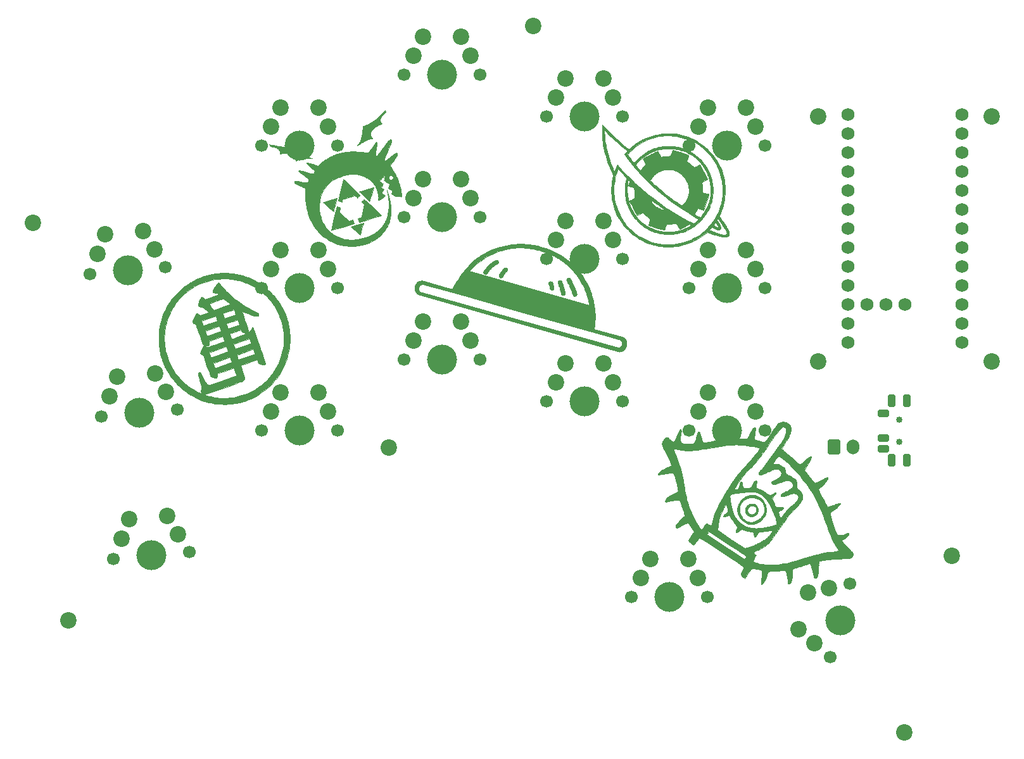
<source format=gbr>
%TF.GenerationSoftware,KiCad,Pcbnew,(6.0.4)*%
%TF.CreationDate,2022-05-05T20:27:36+02:00*%
%TF.ProjectId,Diom-34SP_PCB,44696f6d-2d33-4345-9350-5f5043422e6b,rev?*%
%TF.SameCoordinates,Original*%
%TF.FileFunction,Soldermask,Bot*%
%TF.FilePolarity,Negative*%
%FSLAX46Y46*%
G04 Gerber Fmt 4.6, Leading zero omitted, Abs format (unit mm)*
G04 Created by KiCad (PCBNEW (6.0.4)) date 2022-05-05 20:27:36*
%MOMM*%
%LPD*%
G01*
G04 APERTURE LIST*
G04 Aperture macros list*
%AMRoundRect*
0 Rectangle with rounded corners*
0 $1 Rounding radius*
0 $2 $3 $4 $5 $6 $7 $8 $9 X,Y pos of 4 corners*
0 Add a 4 corners polygon primitive as box body*
4,1,4,$2,$3,$4,$5,$6,$7,$8,$9,$2,$3,0*
0 Add four circle primitives for the rounded corners*
1,1,$1+$1,$2,$3*
1,1,$1+$1,$4,$5*
1,1,$1+$1,$6,$7*
1,1,$1+$1,$8,$9*
0 Add four rect primitives between the rounded corners*
20,1,$1+$1,$2,$3,$4,$5,0*
20,1,$1+$1,$4,$5,$6,$7,0*
20,1,$1+$1,$6,$7,$8,$9,0*
20,1,$1+$1,$8,$9,$2,$3,0*%
G04 Aperture macros list end*
%ADD10C,0.021000*%
%ADD11C,0.040000*%
%ADD12C,0.012750*%
%ADD13C,0.030000*%
%ADD14C,0.014250*%
%ADD15C,4.000000*%
%ADD16C,1.700000*%
%ADD17C,2.200000*%
%ADD18RoundRect,0.250000X-0.600000X-0.750000X0.600000X-0.750000X0.600000X0.750000X-0.600000X0.750000X0*%
%ADD19O,1.700000X2.000000*%
%ADD20C,1.752600*%
%ADD21C,0.850000*%
%ADD22RoundRect,0.250000X-0.500000X0.250000X-0.500000X-0.250000X0.500000X-0.250000X0.500000X0.250000X0*%
%ADD23RoundRect,0.250000X-0.250000X0.600000X-0.250000X-0.600000X0.250000X-0.600000X0.250000X0.600000X0*%
G04 APERTURE END LIST*
D10*
G36*
X105037715Y-76726846D02*
G01*
X105027655Y-77023141D01*
X105007615Y-77318046D01*
X104977710Y-77611329D01*
X104938053Y-77902753D01*
X104888757Y-78192085D01*
X104761703Y-78763534D01*
X104597453Y-79323799D01*
X104396916Y-79871004D01*
X104160996Y-80403272D01*
X103890602Y-80918727D01*
X103586640Y-81415493D01*
X103250017Y-81891693D01*
X103069741Y-82121495D01*
X102881639Y-82345451D01*
X102685826Y-82563328D01*
X102482414Y-82774891D01*
X102271517Y-82979906D01*
X102053247Y-83178137D01*
X101827719Y-83369350D01*
X101595046Y-83553311D01*
X101355341Y-83729786D01*
X101108718Y-83898538D01*
X101017113Y-83957937D01*
X100919146Y-84019694D01*
X100817857Y-84082006D01*
X100716283Y-84143067D01*
X100617462Y-84201072D01*
X100524434Y-84254215D01*
X100440237Y-84300692D01*
X100367909Y-84338696D01*
X100335668Y-84355219D01*
X100304428Y-84371558D01*
X100274347Y-84387618D01*
X100245583Y-84403300D01*
X100218293Y-84418509D01*
X100192636Y-84433148D01*
X100168768Y-84447120D01*
X100146848Y-84460330D01*
X100127033Y-84472680D01*
X100109480Y-84484074D01*
X100094348Y-84494416D01*
X100081793Y-84503608D01*
X100071973Y-84511555D01*
X100065047Y-84518160D01*
X100062718Y-84520929D01*
X100061171Y-84523326D01*
X100060427Y-84525340D01*
X100060504Y-84526958D01*
X100060502Y-84526960D01*
X100056762Y-84531404D01*
X100043871Y-84538957D01*
X99992483Y-84562679D01*
X99910027Y-84596712D01*
X99800193Y-84639640D01*
X99513152Y-84746520D01*
X99160878Y-84871997D01*
X98978041Y-84935232D01*
X98807091Y-84993141D01*
X98651797Y-85044535D01*
X98515928Y-85088224D01*
X98403252Y-85123016D01*
X98317539Y-85147724D01*
X98285970Y-85155923D01*
X98262556Y-85161155D01*
X98247766Y-85163271D01*
X98243752Y-85163113D01*
X98242072Y-85162121D01*
X98241114Y-85160810D01*
X98239244Y-85159706D01*
X98232862Y-85158109D01*
X98223116Y-85157305D01*
X98210192Y-85157272D01*
X98175564Y-85159420D01*
X98130480Y-85164365D01*
X98076445Y-85171917D01*
X98014960Y-85181885D01*
X97947529Y-85194082D01*
X97875655Y-85208317D01*
X97611371Y-85257175D01*
X97340276Y-85296223D01*
X97063257Y-85325531D01*
X96781203Y-85345168D01*
X96495002Y-85355204D01*
X96205543Y-85355709D01*
X95913716Y-85346752D01*
X95620407Y-85328403D01*
X95326506Y-85300732D01*
X95032901Y-85263807D01*
X94740481Y-85217700D01*
X94450135Y-85162479D01*
X94162750Y-85098214D01*
X93879216Y-85024975D01*
X93600421Y-84942831D01*
X93327254Y-84851853D01*
X93142527Y-84781746D01*
X92931712Y-84693477D01*
X92703840Y-84591420D01*
X92467944Y-84479950D01*
X92233057Y-84363440D01*
X92008211Y-84246264D01*
X91802439Y-84132797D01*
X91624774Y-84027413D01*
X91383620Y-83871299D01*
X91145955Y-83705272D01*
X90912367Y-83529965D01*
X90683446Y-83346009D01*
X90459783Y-83154038D01*
X90241968Y-82954684D01*
X90030590Y-82748578D01*
X89826239Y-82536353D01*
X89629504Y-82318642D01*
X89440977Y-82096076D01*
X89261247Y-81869289D01*
X89090903Y-81638911D01*
X88930535Y-81405576D01*
X88780734Y-81169916D01*
X88642089Y-80932564D01*
X88515190Y-80694150D01*
X88498287Y-80661084D01*
X88481578Y-80629043D01*
X88465162Y-80598189D01*
X88449138Y-80568682D01*
X88433604Y-80540686D01*
X88418657Y-80514362D01*
X88404398Y-80489871D01*
X88390923Y-80467375D01*
X88378332Y-80447037D01*
X88366723Y-80429017D01*
X88356194Y-80413479D01*
X88346844Y-80400582D01*
X88338771Y-80390490D01*
X88332074Y-80383364D01*
X88329272Y-80380964D01*
X88326851Y-80379366D01*
X88324823Y-80378590D01*
X88323200Y-80378657D01*
X88318756Y-80374917D01*
X88311203Y-80362026D01*
X88287480Y-80310639D01*
X88253447Y-80228183D01*
X88210518Y-80118350D01*
X88103638Y-79831309D01*
X87978160Y-79479034D01*
X87914925Y-79296196D01*
X87857016Y-79125246D01*
X87805622Y-78969953D01*
X87761934Y-78834085D01*
X87727142Y-78721410D01*
X87702435Y-78635697D01*
X87694235Y-78604128D01*
X87689003Y-78580714D01*
X87686888Y-78565923D01*
X87687045Y-78561910D01*
X87688037Y-78560229D01*
X87689351Y-78559282D01*
X87690463Y-78557445D01*
X87692093Y-78551195D01*
X87692949Y-78541663D01*
X87693054Y-78529030D01*
X87691102Y-78495202D01*
X87686417Y-78451176D01*
X87679179Y-78398422D01*
X87669570Y-78338406D01*
X87657770Y-78272596D01*
X87643960Y-78202459D01*
X87588555Y-77895105D01*
X87545812Y-77575319D01*
X87515804Y-77245415D01*
X87498604Y-76907708D01*
X87494286Y-76564511D01*
X87494632Y-76550650D01*
X88246179Y-76550650D01*
X88250911Y-76819372D01*
X88264734Y-77088214D01*
X88287653Y-77357089D01*
X88319668Y-77625908D01*
X88360784Y-77894583D01*
X88411003Y-78163025D01*
X88470329Y-78431147D01*
X88529383Y-78651314D01*
X88607529Y-78901085D01*
X88700533Y-79169569D01*
X88804161Y-79445875D01*
X88914177Y-79719110D01*
X89026349Y-79978383D01*
X89136440Y-80212802D01*
X89189383Y-80317288D01*
X89240218Y-80411475D01*
X89399129Y-80683168D01*
X89567255Y-80947235D01*
X89744409Y-81203500D01*
X89930405Y-81451787D01*
X90125057Y-81691921D01*
X90328176Y-81923726D01*
X90539578Y-82147027D01*
X90759074Y-82361648D01*
X90986478Y-82567413D01*
X91221604Y-82764147D01*
X91464265Y-82951674D01*
X91714275Y-83129819D01*
X91971445Y-83298406D01*
X92235591Y-83457259D01*
X92506524Y-83606202D01*
X92784060Y-83745061D01*
X93097630Y-83888062D01*
X93401895Y-84013237D01*
X93552105Y-84069588D01*
X93701868Y-84122022D01*
X93851811Y-84170718D01*
X94002561Y-84215856D01*
X94154745Y-84257616D01*
X94308988Y-84296178D01*
X94465917Y-84331720D01*
X94626160Y-84364424D01*
X94959091Y-84422032D01*
X95312792Y-84470442D01*
X95604436Y-84501652D01*
X95882594Y-84522443D01*
X96153374Y-84532681D01*
X96422887Y-84532236D01*
X96697242Y-84520976D01*
X96982550Y-84498769D01*
X97284919Y-84465484D01*
X97610460Y-84420990D01*
X97677998Y-84408068D01*
X97771202Y-84385906D01*
X98019403Y-84318670D01*
X98324650Y-84228897D01*
X98656532Y-84126205D01*
X98984635Y-84020209D01*
X99278548Y-83920526D01*
X99507857Y-83836772D01*
X99588782Y-83803873D01*
X99642152Y-83778563D01*
X99773465Y-83708693D01*
X99973663Y-83604352D01*
X100128759Y-83519928D01*
X100300607Y-83419027D01*
X100482840Y-83305881D01*
X100669092Y-83184723D01*
X100852994Y-83059786D01*
X101028181Y-82935304D01*
X101188286Y-82815509D01*
X101326941Y-82704633D01*
X101719230Y-82355116D01*
X102085170Y-81984056D01*
X102424210Y-81592899D01*
X102735796Y-81183096D01*
X103019379Y-80756094D01*
X103274405Y-80313342D01*
X103500324Y-79856287D01*
X103696584Y-79386379D01*
X103862634Y-78905066D01*
X103997920Y-78413795D01*
X104101893Y-77914016D01*
X104174000Y-77407177D01*
X104213689Y-76894726D01*
X104220410Y-76378111D01*
X104193609Y-75858781D01*
X104132736Y-75338184D01*
X104110509Y-75202667D01*
X104083718Y-75061432D01*
X104017602Y-74765473D01*
X103936706Y-74457633D01*
X103843349Y-74145236D01*
X103739849Y-73835610D01*
X103628524Y-73536078D01*
X103511692Y-73253965D01*
X103451936Y-73121731D01*
X103391672Y-72996598D01*
X103266981Y-72756442D01*
X103134663Y-72521137D01*
X102994859Y-72290844D01*
X102847714Y-72065723D01*
X102693370Y-71845935D01*
X102531971Y-71631640D01*
X102363661Y-71422998D01*
X102188582Y-71220171D01*
X102006878Y-71023318D01*
X101818691Y-70832600D01*
X101624166Y-70648178D01*
X101423446Y-70470212D01*
X101216673Y-70298863D01*
X101003992Y-70134290D01*
X100785544Y-69976655D01*
X100561474Y-69826118D01*
X100447507Y-69754503D01*
X100326151Y-69682404D01*
X100064658Y-69538258D01*
X99783775Y-69396693D01*
X99490281Y-69260720D01*
X99190956Y-69133350D01*
X98892579Y-69017595D01*
X98601930Y-68916467D01*
X98325787Y-68832977D01*
X98046891Y-68761506D01*
X97766635Y-68700721D01*
X97203148Y-68610861D01*
X96637548Y-68562699D01*
X96072054Y-68555541D01*
X95508884Y-68588687D01*
X94950259Y-68661444D01*
X94398398Y-68773112D01*
X93855520Y-68922997D01*
X93323845Y-69110400D01*
X92805593Y-69334626D01*
X92302982Y-69594978D01*
X91818233Y-69890759D01*
X91353564Y-70221273D01*
X90911196Y-70585822D01*
X90493347Y-70983711D01*
X90294312Y-71194940D01*
X90102238Y-71414242D01*
X89993054Y-71548412D01*
X89883086Y-71692882D01*
X89772961Y-71846502D01*
X89663307Y-72008119D01*
X89554749Y-72176583D01*
X89447914Y-72350741D01*
X89343430Y-72529441D01*
X89241922Y-72711534D01*
X89144017Y-72895866D01*
X89050343Y-73081286D01*
X88961526Y-73266642D01*
X88878192Y-73450784D01*
X88800968Y-73632559D01*
X88730482Y-73810816D01*
X88667358Y-73984403D01*
X88612226Y-74152169D01*
X88535266Y-74415828D01*
X88467371Y-74680403D01*
X88408544Y-74945805D01*
X88358788Y-75211946D01*
X88318107Y-75478739D01*
X88286502Y-75746094D01*
X88263977Y-76013923D01*
X88250535Y-76282138D01*
X88246179Y-76550650D01*
X87494632Y-76550650D01*
X87502922Y-76218139D01*
X87524586Y-75870907D01*
X87559350Y-75525128D01*
X87629784Y-75048906D01*
X87725560Y-74579995D01*
X87846149Y-74119250D01*
X87991021Y-73667527D01*
X88159647Y-73225684D01*
X88351499Y-72794575D01*
X88566046Y-72375057D01*
X88802759Y-71967987D01*
X89061110Y-71574219D01*
X89340569Y-71194611D01*
X89640607Y-70830019D01*
X89960694Y-70481299D01*
X90300301Y-70149306D01*
X90658899Y-69834897D01*
X91035959Y-69538928D01*
X91430952Y-69262256D01*
X91523446Y-69202188D01*
X91621997Y-69140050D01*
X91723571Y-69077636D01*
X91825134Y-69016744D01*
X91923653Y-68959170D01*
X92016095Y-68906710D01*
X92099425Y-68861159D01*
X92170609Y-68824315D01*
X92202218Y-68808418D01*
X92232841Y-68792683D01*
X92262324Y-68777203D01*
X92290513Y-68762072D01*
X92317254Y-68747384D01*
X92342392Y-68733233D01*
X92365772Y-68719710D01*
X92387241Y-68706911D01*
X92406644Y-68694929D01*
X92423827Y-68683858D01*
X92438635Y-68673790D01*
X92450914Y-68664821D01*
X92460510Y-68657042D01*
X92467268Y-68650548D01*
X92469534Y-68647812D01*
X92471034Y-68645432D01*
X92471746Y-68643421D01*
X92471653Y-68641789D01*
X92475378Y-68637300D01*
X92488254Y-68629705D01*
X92539614Y-68605900D01*
X92622044Y-68571793D01*
X92731855Y-68528800D01*
X93018864Y-68421826D01*
X93371126Y-68296313D01*
X93553963Y-68233078D01*
X93724913Y-68175169D01*
X93880206Y-68123775D01*
X94016074Y-68080086D01*
X94128749Y-68045294D01*
X94214462Y-68020586D01*
X94246031Y-68012387D01*
X94269446Y-68007155D01*
X94284236Y-68005039D01*
X94288249Y-68005196D01*
X94289930Y-68006189D01*
X94290879Y-68007502D01*
X94292720Y-68008613D01*
X94298991Y-68010239D01*
X94308557Y-68011088D01*
X94321234Y-68011184D01*
X94355187Y-68009206D01*
X94399377Y-68004487D01*
X94452331Y-67997208D01*
X94512576Y-67987552D01*
X94578640Y-67975700D01*
X94649049Y-67961835D01*
X95038816Y-67892781D01*
X95435396Y-67844013D01*
X95837403Y-67815271D01*
X96243448Y-67806292D01*
X96652146Y-67816816D01*
X97062110Y-67846581D01*
X97471953Y-67895325D01*
X97880288Y-67962788D01*
X98285728Y-68048707D01*
X98686887Y-68152822D01*
X99082378Y-68274872D01*
X99470813Y-68414594D01*
X99850807Y-68571727D01*
X100220973Y-68746010D01*
X100579923Y-68937182D01*
X100926271Y-69144981D01*
X101169305Y-69305442D01*
X101407934Y-69474672D01*
X101641675Y-69652152D01*
X101870049Y-69837364D01*
X102092573Y-70029788D01*
X102308767Y-70228907D01*
X102518148Y-70434202D01*
X102720237Y-70645154D01*
X102914550Y-70861246D01*
X103100608Y-71081958D01*
X103277929Y-71306772D01*
X103446031Y-71535170D01*
X103604433Y-71766633D01*
X103752655Y-72000642D01*
X103890214Y-72236680D01*
X104016629Y-72474227D01*
X104033551Y-72507286D01*
X104050278Y-72539321D01*
X104066712Y-72570169D01*
X104082753Y-72599669D01*
X104098304Y-72627660D01*
X104113266Y-72653979D01*
X104127540Y-72678464D01*
X104141028Y-72700955D01*
X104153631Y-72721289D01*
X104165251Y-72739304D01*
X104175789Y-72754840D01*
X104185147Y-72767733D01*
X104193227Y-72777823D01*
X104199928Y-72784948D01*
X104202732Y-72787348D01*
X104205154Y-72788945D01*
X104207183Y-72789721D01*
X104208806Y-72789654D01*
X104213251Y-72793394D01*
X104220803Y-72806285D01*
X104244526Y-72857673D01*
X104278559Y-72940129D01*
X104321487Y-73049963D01*
X104428367Y-73337003D01*
X104553845Y-73689277D01*
X104617080Y-73872115D01*
X104674989Y-74043065D01*
X104726383Y-74198358D01*
X104770071Y-74334226D01*
X104804864Y-74446901D01*
X104829571Y-74532615D01*
X104837771Y-74564183D01*
X104843003Y-74587598D01*
X104845118Y-74602388D01*
X104844961Y-74606402D01*
X104843969Y-74608083D01*
X104842658Y-74609041D01*
X104841554Y-74610911D01*
X104839956Y-74617292D01*
X104839153Y-74627039D01*
X104839119Y-74639963D01*
X104841268Y-74674591D01*
X104846212Y-74719674D01*
X104853764Y-74773710D01*
X104863732Y-74835195D01*
X104875929Y-74902627D01*
X104890164Y-74974502D01*
X104905838Y-75056399D01*
X104922160Y-75152556D01*
X104938652Y-75259454D01*
X104954834Y-75373576D01*
X104984354Y-75609429D01*
X104996735Y-75724124D01*
X105006891Y-75831976D01*
X105027447Y-76131030D01*
X105035924Y-76378111D01*
X105037684Y-76429398D01*
X105037715Y-76726846D01*
G37*
X105037715Y-76726846D02*
X105027655Y-77023141D01*
X105007615Y-77318046D01*
X104977710Y-77611329D01*
X104938053Y-77902753D01*
X104888757Y-78192085D01*
X104761703Y-78763534D01*
X104597453Y-79323799D01*
X104396916Y-79871004D01*
X104160996Y-80403272D01*
X103890602Y-80918727D01*
X103586640Y-81415493D01*
X103250017Y-81891693D01*
X103069741Y-82121495D01*
X102881639Y-82345451D01*
X102685826Y-82563328D01*
X102482414Y-82774891D01*
X102271517Y-82979906D01*
X102053247Y-83178137D01*
X101827719Y-83369350D01*
X101595046Y-83553311D01*
X101355341Y-83729786D01*
X101108718Y-83898538D01*
X101017113Y-83957937D01*
X100919146Y-84019694D01*
X100817857Y-84082006D01*
X100716283Y-84143067D01*
X100617462Y-84201072D01*
X100524434Y-84254215D01*
X100440237Y-84300692D01*
X100367909Y-84338696D01*
X100335668Y-84355219D01*
X100304428Y-84371558D01*
X100274347Y-84387618D01*
X100245583Y-84403300D01*
X100218293Y-84418509D01*
X100192636Y-84433148D01*
X100168768Y-84447120D01*
X100146848Y-84460330D01*
X100127033Y-84472680D01*
X100109480Y-84484074D01*
X100094348Y-84494416D01*
X100081793Y-84503608D01*
X100071973Y-84511555D01*
X100065047Y-84518160D01*
X100062718Y-84520929D01*
X100061171Y-84523326D01*
X100060427Y-84525340D01*
X100060504Y-84526958D01*
X100060502Y-84526960D01*
X100056762Y-84531404D01*
X100043871Y-84538957D01*
X99992483Y-84562679D01*
X99910027Y-84596712D01*
X99800193Y-84639640D01*
X99513152Y-84746520D01*
X99160878Y-84871997D01*
X98978041Y-84935232D01*
X98807091Y-84993141D01*
X98651797Y-85044535D01*
X98515928Y-85088224D01*
X98403252Y-85123016D01*
X98317539Y-85147724D01*
X98285970Y-85155923D01*
X98262556Y-85161155D01*
X98247766Y-85163271D01*
X98243752Y-85163113D01*
X98242072Y-85162121D01*
X98241114Y-85160810D01*
X98239244Y-85159706D01*
X98232862Y-85158109D01*
X98223116Y-85157305D01*
X98210192Y-85157272D01*
X98175564Y-85159420D01*
X98130480Y-85164365D01*
X98076445Y-85171917D01*
X98014960Y-85181885D01*
X97947529Y-85194082D01*
X97875655Y-85208317D01*
X97611371Y-85257175D01*
X97340276Y-85296223D01*
X97063257Y-85325531D01*
X96781203Y-85345168D01*
X96495002Y-85355204D01*
X96205543Y-85355709D01*
X95913716Y-85346752D01*
X95620407Y-85328403D01*
X95326506Y-85300732D01*
X95032901Y-85263807D01*
X94740481Y-85217700D01*
X94450135Y-85162479D01*
X94162750Y-85098214D01*
X93879216Y-85024975D01*
X93600421Y-84942831D01*
X93327254Y-84851853D01*
X93142527Y-84781746D01*
X92931712Y-84693477D01*
X92703840Y-84591420D01*
X92467944Y-84479950D01*
X92233057Y-84363440D01*
X92008211Y-84246264D01*
X91802439Y-84132797D01*
X91624774Y-84027413D01*
X91383620Y-83871299D01*
X91145955Y-83705272D01*
X90912367Y-83529965D01*
X90683446Y-83346009D01*
X90459783Y-83154038D01*
X90241968Y-82954684D01*
X90030590Y-82748578D01*
X89826239Y-82536353D01*
X89629504Y-82318642D01*
X89440977Y-82096076D01*
X89261247Y-81869289D01*
X89090903Y-81638911D01*
X88930535Y-81405576D01*
X88780734Y-81169916D01*
X88642089Y-80932564D01*
X88515190Y-80694150D01*
X88498287Y-80661084D01*
X88481578Y-80629043D01*
X88465162Y-80598189D01*
X88449138Y-80568682D01*
X88433604Y-80540686D01*
X88418657Y-80514362D01*
X88404398Y-80489871D01*
X88390923Y-80467375D01*
X88378332Y-80447037D01*
X88366723Y-80429017D01*
X88356194Y-80413479D01*
X88346844Y-80400582D01*
X88338771Y-80390490D01*
X88332074Y-80383364D01*
X88329272Y-80380964D01*
X88326851Y-80379366D01*
X88324823Y-80378590D01*
X88323200Y-80378657D01*
X88318756Y-80374917D01*
X88311203Y-80362026D01*
X88287480Y-80310639D01*
X88253447Y-80228183D01*
X88210518Y-80118350D01*
X88103638Y-79831309D01*
X87978160Y-79479034D01*
X87914925Y-79296196D01*
X87857016Y-79125246D01*
X87805622Y-78969953D01*
X87761934Y-78834085D01*
X87727142Y-78721410D01*
X87702435Y-78635697D01*
X87694235Y-78604128D01*
X87689003Y-78580714D01*
X87686888Y-78565923D01*
X87687045Y-78561910D01*
X87688037Y-78560229D01*
X87689351Y-78559282D01*
X87690463Y-78557445D01*
X87692093Y-78551195D01*
X87692949Y-78541663D01*
X87693054Y-78529030D01*
X87691102Y-78495202D01*
X87686417Y-78451176D01*
X87679179Y-78398422D01*
X87669570Y-78338406D01*
X87657770Y-78272596D01*
X87643960Y-78202459D01*
X87588555Y-77895105D01*
X87545812Y-77575319D01*
X87515804Y-77245415D01*
X87498604Y-76907708D01*
X87494286Y-76564511D01*
X87494632Y-76550650D01*
X88246179Y-76550650D01*
X88250911Y-76819372D01*
X88264734Y-77088214D01*
X88287653Y-77357089D01*
X88319668Y-77625908D01*
X88360784Y-77894583D01*
X88411003Y-78163025D01*
X88470329Y-78431147D01*
X88529383Y-78651314D01*
X88607529Y-78901085D01*
X88700533Y-79169569D01*
X88804161Y-79445875D01*
X88914177Y-79719110D01*
X89026349Y-79978383D01*
X89136440Y-80212802D01*
X89189383Y-80317288D01*
X89240218Y-80411475D01*
X89399129Y-80683168D01*
X89567255Y-80947235D01*
X89744409Y-81203500D01*
X89930405Y-81451787D01*
X90125057Y-81691921D01*
X90328176Y-81923726D01*
X90539578Y-82147027D01*
X90759074Y-82361648D01*
X90986478Y-82567413D01*
X91221604Y-82764147D01*
X91464265Y-82951674D01*
X91714275Y-83129819D01*
X91971445Y-83298406D01*
X92235591Y-83457259D01*
X92506524Y-83606202D01*
X92784060Y-83745061D01*
X93097630Y-83888062D01*
X93401895Y-84013237D01*
X93552105Y-84069588D01*
X93701868Y-84122022D01*
X93851811Y-84170718D01*
X94002561Y-84215856D01*
X94154745Y-84257616D01*
X94308988Y-84296178D01*
X94465917Y-84331720D01*
X94626160Y-84364424D01*
X94959091Y-84422032D01*
X95312792Y-84470442D01*
X95604436Y-84501652D01*
X95882594Y-84522443D01*
X96153374Y-84532681D01*
X96422887Y-84532236D01*
X96697242Y-84520976D01*
X96982550Y-84498769D01*
X97284919Y-84465484D01*
X97610460Y-84420990D01*
X97677998Y-84408068D01*
X97771202Y-84385906D01*
X98019403Y-84318670D01*
X98324650Y-84228897D01*
X98656532Y-84126205D01*
X98984635Y-84020209D01*
X99278548Y-83920526D01*
X99507857Y-83836772D01*
X99588782Y-83803873D01*
X99642152Y-83778563D01*
X99773465Y-83708693D01*
X99973663Y-83604352D01*
X100128759Y-83519928D01*
X100300607Y-83419027D01*
X100482840Y-83305881D01*
X100669092Y-83184723D01*
X100852994Y-83059786D01*
X101028181Y-82935304D01*
X101188286Y-82815509D01*
X101326941Y-82704633D01*
X101719230Y-82355116D01*
X102085170Y-81984056D01*
X102424210Y-81592899D01*
X102735796Y-81183096D01*
X103019379Y-80756094D01*
X103274405Y-80313342D01*
X103500324Y-79856287D01*
X103696584Y-79386379D01*
X103862634Y-78905066D01*
X103997920Y-78413795D01*
X104101893Y-77914016D01*
X104174000Y-77407177D01*
X104213689Y-76894726D01*
X104220410Y-76378111D01*
X104193609Y-75858781D01*
X104132736Y-75338184D01*
X104110509Y-75202667D01*
X104083718Y-75061432D01*
X104017602Y-74765473D01*
X103936706Y-74457633D01*
X103843349Y-74145236D01*
X103739849Y-73835610D01*
X103628524Y-73536078D01*
X103511692Y-73253965D01*
X103451936Y-73121731D01*
X103391672Y-72996598D01*
X103266981Y-72756442D01*
X103134663Y-72521137D01*
X102994859Y-72290844D01*
X102847714Y-72065723D01*
X102693370Y-71845935D01*
X102531971Y-71631640D01*
X102363661Y-71422998D01*
X102188582Y-71220171D01*
X102006878Y-71023318D01*
X101818691Y-70832600D01*
X101624166Y-70648178D01*
X101423446Y-70470212D01*
X101216673Y-70298863D01*
X101003992Y-70134290D01*
X100785544Y-69976655D01*
X100561474Y-69826118D01*
X100447507Y-69754503D01*
X100326151Y-69682404D01*
X100064658Y-69538258D01*
X99783775Y-69396693D01*
X99490281Y-69260720D01*
X99190956Y-69133350D01*
X98892579Y-69017595D01*
X98601930Y-68916467D01*
X98325787Y-68832977D01*
X98046891Y-68761506D01*
X97766635Y-68700721D01*
X97203148Y-68610861D01*
X96637548Y-68562699D01*
X96072054Y-68555541D01*
X95508884Y-68588687D01*
X94950259Y-68661444D01*
X94398398Y-68773112D01*
X93855520Y-68922997D01*
X93323845Y-69110400D01*
X92805593Y-69334626D01*
X92302982Y-69594978D01*
X91818233Y-69890759D01*
X91353564Y-70221273D01*
X90911196Y-70585822D01*
X90493347Y-70983711D01*
X90294312Y-71194940D01*
X90102238Y-71414242D01*
X89993054Y-71548412D01*
X89883086Y-71692882D01*
X89772961Y-71846502D01*
X89663307Y-72008119D01*
X89554749Y-72176583D01*
X89447914Y-72350741D01*
X89343430Y-72529441D01*
X89241922Y-72711534D01*
X89144017Y-72895866D01*
X89050343Y-73081286D01*
X88961526Y-73266642D01*
X88878192Y-73450784D01*
X88800968Y-73632559D01*
X88730482Y-73810816D01*
X88667358Y-73984403D01*
X88612226Y-74152169D01*
X88535266Y-74415828D01*
X88467371Y-74680403D01*
X88408544Y-74945805D01*
X88358788Y-75211946D01*
X88318107Y-75478739D01*
X88286502Y-75746094D01*
X88263977Y-76013923D01*
X88250535Y-76282138D01*
X88246179Y-76550650D01*
X87494632Y-76550650D01*
X87502922Y-76218139D01*
X87524586Y-75870907D01*
X87559350Y-75525128D01*
X87629784Y-75048906D01*
X87725560Y-74579995D01*
X87846149Y-74119250D01*
X87991021Y-73667527D01*
X88159647Y-73225684D01*
X88351499Y-72794575D01*
X88566046Y-72375057D01*
X88802759Y-71967987D01*
X89061110Y-71574219D01*
X89340569Y-71194611D01*
X89640607Y-70830019D01*
X89960694Y-70481299D01*
X90300301Y-70149306D01*
X90658899Y-69834897D01*
X91035959Y-69538928D01*
X91430952Y-69262256D01*
X91523446Y-69202188D01*
X91621997Y-69140050D01*
X91723571Y-69077636D01*
X91825134Y-69016744D01*
X91923653Y-68959170D01*
X92016095Y-68906710D01*
X92099425Y-68861159D01*
X92170609Y-68824315D01*
X92202218Y-68808418D01*
X92232841Y-68792683D01*
X92262324Y-68777203D01*
X92290513Y-68762072D01*
X92317254Y-68747384D01*
X92342392Y-68733233D01*
X92365772Y-68719710D01*
X92387241Y-68706911D01*
X92406644Y-68694929D01*
X92423827Y-68683858D01*
X92438635Y-68673790D01*
X92450914Y-68664821D01*
X92460510Y-68657042D01*
X92467268Y-68650548D01*
X92469534Y-68647812D01*
X92471034Y-68645432D01*
X92471746Y-68643421D01*
X92471653Y-68641789D01*
X92475378Y-68637300D01*
X92488254Y-68629705D01*
X92539614Y-68605900D01*
X92622044Y-68571793D01*
X92731855Y-68528800D01*
X93018864Y-68421826D01*
X93371126Y-68296313D01*
X93553963Y-68233078D01*
X93724913Y-68175169D01*
X93880206Y-68123775D01*
X94016074Y-68080086D01*
X94128749Y-68045294D01*
X94214462Y-68020586D01*
X94246031Y-68012387D01*
X94269446Y-68007155D01*
X94284236Y-68005039D01*
X94288249Y-68005196D01*
X94289930Y-68006189D01*
X94290879Y-68007502D01*
X94292720Y-68008613D01*
X94298991Y-68010239D01*
X94308557Y-68011088D01*
X94321234Y-68011184D01*
X94355187Y-68009206D01*
X94399377Y-68004487D01*
X94452331Y-67997208D01*
X94512576Y-67987552D01*
X94578640Y-67975700D01*
X94649049Y-67961835D01*
X95038816Y-67892781D01*
X95435396Y-67844013D01*
X95837403Y-67815271D01*
X96243448Y-67806292D01*
X96652146Y-67816816D01*
X97062110Y-67846581D01*
X97471953Y-67895325D01*
X97880288Y-67962788D01*
X98285728Y-68048707D01*
X98686887Y-68152822D01*
X99082378Y-68274872D01*
X99470813Y-68414594D01*
X99850807Y-68571727D01*
X100220973Y-68746010D01*
X100579923Y-68937182D01*
X100926271Y-69144981D01*
X101169305Y-69305442D01*
X101407934Y-69474672D01*
X101641675Y-69652152D01*
X101870049Y-69837364D01*
X102092573Y-70029788D01*
X102308767Y-70228907D01*
X102518148Y-70434202D01*
X102720237Y-70645154D01*
X102914550Y-70861246D01*
X103100608Y-71081958D01*
X103277929Y-71306772D01*
X103446031Y-71535170D01*
X103604433Y-71766633D01*
X103752655Y-72000642D01*
X103890214Y-72236680D01*
X104016629Y-72474227D01*
X104033551Y-72507286D01*
X104050278Y-72539321D01*
X104066712Y-72570169D01*
X104082753Y-72599669D01*
X104098304Y-72627660D01*
X104113266Y-72653979D01*
X104127540Y-72678464D01*
X104141028Y-72700955D01*
X104153631Y-72721289D01*
X104165251Y-72739304D01*
X104175789Y-72754840D01*
X104185147Y-72767733D01*
X104193227Y-72777823D01*
X104199928Y-72784948D01*
X104202732Y-72787348D01*
X104205154Y-72788945D01*
X104207183Y-72789721D01*
X104208806Y-72789654D01*
X104213251Y-72793394D01*
X104220803Y-72806285D01*
X104244526Y-72857673D01*
X104278559Y-72940129D01*
X104321487Y-73049963D01*
X104428367Y-73337003D01*
X104553845Y-73689277D01*
X104617080Y-73872115D01*
X104674989Y-74043065D01*
X104726383Y-74198358D01*
X104770071Y-74334226D01*
X104804864Y-74446901D01*
X104829571Y-74532615D01*
X104837771Y-74564183D01*
X104843003Y-74587598D01*
X104845118Y-74602388D01*
X104844961Y-74606402D01*
X104843969Y-74608083D01*
X104842658Y-74609041D01*
X104841554Y-74610911D01*
X104839956Y-74617292D01*
X104839153Y-74627039D01*
X104839119Y-74639963D01*
X104841268Y-74674591D01*
X104846212Y-74719674D01*
X104853764Y-74773710D01*
X104863732Y-74835195D01*
X104875929Y-74902627D01*
X104890164Y-74974502D01*
X104905838Y-75056399D01*
X104922160Y-75152556D01*
X104938652Y-75259454D01*
X104954834Y-75373576D01*
X104984354Y-75609429D01*
X104996735Y-75724124D01*
X105006891Y-75831976D01*
X105027447Y-76131030D01*
X105035924Y-76378111D01*
X105037684Y-76429398D01*
X105037715Y-76726846D01*
D11*
G36*
X180090869Y-104995508D02*
G01*
X180127013Y-105037002D01*
X180160089Y-105076716D01*
X180190131Y-105114765D01*
X180217171Y-105151265D01*
X180241243Y-105186330D01*
X180262379Y-105220076D01*
X180280613Y-105252618D01*
X180295976Y-105284072D01*
X180308502Y-105314552D01*
X180318223Y-105344173D01*
X180325173Y-105373052D01*
X180329384Y-105401303D01*
X180330889Y-105429041D01*
X180329721Y-105456381D01*
X180325913Y-105483440D01*
X180319497Y-105510331D01*
X180310507Y-105537171D01*
X180298975Y-105564073D01*
X180284934Y-105591155D01*
X180268417Y-105618530D01*
X180249456Y-105646315D01*
X180228085Y-105674623D01*
X180204337Y-105703572D01*
X180178244Y-105733274D01*
X180119154Y-105795405D01*
X180089665Y-105823276D01*
X180058512Y-105848257D01*
X180024263Y-105870558D01*
X179985482Y-105890392D01*
X179940736Y-105907970D01*
X179888593Y-105923504D01*
X179827617Y-105937204D01*
X179756375Y-105949283D01*
X179673434Y-105959952D01*
X179577360Y-105969423D01*
X179340078Y-105985614D01*
X179033058Y-105999551D01*
X178644831Y-106012925D01*
X178398239Y-106022403D01*
X178149695Y-106035179D01*
X177655994Y-106069418D01*
X177182205Y-106113220D01*
X176746805Y-106164166D01*
X176549274Y-106191562D01*
X176368270Y-106219836D01*
X176206102Y-106248686D01*
X176065078Y-106277809D01*
X175947510Y-106306903D01*
X175855706Y-106335665D01*
X175791976Y-106363792D01*
X175771361Y-106377523D01*
X175758630Y-106390983D01*
X175753584Y-106399950D01*
X175748730Y-106411022D01*
X175744091Y-106424041D01*
X175739690Y-106438849D01*
X175735549Y-106455289D01*
X175731691Y-106473203D01*
X175724919Y-106512822D01*
X175719558Y-106556442D01*
X175715792Y-106602803D01*
X175713804Y-106650642D01*
X175713778Y-106698697D01*
X175714921Y-106819861D01*
X175713460Y-106947019D01*
X175703459Y-107212721D01*
X175685235Y-107482594D01*
X175660250Y-107743434D01*
X175629966Y-107982031D01*
X175613294Y-108088863D01*
X175595845Y-108185181D01*
X175577802Y-108269335D01*
X175559347Y-108339675D01*
X175540664Y-108394549D01*
X175521935Y-108432306D01*
X175509820Y-108449850D01*
X175496627Y-108467064D01*
X175482484Y-108483854D01*
X175467520Y-108500124D01*
X175451863Y-108515776D01*
X175435642Y-108530716D01*
X175418987Y-108544846D01*
X175402025Y-108558071D01*
X175384886Y-108570295D01*
X175367698Y-108581421D01*
X175350590Y-108591354D01*
X175333691Y-108599996D01*
X175317130Y-108607254D01*
X175301036Y-108613029D01*
X175285537Y-108617226D01*
X175278050Y-108618702D01*
X175270761Y-108619748D01*
X175249587Y-108621184D01*
X175230049Y-108620157D01*
X175211951Y-108616291D01*
X175195095Y-108609209D01*
X175179283Y-108598531D01*
X175164319Y-108583881D01*
X175150005Y-108564881D01*
X175136143Y-108541154D01*
X175122536Y-108512320D01*
X175108987Y-108478004D01*
X175095298Y-108437826D01*
X175081273Y-108391411D01*
X175066712Y-108338378D01*
X175051420Y-108278352D01*
X175017851Y-108135807D01*
X174970994Y-107931862D01*
X174927211Y-107746503D01*
X174886218Y-107578955D01*
X174847730Y-107428448D01*
X174811461Y-107294206D01*
X174777128Y-107175458D01*
X174760598Y-107121652D01*
X174744444Y-107071429D01*
X174728632Y-107024694D01*
X174713126Y-106981348D01*
X174697889Y-106941296D01*
X174682887Y-106904441D01*
X174668084Y-106870686D01*
X174653444Y-106839935D01*
X174638931Y-106812090D01*
X174624510Y-106787056D01*
X174610145Y-106764736D01*
X174595801Y-106745033D01*
X174581442Y-106727850D01*
X174567033Y-106713091D01*
X174552537Y-106700659D01*
X174537919Y-106690458D01*
X174523144Y-106682391D01*
X174508176Y-106676361D01*
X174492979Y-106672272D01*
X174477518Y-106670026D01*
X174461479Y-106668901D01*
X174445565Y-106668306D01*
X174429871Y-106668223D01*
X174414493Y-106668635D01*
X174399529Y-106669523D01*
X174385074Y-106670868D01*
X174371225Y-106672653D01*
X174358077Y-106674860D01*
X174345728Y-106677470D01*
X174334273Y-106680464D01*
X174323809Y-106683826D01*
X174314432Y-106687536D01*
X174310181Y-106689516D01*
X174306238Y-106691577D01*
X174302615Y-106693715D01*
X174299324Y-106695930D01*
X174296377Y-106698218D01*
X174293786Y-106700577D01*
X174291563Y-106703005D01*
X174289720Y-106705500D01*
X174281328Y-106712001D01*
X174263093Y-106721277D01*
X174199195Y-106747461D01*
X174102217Y-106782658D01*
X173976351Y-106825476D01*
X173654721Y-106928403D01*
X173267836Y-107045096D01*
X173068020Y-107104948D01*
X172879743Y-107163643D01*
X172707261Y-107219692D01*
X172554827Y-107271607D01*
X172426695Y-107317898D01*
X172327120Y-107357076D01*
X172289370Y-107373533D01*
X172260355Y-107387653D01*
X172240606Y-107399251D01*
X172234373Y-107404045D01*
X172230655Y-107408140D01*
X172225927Y-107418148D01*
X172221506Y-107433029D01*
X172217406Y-107452488D01*
X172213642Y-107476227D01*
X172207189Y-107535357D01*
X172202270Y-107608047D01*
X172199008Y-107691923D01*
X172197528Y-107784611D01*
X172197954Y-107883737D01*
X172200409Y-107986927D01*
X172202314Y-108093842D01*
X172200859Y-108199224D01*
X172196141Y-108302678D01*
X172188256Y-108403805D01*
X172177301Y-108502210D01*
X172163374Y-108597495D01*
X172146570Y-108689266D01*
X172126987Y-108777123D01*
X172104722Y-108860673D01*
X172079871Y-108939516D01*
X172052532Y-109013258D01*
X172022801Y-109081501D01*
X171990774Y-109143849D01*
X171956549Y-109199905D01*
X171920223Y-109249273D01*
X171901302Y-109271325D01*
X171881893Y-109291556D01*
X171843719Y-109326504D01*
X171808214Y-109353663D01*
X171791449Y-109364305D01*
X171775337Y-109372980D01*
X171759872Y-109379682D01*
X171745048Y-109384404D01*
X171730862Y-109387140D01*
X171717308Y-109387883D01*
X171704380Y-109386626D01*
X171692074Y-109383363D01*
X171680385Y-109378088D01*
X171669308Y-109370794D01*
X171658837Y-109361475D01*
X171648968Y-109350123D01*
X171639696Y-109336733D01*
X171631016Y-109321298D01*
X171622921Y-109303812D01*
X171615409Y-109284267D01*
X171602108Y-109238978D01*
X171591073Y-109185379D01*
X171582263Y-109123417D01*
X171575637Y-109053040D01*
X171571157Y-108974197D01*
X171568781Y-108886835D01*
X171565407Y-108800478D01*
X171557953Y-108707787D01*
X171546802Y-108610269D01*
X171532335Y-108509428D01*
X171514935Y-108406770D01*
X171494983Y-108303798D01*
X171472861Y-108202018D01*
X171448951Y-108102934D01*
X171423635Y-108008053D01*
X171397294Y-107918877D01*
X171370312Y-107836913D01*
X171343069Y-107763665D01*
X171315947Y-107700638D01*
X171289329Y-107649336D01*
X171276328Y-107628553D01*
X171263597Y-107611266D01*
X171251182Y-107597662D01*
X171239131Y-107587931D01*
X171229799Y-107583646D01*
X171216111Y-107580010D01*
X171198336Y-107577018D01*
X171176741Y-107574667D01*
X171123163Y-107571873D01*
X171057518Y-107571599D01*
X170981947Y-107573816D01*
X170898591Y-107578493D01*
X170809592Y-107585601D01*
X170717090Y-107595112D01*
X170613385Y-107605741D01*
X170492277Y-107616057D01*
X170215424Y-107634738D01*
X169921670Y-107649118D01*
X169646156Y-107657163D01*
X169578707Y-107658750D01*
X169513503Y-107661229D01*
X169450768Y-107664562D01*
X169390729Y-107668715D01*
X169333610Y-107673649D01*
X169279638Y-107679327D01*
X169229036Y-107685713D01*
X169182030Y-107692771D01*
X169138847Y-107700462D01*
X169099710Y-107708751D01*
X169064845Y-107717600D01*
X169034477Y-107726972D01*
X169008833Y-107736831D01*
X168997852Y-107741932D01*
X168988136Y-107747141D01*
X168979713Y-107752452D01*
X168972612Y-107757863D01*
X168966860Y-107763367D01*
X168962486Y-107768961D01*
X168955297Y-107781327D01*
X168947448Y-107797294D01*
X168930077Y-107839033D01*
X168910994Y-107892170D01*
X168890818Y-107954696D01*
X168870167Y-108024605D01*
X168849660Y-108099887D01*
X168829917Y-108178534D01*
X168811557Y-108258539D01*
X168798547Y-108313127D01*
X168783176Y-108368812D01*
X168765606Y-108425361D01*
X168746001Y-108482540D01*
X168701333Y-108597844D01*
X168650473Y-108712849D01*
X168594720Y-108825677D01*
X168535375Y-108934452D01*
X168473738Y-109037295D01*
X168411109Y-109132331D01*
X168348788Y-109217682D01*
X168288076Y-109291471D01*
X168258729Y-109323443D01*
X168230272Y-109351821D01*
X168202868Y-109376370D01*
X168176678Y-109396855D01*
X168151865Y-109413042D01*
X168128592Y-109424696D01*
X168107022Y-109431583D01*
X168087316Y-109433468D01*
X168069638Y-109430115D01*
X168054150Y-109421292D01*
X168041014Y-109406762D01*
X168030393Y-109386292D01*
X168027623Y-109374784D01*
X168025765Y-109356844D01*
X168024675Y-109303194D01*
X168026916Y-109228389D01*
X168032282Y-109135474D01*
X168040564Y-109027495D01*
X168051557Y-108907500D01*
X168065052Y-108778533D01*
X168080844Y-108643641D01*
X168096089Y-108505480D01*
X168108016Y-108367147D01*
X168116527Y-108232345D01*
X168121526Y-108104777D01*
X168122916Y-107988144D01*
X168120601Y-107886150D01*
X168118023Y-107841799D01*
X168114483Y-107802497D01*
X168109967Y-107768706D01*
X168104465Y-107740888D01*
X168046280Y-107501606D01*
X167568851Y-107422840D01*
X167284497Y-107375548D01*
X167170019Y-107358190D01*
X167071072Y-107346321D01*
X167026734Y-107342748D01*
X166985453Y-107340912D01*
X166946954Y-107340934D01*
X166910962Y-107342936D01*
X166877200Y-107347039D01*
X166845395Y-107353364D01*
X166815271Y-107362033D01*
X166786552Y-107373168D01*
X166758964Y-107386890D01*
X166732231Y-107403321D01*
X166706078Y-107422581D01*
X166680230Y-107444793D01*
X166654412Y-107470079D01*
X166628348Y-107498558D01*
X166601763Y-107530354D01*
X166574382Y-107565587D01*
X166516131Y-107646852D01*
X166451393Y-107743325D01*
X166293651Y-107985782D01*
X165870445Y-108634403D01*
X165701991Y-108524497D01*
X165684116Y-108512375D01*
X165665339Y-108498776D01*
X165645817Y-108483847D01*
X165625708Y-108467736D01*
X165605168Y-108450591D01*
X165584355Y-108432560D01*
X165563425Y-108413790D01*
X165542536Y-108394430D01*
X165521844Y-108374628D01*
X165501507Y-108354531D01*
X165481682Y-108334287D01*
X165462525Y-108314044D01*
X165444194Y-108293951D01*
X165426846Y-108274154D01*
X165410638Y-108254802D01*
X165395726Y-108236042D01*
X165372657Y-108205619D01*
X165352896Y-108177803D01*
X165336565Y-108151835D01*
X165323785Y-108126953D01*
X165318764Y-108114681D01*
X165314677Y-108102396D01*
X165311539Y-108090002D01*
X165309364Y-108077404D01*
X165308169Y-108064507D01*
X165307968Y-108051217D01*
X165308777Y-108037437D01*
X165310610Y-108023073D01*
X165313483Y-108008029D01*
X165317412Y-107992211D01*
X165328495Y-107957872D01*
X165343982Y-107919295D01*
X165363994Y-107875718D01*
X165388652Y-107826381D01*
X165418080Y-107770523D01*
X165491727Y-107636204D01*
X165538730Y-107549886D01*
X165582655Y-107466089D01*
X165622538Y-107386881D01*
X165657414Y-107314330D01*
X165686318Y-107250504D01*
X165698230Y-107222509D01*
X165708287Y-107197470D01*
X165716369Y-107175646D01*
X165722355Y-107157296D01*
X165726126Y-107142678D01*
X165727559Y-107132050D01*
X165664587Y-107075423D01*
X165485664Y-106944108D01*
X164844548Y-106500128D01*
X162881297Y-105185740D01*
X160871102Y-103872262D01*
X160171305Y-103429421D01*
X159847258Y-103243073D01*
X159838971Y-103240653D01*
X159830768Y-103238701D01*
X159822641Y-103237222D01*
X159814579Y-103236223D01*
X159806574Y-103235710D01*
X159798617Y-103235689D01*
X159790698Y-103236167D01*
X159782810Y-103237149D01*
X159774942Y-103238643D01*
X159767086Y-103240653D01*
X159759233Y-103243187D01*
X159751374Y-103246251D01*
X159743499Y-103249850D01*
X159735600Y-103253992D01*
X159727667Y-103258682D01*
X159719692Y-103263927D01*
X159703578Y-103276106D01*
X159687186Y-103290578D01*
X159670443Y-103307393D01*
X159653277Y-103326601D01*
X159635617Y-103348252D01*
X159617389Y-103372397D01*
X159598521Y-103399084D01*
X159578942Y-103428364D01*
X159545149Y-103478483D01*
X159505083Y-103535091D01*
X159460232Y-103596242D01*
X159412084Y-103659993D01*
X159362125Y-103724402D01*
X159311844Y-103787525D01*
X159262727Y-103847419D01*
X159216261Y-103902140D01*
X158999822Y-104151786D01*
X158745790Y-103986048D01*
X158719351Y-103968396D01*
X158692555Y-103949729D01*
X158665586Y-103930210D01*
X158638632Y-103909997D01*
X158611876Y-103889254D01*
X158585506Y-103868140D01*
X158559705Y-103846816D01*
X158534661Y-103825445D01*
X158510559Y-103804185D01*
X158487584Y-103783200D01*
X158465921Y-103762649D01*
X158445757Y-103742693D01*
X158427277Y-103723494D01*
X158410667Y-103705213D01*
X158396111Y-103688010D01*
X158383797Y-103672046D01*
X158365256Y-103646122D01*
X158349715Y-103622385D01*
X158337576Y-103599874D01*
X158329240Y-103577629D01*
X158326622Y-103566305D01*
X158325106Y-103554687D01*
X158324740Y-103542654D01*
X158325575Y-103530086D01*
X158327662Y-103516864D01*
X158331049Y-103502866D01*
X158341928Y-103472065D01*
X158358613Y-103436721D01*
X158381503Y-103395873D01*
X158411001Y-103348560D01*
X158447506Y-103293819D01*
X158543143Y-103158209D01*
X158671617Y-102981351D01*
X158829614Y-102764811D01*
X160812212Y-102764811D01*
X163297469Y-104408243D01*
X165782727Y-106051676D01*
X165914475Y-105929725D01*
X165928007Y-105916878D01*
X165941377Y-105903560D01*
X165954508Y-105889874D01*
X165967320Y-105875926D01*
X165979735Y-105861819D01*
X165991675Y-105847658D01*
X166003060Y-105833548D01*
X166013813Y-105819592D01*
X166023855Y-105805896D01*
X166033107Y-105792564D01*
X166041491Y-105779700D01*
X166048929Y-105767408D01*
X166055341Y-105755794D01*
X166060649Y-105744961D01*
X166064776Y-105735013D01*
X166067641Y-105726056D01*
X166063367Y-105710800D01*
X166044369Y-105686971D01*
X165960045Y-105612101D01*
X165810355Y-105498457D01*
X165590985Y-105343045D01*
X165322015Y-105161816D01*
X166958318Y-105161816D01*
X166958529Y-105164585D01*
X166959270Y-105167726D01*
X166962294Y-105175071D01*
X166967295Y-105183749D01*
X166974176Y-105193659D01*
X166982842Y-105204699D01*
X166993197Y-105216768D01*
X167005145Y-105229765D01*
X167018589Y-105243589D01*
X167033434Y-105258138D01*
X167049585Y-105273311D01*
X167066945Y-105289007D01*
X167085417Y-105305125D01*
X167104908Y-105321562D01*
X167125319Y-105338219D01*
X167146556Y-105354993D01*
X167356181Y-105517908D01*
X167242115Y-105726056D01*
X167135134Y-105921277D01*
X167135129Y-105921277D01*
X167088895Y-106007166D01*
X167050171Y-106083610D01*
X167019506Y-106151432D01*
X166997452Y-106211451D01*
X166989825Y-106238791D01*
X166984557Y-106264489D01*
X166981717Y-106288647D01*
X166981373Y-106311368D01*
X166983594Y-106332754D01*
X166988449Y-106352908D01*
X166996007Y-106371933D01*
X167006336Y-106389931D01*
X167019505Y-106407004D01*
X167035584Y-106423257D01*
X167054640Y-106438790D01*
X167076742Y-106453708D01*
X167101960Y-106468112D01*
X167130362Y-106482104D01*
X167196992Y-106509268D01*
X167277185Y-106536020D01*
X167371488Y-106563181D01*
X167480454Y-106591573D01*
X167604631Y-106622016D01*
X167910216Y-106687754D01*
X168223947Y-106739949D01*
X168545714Y-106778610D01*
X168875406Y-106803749D01*
X169212913Y-106815377D01*
X169558123Y-106813504D01*
X169910927Y-106798141D01*
X170271214Y-106769299D01*
X170638872Y-106726989D01*
X171013792Y-106671221D01*
X171395863Y-106602007D01*
X171784974Y-106519357D01*
X172181015Y-106423282D01*
X172583875Y-106313793D01*
X172993443Y-106190900D01*
X173409609Y-106054615D01*
X173998737Y-105859769D01*
X174553276Y-105689009D01*
X175077968Y-105541215D01*
X175577556Y-105415265D01*
X176056782Y-105310041D01*
X176520389Y-105224423D01*
X176973118Y-105157289D01*
X177419713Y-105107520D01*
X177515021Y-105098179D01*
X177607763Y-105088179D01*
X177697481Y-105077606D01*
X177783716Y-105066546D01*
X177866009Y-105055085D01*
X177943900Y-105043309D01*
X178016931Y-105031305D01*
X178084643Y-105019159D01*
X178146578Y-105006957D01*
X178202276Y-104994785D01*
X178251278Y-104982730D01*
X178293125Y-104970877D01*
X178327359Y-104959313D01*
X178353521Y-104948124D01*
X178363432Y-104942697D01*
X178371152Y-104937397D01*
X178376624Y-104932233D01*
X178379792Y-104927216D01*
X178381529Y-104922092D01*
X178382809Y-104916471D01*
X178384029Y-104903821D01*
X178383519Y-104889425D01*
X178381346Y-104873442D01*
X178377577Y-104856032D01*
X178372279Y-104837355D01*
X178365517Y-104817571D01*
X178357359Y-104796838D01*
X178347871Y-104775316D01*
X178337119Y-104753166D01*
X178325171Y-104730546D01*
X178312094Y-104707616D01*
X178297953Y-104684536D01*
X178282815Y-104661465D01*
X178266748Y-104638563D01*
X178249817Y-104615989D01*
X178150052Y-104481734D01*
X178050075Y-104335948D01*
X177949873Y-104178602D01*
X177849431Y-104009663D01*
X177647774Y-103636891D01*
X177444993Y-103217389D01*
X177240975Y-102750916D01*
X177035611Y-102237229D01*
X176828789Y-101676085D01*
X176620398Y-101067243D01*
X176475152Y-100639031D01*
X176328392Y-100229322D01*
X176178984Y-99836014D01*
X176025790Y-99457009D01*
X175867675Y-99090204D01*
X175703502Y-98733501D01*
X175532134Y-98384800D01*
X175352437Y-98041999D01*
X175163273Y-97702999D01*
X174963506Y-97365699D01*
X174752000Y-97028000D01*
X174527619Y-96687801D01*
X174289227Y-96343002D01*
X174035687Y-95991502D01*
X173765862Y-95631202D01*
X173478618Y-95260001D01*
X173264540Y-94994344D01*
X173037765Y-94725685D01*
X172801502Y-94457015D01*
X172558959Y-94191322D01*
X172313346Y-93931596D01*
X172067872Y-93680828D01*
X171825746Y-93442008D01*
X171590177Y-93218125D01*
X171364375Y-93012168D01*
X171151548Y-92827129D01*
X170954906Y-92665996D01*
X170777658Y-92531759D01*
X170623013Y-92427409D01*
X170555169Y-92387376D01*
X170494179Y-92355935D01*
X170440445Y-92333461D01*
X170394367Y-92320328D01*
X170356347Y-92316908D01*
X170326785Y-92323575D01*
X170313231Y-92331353D01*
X170297512Y-92342865D01*
X170260263Y-92376139D01*
X170216402Y-92421495D01*
X170167294Y-92477031D01*
X170114306Y-92540842D01*
X170058802Y-92611028D01*
X169945707Y-92762910D01*
X169890847Y-92840801D01*
X169838933Y-92917456D01*
X169791328Y-92990971D01*
X169749399Y-93059444D01*
X169714511Y-93120972D01*
X169688028Y-93173653D01*
X169671317Y-93215583D01*
X169667053Y-93231923D01*
X169665743Y-93244861D01*
X169666826Y-93262845D01*
X169669476Y-93278915D01*
X169673937Y-93293140D01*
X169676923Y-93299581D01*
X169680452Y-93305588D01*
X169684556Y-93311167D01*
X169689264Y-93316328D01*
X169694608Y-93321080D01*
X169700618Y-93325430D01*
X169707323Y-93329387D01*
X169714755Y-93332961D01*
X169731921Y-93338992D01*
X169752357Y-93343589D01*
X169776308Y-93346823D01*
X169804018Y-93348763D01*
X169835728Y-93349476D01*
X169871684Y-93349031D01*
X169912128Y-93347498D01*
X170007456Y-93341442D01*
X170061831Y-93337801D01*
X170111781Y-93335581D01*
X170158071Y-93335033D01*
X170201466Y-93336413D01*
X170242733Y-93339973D01*
X170282636Y-93345966D01*
X170321942Y-93354646D01*
X170361415Y-93366266D01*
X170401821Y-93381080D01*
X170443926Y-93399341D01*
X170488496Y-93421301D01*
X170536296Y-93447215D01*
X170588091Y-93477336D01*
X170644647Y-93511917D01*
X170775104Y-93595473D01*
X171203493Y-93874965D01*
X171269805Y-94279563D01*
X171280516Y-94343187D01*
X171290819Y-94400131D01*
X171300967Y-94450844D01*
X171311211Y-94495773D01*
X171316449Y-94516208D01*
X171321806Y-94535365D01*
X171327313Y-94553300D01*
X171333003Y-94570068D01*
X171338906Y-94585726D01*
X171345056Y-94600329D01*
X171351482Y-94613934D01*
X171358217Y-94626596D01*
X171365292Y-94638371D01*
X171372740Y-94649316D01*
X171380591Y-94659485D01*
X171388877Y-94668936D01*
X171397630Y-94677724D01*
X171406881Y-94685905D01*
X171416663Y-94693534D01*
X171427006Y-94700668D01*
X171437942Y-94707364D01*
X171449503Y-94713675D01*
X171461720Y-94719660D01*
X171474626Y-94725373D01*
X171488251Y-94730870D01*
X171502627Y-94736208D01*
X171533760Y-94746628D01*
X171556398Y-94754627D01*
X171583317Y-94765607D01*
X171648600Y-94795743D01*
X171726818Y-94835486D01*
X171815181Y-94883288D01*
X171910896Y-94937602D01*
X172011174Y-94996878D01*
X172113222Y-95059569D01*
X172214250Y-95124126D01*
X172291193Y-95174615D01*
X172359834Y-95220405D01*
X172420727Y-95262073D01*
X172474424Y-95300192D01*
X172521478Y-95335338D01*
X172562444Y-95368085D01*
X172580815Y-95383739D01*
X172597872Y-95399008D01*
X172613683Y-95413965D01*
X172628318Y-95428681D01*
X172641845Y-95443229D01*
X172654333Y-95457680D01*
X172665852Y-95472106D01*
X172676471Y-95486578D01*
X172686259Y-95501170D01*
X172695285Y-95515951D01*
X172703618Y-95530996D01*
X172711328Y-95546374D01*
X172718483Y-95562158D01*
X172725152Y-95578421D01*
X172737312Y-95612666D01*
X172748360Y-95649685D01*
X172758849Y-95690052D01*
X172764979Y-95717137D01*
X172770623Y-95746461D01*
X172780392Y-95810704D01*
X172788028Y-95880545D01*
X172793406Y-95953745D01*
X172796397Y-96028069D01*
X172796876Y-96101280D01*
X172794715Y-96171140D01*
X172792605Y-96204115D01*
X172789787Y-96235413D01*
X172784745Y-96288351D01*
X172781589Y-96336306D01*
X172780798Y-96380092D01*
X172782848Y-96420525D01*
X172785089Y-96439738D01*
X172788218Y-96458419D01*
X172792297Y-96476670D01*
X172797385Y-96494591D01*
X172803541Y-96512286D01*
X172810825Y-96529855D01*
X172819297Y-96547402D01*
X172829016Y-96565027D01*
X172840043Y-96582833D01*
X172852436Y-96600922D01*
X172881562Y-96638354D01*
X172916871Y-96678140D01*
X172958840Y-96721094D01*
X173007948Y-96768032D01*
X173064670Y-96819769D01*
X173202870Y-96940900D01*
X173245866Y-96979933D01*
X173286133Y-97020381D01*
X173323703Y-97062317D01*
X173358610Y-97105814D01*
X173390887Y-97150943D01*
X173420565Y-97197776D01*
X173447678Y-97246386D01*
X173472259Y-97296845D01*
X173494340Y-97349224D01*
X173513953Y-97403597D01*
X173531133Y-97460034D01*
X173545911Y-97518609D01*
X173558320Y-97579393D01*
X173568393Y-97642459D01*
X173576163Y-97707879D01*
X173580422Y-97760422D01*
X173581662Y-97775724D01*
X173580745Y-97843235D01*
X173569844Y-97916255D01*
X173549026Y-97994685D01*
X173518359Y-98078427D01*
X173477913Y-98167385D01*
X173427754Y-98261459D01*
X173367951Y-98360552D01*
X173298572Y-98464567D01*
X173219686Y-98573404D01*
X173131360Y-98686967D01*
X173033663Y-98805158D01*
X172926663Y-98927878D01*
X172810429Y-99055030D01*
X172685027Y-99186516D01*
X172550527Y-99322238D01*
X172406996Y-99462098D01*
X172205747Y-99657901D01*
X172030230Y-99838734D01*
X171862636Y-100027569D01*
X171685157Y-100247375D01*
X171479983Y-100521122D01*
X171229306Y-100871782D01*
X170952992Y-101270776D01*
X170520204Y-101895719D01*
X170254759Y-102280151D01*
X170192348Y-102370538D01*
X169911478Y-102772339D01*
X169673200Y-103107017D01*
X169473123Y-103380465D01*
X169386037Y-103496070D01*
X169306853Y-103598579D01*
X169235023Y-103688727D01*
X169169997Y-103767252D01*
X169111227Y-103834890D01*
X169058163Y-103892378D01*
X169010256Y-103940454D01*
X168966957Y-103979853D01*
X168890943Y-104043159D01*
X168809066Y-104107852D01*
X168630236Y-104239857D01*
X168435476Y-104372789D01*
X168229798Y-104503571D01*
X168018215Y-104629123D01*
X167805736Y-104746367D01*
X167597373Y-104852224D01*
X167496302Y-104899921D01*
X167398139Y-104943616D01*
X167314110Y-104980318D01*
X167234827Y-105015923D01*
X167162088Y-105049555D01*
X167097692Y-105080338D01*
X167043440Y-105107395D01*
X167001130Y-105129848D01*
X166985016Y-105139075D01*
X166972562Y-105146823D01*
X166963993Y-105152981D01*
X166961235Y-105155430D01*
X166959534Y-105157441D01*
X166958649Y-105159430D01*
X166958318Y-105161816D01*
X165322015Y-105161816D01*
X164925954Y-104894955D01*
X163930444Y-104243897D01*
X161398802Y-102600004D01*
X161025777Y-102356550D01*
X160918996Y-102560676D01*
X160812212Y-102764811D01*
X158829614Y-102764811D01*
X159067397Y-102438920D01*
X158910545Y-102183671D01*
X162181169Y-102183671D01*
X164023578Y-103385721D01*
X165865988Y-104587772D01*
X166171806Y-104513502D01*
X166421031Y-104447889D01*
X166543039Y-104411806D01*
X166663757Y-104373347D01*
X166783519Y-104332371D01*
X166902661Y-104288732D01*
X167021518Y-104242289D01*
X167140423Y-104192898D01*
X167259712Y-104140415D01*
X167379720Y-104084698D01*
X167623231Y-103962989D01*
X167873633Y-103826624D01*
X168133605Y-103674457D01*
X168354677Y-103539175D01*
X168449781Y-103479201D01*
X168535930Y-103423235D01*
X168614123Y-103370450D01*
X168685362Y-103320019D01*
X168750645Y-103271116D01*
X168810972Y-103222914D01*
X168867343Y-103174584D01*
X168920758Y-103125301D01*
X168972216Y-103074237D01*
X169022718Y-103020565D01*
X169073263Y-102963459D01*
X169124851Y-102902091D01*
X169178482Y-102835633D01*
X169235155Y-102763260D01*
X169275796Y-102710271D01*
X169313766Y-102659768D01*
X169349010Y-102611841D01*
X169381475Y-102566579D01*
X169411109Y-102524070D01*
X169437856Y-102484405D01*
X169461664Y-102447672D01*
X169482479Y-102413962D01*
X169500248Y-102383362D01*
X169514917Y-102355962D01*
X169526432Y-102331852D01*
X169530991Y-102321058D01*
X169534740Y-102311121D01*
X169537675Y-102302050D01*
X169539788Y-102293857D01*
X169541073Y-102286554D01*
X169541522Y-102280151D01*
X169541129Y-102274660D01*
X169539888Y-102270091D01*
X169537791Y-102266457D01*
X169534833Y-102263767D01*
X169525482Y-102260317D01*
X169509597Y-102257732D01*
X169459712Y-102255080D01*
X169388153Y-102255655D01*
X169297896Y-102259302D01*
X169191917Y-102265867D01*
X169073190Y-102275195D01*
X168944691Y-102287131D01*
X168809397Y-102301520D01*
X168393451Y-102347768D01*
X168228757Y-102366410D01*
X168089483Y-102383325D01*
X167973055Y-102399460D01*
X167922603Y-102407531D01*
X167876896Y-102415762D01*
X167835614Y-102424271D01*
X167798433Y-102433176D01*
X167765033Y-102442596D01*
X167735090Y-102452650D01*
X167708285Y-102463454D01*
X167684294Y-102475129D01*
X167662795Y-102487791D01*
X167643468Y-102501559D01*
X167625989Y-102516553D01*
X167610038Y-102532889D01*
X167595292Y-102550686D01*
X167581430Y-102570062D01*
X167568129Y-102591137D01*
X167555068Y-102614027D01*
X167528378Y-102665729D01*
X167463713Y-102796131D01*
X167436015Y-102849476D01*
X167410701Y-102897090D01*
X167387557Y-102939199D01*
X167366365Y-102976034D01*
X167356434Y-102992545D01*
X167346909Y-103007822D01*
X167337764Y-103021896D01*
X167328972Y-103034793D01*
X167320505Y-103046543D01*
X167312337Y-103057175D01*
X167304441Y-103066716D01*
X167296789Y-103075196D01*
X167289354Y-103082643D01*
X167282110Y-103089086D01*
X167275029Y-103094553D01*
X167268084Y-103099073D01*
X167261248Y-103102674D01*
X167254494Y-103105385D01*
X167247795Y-103107234D01*
X167241124Y-103108251D01*
X167234453Y-103108464D01*
X167227757Y-103107901D01*
X167221007Y-103106590D01*
X167214176Y-103104561D01*
X167207238Y-103101843D01*
X167200166Y-103098462D01*
X167192932Y-103094449D01*
X167185509Y-103089832D01*
X167175738Y-103082146D01*
X167166085Y-103072001D01*
X167156605Y-103059562D01*
X167147356Y-103044997D01*
X167138395Y-103028473D01*
X167129777Y-103010155D01*
X167121559Y-102990210D01*
X167113799Y-102968805D01*
X167106552Y-102946106D01*
X167099876Y-102922280D01*
X167093827Y-102897494D01*
X167088462Y-102871913D01*
X167083837Y-102845705D01*
X167080009Y-102819036D01*
X167077035Y-102792073D01*
X167074971Y-102764982D01*
X167073077Y-102738000D01*
X167070597Y-102711358D01*
X167067571Y-102685213D01*
X167064039Y-102659720D01*
X167060040Y-102635033D01*
X167055616Y-102611311D01*
X167050807Y-102588706D01*
X167045651Y-102567377D01*
X167040191Y-102547478D01*
X167034465Y-102529164D01*
X167028514Y-102512592D01*
X167022378Y-102497917D01*
X167016097Y-102485296D01*
X167009711Y-102474882D01*
X167006491Y-102470553D01*
X167003260Y-102466833D01*
X167000023Y-102463744D01*
X166996785Y-102461304D01*
X166987942Y-102456803D01*
X166974545Y-102451770D01*
X166935183Y-102440324D01*
X166880893Y-102427400D01*
X166813867Y-102413431D01*
X166736298Y-102398848D01*
X166650376Y-102384087D01*
X166558296Y-102369578D01*
X166462250Y-102355756D01*
X166361802Y-102340294D01*
X166257108Y-102321086D01*
X166151244Y-102298893D01*
X166047288Y-102274479D01*
X165948316Y-102248605D01*
X165857406Y-102222035D01*
X165777634Y-102195531D01*
X165742887Y-102182542D01*
X165712078Y-102169855D01*
X165668683Y-102151392D01*
X165628969Y-102135552D01*
X165592486Y-102122369D01*
X165558785Y-102111877D01*
X165542837Y-102107652D01*
X165527416Y-102104112D01*
X165512466Y-102101263D01*
X165497931Y-102099108D01*
X165483754Y-102097651D01*
X165469880Y-102096898D01*
X165456251Y-102096852D01*
X165442814Y-102097518D01*
X165429510Y-102098899D01*
X165416284Y-102101001D01*
X165403080Y-102103827D01*
X165389841Y-102107382D01*
X165376512Y-102111671D01*
X165363036Y-102116696D01*
X165349357Y-102122464D01*
X165335419Y-102128977D01*
X165306542Y-102144259D01*
X165275956Y-102162577D01*
X165243210Y-102183965D01*
X165207857Y-102208457D01*
X165036737Y-102329246D01*
X164967219Y-102377687D01*
X164907326Y-102418621D01*
X164880737Y-102436381D01*
X164856253Y-102452394D01*
X164833774Y-102466704D01*
X164813198Y-102479353D01*
X164794427Y-102490386D01*
X164777358Y-102499844D01*
X164761892Y-102507773D01*
X164747929Y-102514214D01*
X164735368Y-102519212D01*
X164724108Y-102522809D01*
X164718935Y-102524096D01*
X164714050Y-102525049D01*
X164709439Y-102525673D01*
X164705092Y-102525974D01*
X164700995Y-102525958D01*
X164697135Y-102525630D01*
X164693500Y-102524995D01*
X164690078Y-102524058D01*
X164686855Y-102522825D01*
X164683820Y-102521302D01*
X164680960Y-102519494D01*
X164678262Y-102517405D01*
X164675714Y-102515043D01*
X164673303Y-102512411D01*
X164668842Y-102506363D01*
X164664779Y-102499304D01*
X164661014Y-102491278D01*
X164657445Y-102482328D01*
X164653974Y-102472496D01*
X164646921Y-102450364D01*
X164643828Y-102436689D01*
X164642153Y-102420490D01*
X164641849Y-102401973D01*
X164642866Y-102381346D01*
X164645157Y-102358818D01*
X164648673Y-102334595D01*
X164653368Y-102308887D01*
X164659191Y-102281901D01*
X164666097Y-102253844D01*
X164674036Y-102224925D01*
X164682960Y-102195352D01*
X164692822Y-102165332D01*
X164703573Y-102135073D01*
X164715166Y-102104782D01*
X164727551Y-102074669D01*
X164740682Y-102044941D01*
X164762842Y-101996019D01*
X164781807Y-101952343D01*
X164797430Y-101913139D01*
X164809565Y-101877633D01*
X164814279Y-101861025D01*
X164818066Y-101845050D01*
X164820908Y-101829613D01*
X164822787Y-101814617D01*
X164823684Y-101799964D01*
X164823582Y-101785558D01*
X164822461Y-101771303D01*
X164820304Y-101757101D01*
X164817093Y-101742855D01*
X164812808Y-101728469D01*
X164807433Y-101713847D01*
X164800948Y-101698891D01*
X164793335Y-101683504D01*
X164784577Y-101667590D01*
X164774654Y-101651052D01*
X164763549Y-101633794D01*
X164737719Y-101596727D01*
X164706940Y-101555616D01*
X164671065Y-101509686D01*
X164629950Y-101458164D01*
X164575774Y-101388010D01*
X164514286Y-101303847D01*
X164447614Y-101208855D01*
X164377887Y-101106214D01*
X164307233Y-100999105D01*
X164237782Y-100890709D01*
X164171661Y-100784204D01*
X164110999Y-100682773D01*
X163833551Y-100208426D01*
X163396553Y-100333204D01*
X163328201Y-100352516D01*
X163267367Y-100369187D01*
X163213667Y-100383201D01*
X163189372Y-100389207D01*
X163166717Y-100394543D01*
X163145653Y-100399206D01*
X163126132Y-100403196D01*
X163108107Y-100406509D01*
X163091529Y-100409144D01*
X163076350Y-100411099D01*
X163062523Y-100412372D01*
X163049999Y-100412961D01*
X163038731Y-100412863D01*
X163028670Y-100412078D01*
X163019768Y-100410603D01*
X163011977Y-100408435D01*
X163008484Y-100407092D01*
X163005250Y-100405574D01*
X163002270Y-100403882D01*
X162999538Y-100402017D01*
X162997048Y-100399976D01*
X162994794Y-100397761D01*
X162992769Y-100395371D01*
X162990968Y-100392806D01*
X162989385Y-100390065D01*
X162988014Y-100387149D01*
X162985883Y-100380788D01*
X162984528Y-100373720D01*
X162983899Y-100365945D01*
X162983950Y-100357461D01*
X162984632Y-100348264D01*
X162985898Y-100338353D01*
X162987698Y-100327727D01*
X162989986Y-100316382D01*
X162994636Y-100300182D01*
X163001883Y-100282493D01*
X163011606Y-100263452D01*
X163023683Y-100243196D01*
X163037995Y-100221862D01*
X163054421Y-100199588D01*
X163072840Y-100176509D01*
X163093131Y-100152763D01*
X163115174Y-100128487D01*
X163138848Y-100103818D01*
X163164032Y-100078892D01*
X163190606Y-100053847D01*
X163218449Y-100028819D01*
X163247440Y-100003946D01*
X163277458Y-99979364D01*
X163308383Y-99955210D01*
X163338555Y-99931670D01*
X163367757Y-99907827D01*
X163395859Y-99883826D01*
X163422733Y-99859814D01*
X163448250Y-99835934D01*
X163472281Y-99812333D01*
X163494697Y-99789155D01*
X163515370Y-99766546D01*
X163534170Y-99744652D01*
X163550969Y-99723618D01*
X163565638Y-99703588D01*
X163578049Y-99684709D01*
X163588071Y-99667125D01*
X163592147Y-99658864D01*
X163595577Y-99650982D01*
X163598346Y-99643496D01*
X163600438Y-99636425D01*
X163601836Y-99629787D01*
X163602524Y-99623600D01*
X163601281Y-99593676D01*
X163595391Y-99551263D01*
X163585418Y-99498292D01*
X163571926Y-99436696D01*
X163536646Y-99295358D01*
X163494063Y-99142710D01*
X163448694Y-98994209D01*
X163405052Y-98865314D01*
X163385290Y-98813051D01*
X163367652Y-98771486D01*
X163352704Y-98742553D01*
X163346415Y-98733427D01*
X163341010Y-98728184D01*
X163333374Y-98727500D01*
X163322936Y-98733295D01*
X163294316Y-98763018D01*
X163256484Y-98814753D01*
X163210771Y-98885898D01*
X163101031Y-99076013D01*
X162975757Y-99312554D01*
X162845605Y-99574710D01*
X162721235Y-99841672D01*
X162613305Y-100092631D01*
X162568835Y-100205605D01*
X162532472Y-100306775D01*
X162495562Y-100424660D01*
X162457645Y-100561447D01*
X162419801Y-100712228D01*
X162383109Y-100872089D01*
X162348647Y-101036121D01*
X162317494Y-101199412D01*
X162290730Y-101357051D01*
X162269432Y-101504127D01*
X162181169Y-102183671D01*
X158910545Y-102183671D01*
X158715495Y-101866263D01*
X158643800Y-101750573D01*
X158574971Y-101641377D01*
X158510655Y-101541156D01*
X158452497Y-101452389D01*
X158402143Y-101377558D01*
X158361237Y-101319143D01*
X158344842Y-101296866D01*
X158331426Y-101279622D01*
X158321195Y-101267723D01*
X158314354Y-101261478D01*
X158302878Y-101255436D01*
X158289278Y-101250842D01*
X158256038Y-101245877D01*
X158215293Y-101246338D01*
X158167704Y-101251982D01*
X158113930Y-101262565D01*
X158054632Y-101277844D01*
X157990469Y-101297573D01*
X157922102Y-101321510D01*
X157850190Y-101349410D01*
X157775395Y-101381030D01*
X157698375Y-101416126D01*
X157619791Y-101454453D01*
X157540303Y-101495768D01*
X157460570Y-101539828D01*
X157381254Y-101586387D01*
X157303014Y-101635203D01*
X157220023Y-101687533D01*
X157180900Y-101711342D01*
X157143319Y-101733586D01*
X157107248Y-101754269D01*
X157072658Y-101773396D01*
X157039519Y-101790972D01*
X157007800Y-101807000D01*
X156977471Y-101821485D01*
X156948503Y-101834432D01*
X156920864Y-101845845D01*
X156894526Y-101855728D01*
X156869457Y-101864086D01*
X156845627Y-101870923D01*
X156823007Y-101876244D01*
X156801566Y-101880053D01*
X156781273Y-101882354D01*
X156762100Y-101883152D01*
X156744015Y-101882452D01*
X156726988Y-101880257D01*
X156710990Y-101876572D01*
X156695990Y-101871402D01*
X156681957Y-101864750D01*
X156668862Y-101856623D01*
X156656675Y-101847023D01*
X156645365Y-101835955D01*
X156634902Y-101823423D01*
X156625257Y-101809433D01*
X156616398Y-101793989D01*
X156608295Y-101777094D01*
X156600920Y-101758753D01*
X156594240Y-101738972D01*
X156585435Y-101697023D01*
X156584730Y-101652544D01*
X156592719Y-101604838D01*
X156609996Y-101553207D01*
X156637155Y-101496955D01*
X156674790Y-101435386D01*
X156723495Y-101367802D01*
X156783864Y-101293506D01*
X156856492Y-101211802D01*
X156941972Y-101121993D01*
X157040898Y-101023381D01*
X157153864Y-100915271D01*
X157424295Y-100667767D01*
X157758016Y-100373905D01*
X157791618Y-100341729D01*
X157803700Y-100324075D01*
X157812066Y-100302817D01*
X157816285Y-100276036D01*
X157815931Y-100241812D01*
X157810576Y-100198228D01*
X157799790Y-100143361D01*
X157760214Y-99992109D01*
X157693777Y-99772699D01*
X157466619Y-99067988D01*
X157412644Y-98905355D01*
X157359573Y-98751890D01*
X157308765Y-98611075D01*
X157261578Y-98486391D01*
X157219372Y-98381319D01*
X157200561Y-98337226D01*
X157183505Y-98299341D01*
X157168373Y-98268101D01*
X157155335Y-98243939D01*
X157144562Y-98227292D01*
X157140078Y-98221923D01*
X157136223Y-98218595D01*
X157103892Y-98203506D01*
X157059375Y-98191665D01*
X157003783Y-98182991D01*
X156938227Y-98177399D01*
X156863817Y-98174805D01*
X156781664Y-98175128D01*
X156692879Y-98178283D01*
X156598573Y-98184188D01*
X156397842Y-98203910D01*
X156188356Y-98233630D01*
X155979002Y-98272681D01*
X155877152Y-98295497D01*
X155778667Y-98320395D01*
X155673318Y-98347355D01*
X155579067Y-98368546D01*
X155536063Y-98376947D01*
X155495783Y-98383871D01*
X155458212Y-98389303D01*
X155423334Y-98393233D01*
X155391131Y-98395648D01*
X155361588Y-98396536D01*
X155334688Y-98395884D01*
X155310414Y-98393682D01*
X155288750Y-98389916D01*
X155269680Y-98384574D01*
X155253187Y-98377645D01*
X155239255Y-98369115D01*
X155227867Y-98358974D01*
X155219007Y-98347209D01*
X155212658Y-98333807D01*
X155208804Y-98318757D01*
X155207428Y-98302047D01*
X155208514Y-98283664D01*
X155212046Y-98263596D01*
X155218007Y-98241831D01*
X155226381Y-98218358D01*
X155237150Y-98193163D01*
X155250300Y-98166235D01*
X155265813Y-98137561D01*
X155283672Y-98107130D01*
X155303862Y-98074929D01*
X155351167Y-98005170D01*
X155389047Y-97953523D01*
X155427832Y-97904685D01*
X155468114Y-97858252D01*
X155510482Y-97813821D01*
X155555529Y-97770986D01*
X155603845Y-97729343D01*
X155656020Y-97688489D01*
X155712646Y-97648018D01*
X155774313Y-97607527D01*
X155841612Y-97566611D01*
X155915133Y-97524866D01*
X155995468Y-97481888D01*
X156083208Y-97437272D01*
X156178943Y-97390613D01*
X156396761Y-97289554D01*
X156466886Y-97257435D01*
X156531146Y-97227158D01*
X156589740Y-97198583D01*
X156642867Y-97171568D01*
X156690729Y-97145975D01*
X156733525Y-97121662D01*
X156753086Y-97109943D01*
X156771456Y-97098491D01*
X156788659Y-97087289D01*
X156804721Y-97076319D01*
X156819667Y-97065565D01*
X156833521Y-97055008D01*
X156846309Y-97044631D01*
X156858056Y-97034417D01*
X156868786Y-97024348D01*
X156878525Y-97014406D01*
X156887298Y-97004573D01*
X156895130Y-96994834D01*
X156902045Y-96985169D01*
X156908069Y-96975561D01*
X156913227Y-96965993D01*
X156917544Y-96956448D01*
X156921045Y-96946907D01*
X156923754Y-96937353D01*
X156925698Y-96927769D01*
X156926900Y-96918137D01*
X156923818Y-96868420D01*
X156910363Y-96779107D01*
X156887587Y-96655225D01*
X156856539Y-96501796D01*
X156773836Y-96126399D01*
X156670662Y-95693113D01*
X156629741Y-95528230D01*
X156592289Y-95380109D01*
X156557954Y-95247822D01*
X156526385Y-95130443D01*
X156497227Y-95027044D01*
X156483442Y-94980298D01*
X156470128Y-94936698D01*
X156457241Y-94896131D01*
X156444736Y-94858478D01*
X156432570Y-94823626D01*
X156420699Y-94791457D01*
X156409077Y-94761856D01*
X156397663Y-94734708D01*
X156386410Y-94709895D01*
X156375275Y-94687302D01*
X156364215Y-94666814D01*
X156353184Y-94648314D01*
X156342140Y-94631687D01*
X156331037Y-94616817D01*
X156319832Y-94603587D01*
X156308481Y-94591882D01*
X156296939Y-94581585D01*
X156285163Y-94572582D01*
X156273108Y-94564756D01*
X156260730Y-94557992D01*
X156247986Y-94552172D01*
X156234831Y-94547182D01*
X156213315Y-94542108D01*
X156183702Y-94538782D01*
X156102281Y-94537169D01*
X155994763Y-94541935D01*
X155865341Y-94552670D01*
X155718208Y-94568964D01*
X155557556Y-94590406D01*
X155387581Y-94616587D01*
X155212474Y-94647097D01*
X155039440Y-94677907D01*
X154875403Y-94704948D01*
X154724142Y-94727750D01*
X154589433Y-94745842D01*
X154475054Y-94758753D01*
X154426668Y-94763119D01*
X154384781Y-94766014D01*
X154349864Y-94767378D01*
X154322391Y-94767154D01*
X154302832Y-94765281D01*
X154296169Y-94763709D01*
X154291661Y-94761703D01*
X154282025Y-94753735D01*
X154274817Y-94744082D01*
X154269964Y-94732833D01*
X154267391Y-94720078D01*
X154267026Y-94705907D01*
X154268795Y-94690410D01*
X154272624Y-94673675D01*
X154278440Y-94655793D01*
X154295737Y-94616945D01*
X154320096Y-94574583D01*
X154350930Y-94529424D01*
X154387648Y-94482184D01*
X154429662Y-94433581D01*
X154476383Y-94384331D01*
X154527221Y-94335152D01*
X154581589Y-94286761D01*
X154638897Y-94239875D01*
X154698555Y-94195210D01*
X154759976Y-94153483D01*
X154822569Y-94115412D01*
X154896033Y-94074929D01*
X154980525Y-94030964D01*
X155073054Y-93984923D01*
X155170631Y-93938211D01*
X155270265Y-93892232D01*
X155368965Y-93848392D01*
X155463742Y-93808097D01*
X155551604Y-93772750D01*
X155593043Y-93756373D01*
X155633798Y-93739724D01*
X155673636Y-93722921D01*
X155712327Y-93706079D01*
X155749638Y-93689318D01*
X155785340Y-93672754D01*
X155819200Y-93656505D01*
X155850987Y-93640688D01*
X155880470Y-93625420D01*
X155907417Y-93610819D01*
X155931597Y-93597003D01*
X155952779Y-93584089D01*
X155970731Y-93572193D01*
X155985222Y-93561435D01*
X155996020Y-93551930D01*
X155999962Y-93547684D01*
X156002895Y-93543796D01*
X156010251Y-93519396D01*
X156009534Y-93481588D01*
X156000923Y-93430793D01*
X155984598Y-93367436D01*
X155929528Y-93204726D01*
X155845765Y-92996842D01*
X155734750Y-92747168D01*
X155597923Y-92459089D01*
X155436724Y-92135988D01*
X155252596Y-91781249D01*
X155156456Y-91597815D01*
X155072187Y-91433277D01*
X155044026Y-91376186D01*
X156331841Y-91376186D01*
X156332123Y-91394126D01*
X156334375Y-91415733D01*
X156338522Y-91440744D01*
X156344487Y-91468897D01*
X156361562Y-91533574D01*
X156384987Y-91607661D01*
X156414148Y-91689052D01*
X156448432Y-91775644D01*
X156487224Y-91865333D01*
X156698817Y-92353636D01*
X156886170Y-92830011D01*
X157053176Y-93308176D01*
X157203729Y-93801851D01*
X157341724Y-94324756D01*
X157471055Y-94890610D01*
X157595616Y-95513132D01*
X157719301Y-96206043D01*
X157778654Y-96544690D01*
X157841814Y-96886103D01*
X157906841Y-97220988D01*
X157971796Y-97540050D01*
X158034739Y-97833995D01*
X158093732Y-98093528D01*
X158146836Y-98309353D01*
X158192110Y-98472178D01*
X158301544Y-98807490D01*
X158430794Y-99164700D01*
X158575791Y-99534430D01*
X158732463Y-99907304D01*
X158896741Y-100273942D01*
X159064556Y-100624967D01*
X159231837Y-100951001D01*
X159394515Y-101242667D01*
X159394515Y-101242664D01*
X159480110Y-101387802D01*
X159557427Y-101516591D01*
X159627200Y-101629736D01*
X159690166Y-101727943D01*
X159719326Y-101771665D01*
X159747060Y-101811917D01*
X159773461Y-101848787D01*
X159798619Y-101882364D01*
X159822628Y-101912735D01*
X159845579Y-101939988D01*
X159867564Y-101964212D01*
X159888675Y-101985496D01*
X159909005Y-102003926D01*
X159928644Y-102019591D01*
X159947686Y-102032580D01*
X159966222Y-102042981D01*
X159984344Y-102050881D01*
X160002144Y-102056370D01*
X160019715Y-102059534D01*
X160037147Y-102060462D01*
X160054534Y-102059243D01*
X160071967Y-102055965D01*
X160089538Y-102050715D01*
X160107339Y-102043582D01*
X160125463Y-102034655D01*
X160144000Y-102024020D01*
X160163044Y-102011767D01*
X160182686Y-101997983D01*
X160200335Y-101984456D01*
X160218264Y-101969371D01*
X160236349Y-101952891D01*
X160254464Y-101935176D01*
X160272482Y-101916386D01*
X160290278Y-101896683D01*
X160307725Y-101876226D01*
X160324698Y-101855176D01*
X160341072Y-101833695D01*
X160356719Y-101811942D01*
X160371514Y-101790078D01*
X160385332Y-101768264D01*
X160398046Y-101746661D01*
X160409530Y-101725429D01*
X160419659Y-101704728D01*
X160428307Y-101684720D01*
X160436742Y-101664735D01*
X160446245Y-101644102D01*
X160456713Y-101622979D01*
X160468040Y-101601525D01*
X160480122Y-101579898D01*
X160492853Y-101558256D01*
X160506128Y-101536758D01*
X160519844Y-101515562D01*
X160533894Y-101494826D01*
X160548175Y-101474709D01*
X160562581Y-101455369D01*
X160577007Y-101436965D01*
X160591349Y-101419654D01*
X160605502Y-101403595D01*
X160619361Y-101388947D01*
X160632820Y-101375867D01*
X160652166Y-101358694D01*
X160670682Y-101343914D01*
X160688608Y-101331543D01*
X160697425Y-101326265D01*
X160706184Y-101321595D01*
X160714915Y-101317535D01*
X160723648Y-101314086D01*
X160732413Y-101311251D01*
X160741240Y-101309030D01*
X160750158Y-101307426D01*
X160759199Y-101306442D01*
X160768391Y-101306078D01*
X160777764Y-101306336D01*
X160787349Y-101307219D01*
X160797176Y-101308728D01*
X160807273Y-101310865D01*
X160817672Y-101313632D01*
X160828402Y-101317031D01*
X160839493Y-101321064D01*
X160862877Y-101331037D01*
X160888065Y-101343567D01*
X160915295Y-101358669D01*
X160944806Y-101376357D01*
X160976839Y-101396647D01*
X161046035Y-101440420D01*
X161107869Y-101476930D01*
X161162966Y-101505699D01*
X161188183Y-101517031D01*
X161211950Y-101526249D01*
X161234345Y-101533292D01*
X161255447Y-101538101D01*
X161275332Y-101540617D01*
X161294080Y-101540778D01*
X161311768Y-101538527D01*
X161328475Y-101533802D01*
X161344278Y-101526545D01*
X161359255Y-101516694D01*
X161373486Y-101504192D01*
X161387047Y-101488978D01*
X161400016Y-101470991D01*
X161412473Y-101450173D01*
X161424495Y-101426464D01*
X161436159Y-101399804D01*
X161458730Y-101337391D01*
X161480810Y-101262457D01*
X161503023Y-101174523D01*
X161525995Y-101073112D01*
X161550350Y-100957746D01*
X161576393Y-100834961D01*
X161604469Y-100708928D01*
X161633693Y-100583227D01*
X161663180Y-100461438D01*
X161692045Y-100347140D01*
X161719403Y-100243914D01*
X161744370Y-100155339D01*
X161766060Y-100084995D01*
X161862475Y-99830942D01*
X162000583Y-99523281D01*
X162175450Y-99169927D01*
X162382143Y-98778791D01*
X162871266Y-97914832D01*
X163050990Y-97618054D01*
X163849410Y-97618054D01*
X163851486Y-97710717D01*
X163861542Y-97837075D01*
X163878946Y-97992070D01*
X163903071Y-98170644D01*
X163933286Y-98367739D01*
X163968961Y-98578298D01*
X164009467Y-98797263D01*
X164050120Y-99002171D01*
X164090133Y-99190829D01*
X164130098Y-99364607D01*
X164170606Y-99524874D01*
X164212248Y-99672999D01*
X164255616Y-99810352D01*
X164301301Y-99938301D01*
X164349893Y-100058217D01*
X164401985Y-100171468D01*
X164458167Y-100279424D01*
X164519032Y-100383453D01*
X164585169Y-100484926D01*
X164657171Y-100585211D01*
X164735628Y-100685678D01*
X164821132Y-100787696D01*
X164914275Y-100892634D01*
X164914276Y-100892631D01*
X164972668Y-100953931D01*
X165037875Y-101017125D01*
X165109032Y-101081616D01*
X165185272Y-101146806D01*
X165265729Y-101212099D01*
X165349537Y-101276897D01*
X165435830Y-101340604D01*
X165523741Y-101402621D01*
X165612405Y-101462351D01*
X165700955Y-101519198D01*
X165788526Y-101572564D01*
X165874250Y-101621852D01*
X165957263Y-101666465D01*
X166036697Y-101705806D01*
X166111687Y-101739277D01*
X166181366Y-101766282D01*
X166243422Y-101786783D01*
X166310811Y-101806416D01*
X166382952Y-101825100D01*
X166459259Y-101842757D01*
X166622038Y-101874665D01*
X166794480Y-101901500D01*
X166971915Y-101922622D01*
X167149673Y-101937389D01*
X167323083Y-101945162D01*
X167406698Y-101946226D01*
X167487476Y-101945301D01*
X167622323Y-101938191D01*
X167781064Y-101923424D01*
X168152827Y-101874493D01*
X168567966Y-101805659D01*
X168991681Y-101724074D01*
X169389174Y-101636889D01*
X169725644Y-101551257D01*
X169860121Y-101511258D01*
X169966292Y-101474329D01*
X170039809Y-101441364D01*
X170062962Y-101426648D01*
X170076320Y-101413257D01*
X170092615Y-101377278D01*
X170102580Y-101329574D01*
X170106373Y-101270776D01*
X170104152Y-101201513D01*
X170096077Y-101122415D01*
X170082305Y-101034111D01*
X170062995Y-100937231D01*
X170038305Y-100832404D01*
X170008394Y-100720261D01*
X169973420Y-100601430D01*
X169888916Y-100346227D01*
X169786062Y-100071830D01*
X169666126Y-99783277D01*
X169520176Y-99459387D01*
X169374269Y-99158255D01*
X169227957Y-98879409D01*
X169080789Y-98622376D01*
X168932317Y-98386683D01*
X168782091Y-98171859D01*
X168629663Y-97977431D01*
X168552483Y-97887718D01*
X168474584Y-97802926D01*
X168395909Y-97722997D01*
X168316404Y-97647872D01*
X168236011Y-97577492D01*
X168154674Y-97511797D01*
X168072338Y-97450728D01*
X167988946Y-97394228D01*
X167904442Y-97342235D01*
X167818769Y-97294692D01*
X167731873Y-97251539D01*
X167643696Y-97212718D01*
X167554183Y-97178169D01*
X167463278Y-97147832D01*
X167370923Y-97121650D01*
X167277064Y-97099563D01*
X167181643Y-97081512D01*
X167084606Y-97067438D01*
X166974302Y-97059415D01*
X166826758Y-97057275D01*
X166648396Y-97060683D01*
X166445636Y-97069303D01*
X166224900Y-97082801D01*
X165992610Y-97100840D01*
X165755185Y-97123085D01*
X165519049Y-97149201D01*
X165264395Y-97179968D01*
X165037960Y-97208064D01*
X164838005Y-97233922D01*
X164662787Y-97257978D01*
X164583910Y-97269465D01*
X164510565Y-97280665D01*
X164442534Y-97291631D01*
X164379599Y-97302418D01*
X164321543Y-97313080D01*
X164268148Y-97323672D01*
X164219196Y-97334247D01*
X164174469Y-97344860D01*
X164133751Y-97355566D01*
X164096823Y-97366418D01*
X164063468Y-97377471D01*
X164033467Y-97388779D01*
X164006605Y-97400396D01*
X163982662Y-97412377D01*
X163961421Y-97424777D01*
X163942665Y-97437648D01*
X163926176Y-97451047D01*
X163911736Y-97465026D01*
X163899128Y-97479641D01*
X163888134Y-97494945D01*
X163878536Y-97510993D01*
X163870116Y-97527839D01*
X163862658Y-97545537D01*
X163855943Y-97564142D01*
X163851561Y-97585938D01*
X163849410Y-97618054D01*
X163050990Y-97618054D01*
X163428477Y-96994711D01*
X163636500Y-96670518D01*
X164459691Y-96670518D01*
X164461441Y-96673435D01*
X164484556Y-96684370D01*
X164511139Y-96694043D01*
X164540633Y-96702438D01*
X164572485Y-96709537D01*
X164606140Y-96715325D01*
X164641041Y-96719785D01*
X164676634Y-96722899D01*
X164712364Y-96724652D01*
X164747675Y-96725027D01*
X164782013Y-96724006D01*
X164814823Y-96721574D01*
X164845549Y-96717714D01*
X164873636Y-96712408D01*
X164898529Y-96705641D01*
X164919673Y-96697396D01*
X164928666Y-96692714D01*
X164936513Y-96687656D01*
X164945304Y-96679399D01*
X164954891Y-96666900D01*
X164965179Y-96650413D01*
X164976075Y-96630195D01*
X164987484Y-96606500D01*
X164999312Y-96579585D01*
X165023850Y-96517113D01*
X165048936Y-96444822D01*
X165073819Y-96364756D01*
X165097745Y-96278959D01*
X165119963Y-96189472D01*
X165135258Y-96124937D01*
X165149693Y-96066612D01*
X165163425Y-96014179D01*
X165176611Y-95967321D01*
X165183047Y-95945882D01*
X165189406Y-95925718D01*
X165195706Y-95906789D01*
X165201968Y-95889055D01*
X165208210Y-95872476D01*
X165214453Y-95857012D01*
X165220715Y-95842624D01*
X165227017Y-95829272D01*
X165233378Y-95816917D01*
X165239817Y-95805518D01*
X165246355Y-95795036D01*
X165253010Y-95785431D01*
X165259803Y-95776664D01*
X165266752Y-95768694D01*
X165273878Y-95761483D01*
X165281199Y-95754989D01*
X165288736Y-95749175D01*
X165296509Y-95743999D01*
X165304536Y-95739422D01*
X165312837Y-95735404D01*
X165321432Y-95731907D01*
X165330340Y-95728889D01*
X165339581Y-95726311D01*
X165349175Y-95724134D01*
X165367830Y-95721267D01*
X165384935Y-95720761D01*
X165400611Y-95722870D01*
X165407951Y-95724984D01*
X165414978Y-95727847D01*
X165421707Y-95731490D01*
X165428155Y-95735946D01*
X165434335Y-95741245D01*
X165440263Y-95747420D01*
X165451422Y-95762522D01*
X165461751Y-95781507D01*
X165471372Y-95804627D01*
X165480404Y-95832135D01*
X165488967Y-95864286D01*
X165497181Y-95901332D01*
X165505167Y-95943527D01*
X165513044Y-95991125D01*
X165528952Y-96103541D01*
X165537101Y-96163253D01*
X165545288Y-96217356D01*
X165553664Y-96266167D01*
X165562382Y-96310006D01*
X165566917Y-96330160D01*
X165571595Y-96349192D01*
X165576434Y-96367139D01*
X165581454Y-96384043D01*
X165586675Y-96399943D01*
X165592114Y-96414880D01*
X165597791Y-96428892D01*
X165603725Y-96442021D01*
X165609936Y-96454305D01*
X165616441Y-96465785D01*
X165623261Y-96476500D01*
X165630414Y-96486491D01*
X165637919Y-96495797D01*
X165645796Y-96504458D01*
X165654063Y-96512515D01*
X165662740Y-96520006D01*
X165671845Y-96526972D01*
X165681398Y-96533454D01*
X165691418Y-96539489D01*
X165701923Y-96545120D01*
X165712934Y-96550384D01*
X165724468Y-96555323D01*
X165736545Y-96559976D01*
X165749184Y-96564384D01*
X165774852Y-96571783D01*
X165803055Y-96577833D01*
X165833578Y-96582579D01*
X165866208Y-96586065D01*
X165936937Y-96589433D01*
X166013533Y-96588294D01*
X166094288Y-96583002D01*
X166177496Y-96573912D01*
X166261447Y-96561381D01*
X166344435Y-96545762D01*
X166424751Y-96527412D01*
X166500688Y-96506685D01*
X166570538Y-96483937D01*
X166632593Y-96459524D01*
X166685146Y-96433799D01*
X166707325Y-96420557D01*
X166726488Y-96407119D01*
X166742422Y-96393532D01*
X166754912Y-96379839D01*
X166763746Y-96366085D01*
X166768710Y-96352314D01*
X166781351Y-96301145D01*
X166797634Y-96247598D01*
X166817178Y-96192327D01*
X166839607Y-96135987D01*
X166864541Y-96079232D01*
X166891601Y-96022715D01*
X166920409Y-95967092D01*
X166950586Y-95913015D01*
X166981753Y-95861140D01*
X167013532Y-95812120D01*
X167045543Y-95766609D01*
X167077408Y-95725262D01*
X167108749Y-95688732D01*
X167139186Y-95657675D01*
X167153947Y-95644402D01*
X167168341Y-95632743D01*
X167182319Y-95622779D01*
X167195835Y-95614591D01*
X167215239Y-95604533D01*
X167233847Y-95596056D01*
X167251655Y-95589151D01*
X167268659Y-95583810D01*
X167284855Y-95580023D01*
X167300237Y-95577782D01*
X167314803Y-95577078D01*
X167328547Y-95577903D01*
X167341466Y-95580249D01*
X167353555Y-95584105D01*
X167364810Y-95589464D01*
X167375226Y-95596318D01*
X167384800Y-95604656D01*
X167393527Y-95614471D01*
X167401404Y-95625754D01*
X167408425Y-95638497D01*
X167414586Y-95652690D01*
X167419884Y-95668325D01*
X167424314Y-95685394D01*
X167427871Y-95703887D01*
X167432353Y-95745112D01*
X167433294Y-95791932D01*
X167430662Y-95844277D01*
X167424422Y-95902077D01*
X167414540Y-95965264D01*
X167400983Y-96033768D01*
X167383128Y-96119485D01*
X167369049Y-96196106D01*
X167359170Y-96264347D01*
X167355939Y-96295546D01*
X167353917Y-96324917D01*
X167353159Y-96352550D01*
X167353716Y-96378532D01*
X167355643Y-96402953D01*
X167358993Y-96425902D01*
X167363818Y-96447468D01*
X167370172Y-96467741D01*
X167378108Y-96486809D01*
X167387679Y-96504761D01*
X167398939Y-96521687D01*
X167411941Y-96537675D01*
X167426738Y-96552815D01*
X167443383Y-96567196D01*
X167461929Y-96580906D01*
X167482429Y-96594036D01*
X167504938Y-96606673D01*
X167529507Y-96618907D01*
X167556190Y-96630827D01*
X167585041Y-96642523D01*
X167649457Y-96665595D01*
X167723181Y-96688837D01*
X167806638Y-96712961D01*
X167863434Y-96729495D01*
X167918008Y-96746696D01*
X167970759Y-96764779D01*
X168022087Y-96783959D01*
X168072394Y-96804452D01*
X168122079Y-96826472D01*
X168171543Y-96850234D01*
X168221187Y-96875952D01*
X168271410Y-96903843D01*
X168322614Y-96934120D01*
X168375198Y-96966999D01*
X168429563Y-97002694D01*
X168486110Y-97041420D01*
X168545239Y-97083393D01*
X168672843Y-97177936D01*
X168765562Y-97247583D01*
X168848772Y-97308250D01*
X168923682Y-97360066D01*
X168991498Y-97403160D01*
X169023123Y-97421477D01*
X169053427Y-97437662D01*
X169082561Y-97451731D01*
X169110676Y-97463701D01*
X169137923Y-97473588D01*
X169164453Y-97481407D01*
X169190416Y-97487176D01*
X169215964Y-97490909D01*
X169241248Y-97492624D01*
X169266417Y-97492337D01*
X169291625Y-97490063D01*
X169317020Y-97485819D01*
X169342754Y-97479621D01*
X169368978Y-97471485D01*
X169395844Y-97461427D01*
X169423500Y-97449464D01*
X169452100Y-97435612D01*
X169481793Y-97419887D01*
X169545063Y-97382881D01*
X169614518Y-97338577D01*
X169691365Y-97287104D01*
X169757651Y-97243727D01*
X169815734Y-97209222D01*
X169865598Y-97183519D01*
X169887444Y-97173946D01*
X169907229Y-97166547D01*
X169924954Y-97161313D01*
X169940614Y-97158236D01*
X169954209Y-97157307D01*
X169965737Y-97158516D01*
X169975196Y-97161856D01*
X169982584Y-97167317D01*
X169987900Y-97174890D01*
X169991141Y-97184568D01*
X169992306Y-97196340D01*
X169991394Y-97210199D01*
X169988401Y-97226136D01*
X169983327Y-97244141D01*
X169976169Y-97264206D01*
X169966926Y-97286323D01*
X169942178Y-97336675D01*
X169909067Y-97395126D01*
X169867579Y-97461606D01*
X169817700Y-97536046D01*
X169759415Y-97618375D01*
X169464372Y-98025583D01*
X169712773Y-98548713D01*
X169794045Y-98718465D01*
X169828246Y-98787700D01*
X169859093Y-98847554D01*
X169887288Y-98898815D01*
X169900610Y-98921469D01*
X169913533Y-98942270D01*
X169926143Y-98961315D01*
X169938529Y-98978704D01*
X169950779Y-98994534D01*
X169962980Y-99008903D01*
X169975220Y-99021911D01*
X169987587Y-99033655D01*
X170000168Y-99044234D01*
X170013052Y-99053746D01*
X170026326Y-99062289D01*
X170040077Y-99069962D01*
X170054394Y-99076862D01*
X170069364Y-99083089D01*
X170085075Y-99088740D01*
X170101616Y-99093913D01*
X170137533Y-99103222D01*
X170177819Y-99111802D01*
X170223175Y-99120438D01*
X170250892Y-99125204D01*
X170279848Y-99129477D01*
X170340534Y-99136519D01*
X170403345Y-99141510D01*
X170466394Y-99144394D01*
X170527795Y-99145118D01*
X170585661Y-99143626D01*
X170612679Y-99142032D01*
X170638104Y-99139864D01*
X170661703Y-99137115D01*
X170683238Y-99133777D01*
X170703778Y-99130424D01*
X170724455Y-99127630D01*
X170745132Y-99125390D01*
X170765672Y-99123698D01*
X170785936Y-99122550D01*
X170805787Y-99121939D01*
X170825088Y-99121861D01*
X170843702Y-99122310D01*
X170861491Y-99123281D01*
X170878317Y-99124768D01*
X170894042Y-99126767D01*
X170908531Y-99129271D01*
X170921644Y-99132276D01*
X170933244Y-99135775D01*
X170943195Y-99139765D01*
X170947509Y-99141942D01*
X170951358Y-99144239D01*
X170960707Y-99151367D01*
X170968339Y-99159375D01*
X170974301Y-99168205D01*
X170978640Y-99177801D01*
X170981404Y-99188105D01*
X170982640Y-99199061D01*
X170982395Y-99210612D01*
X170980717Y-99222701D01*
X170977652Y-99235272D01*
X170973249Y-99248267D01*
X170967554Y-99261629D01*
X170960614Y-99275303D01*
X170952478Y-99289230D01*
X170943192Y-99303354D01*
X170921360Y-99331966D01*
X170895497Y-99360684D01*
X170865981Y-99389054D01*
X170833190Y-99416620D01*
X170797503Y-99442927D01*
X170759298Y-99467521D01*
X170718954Y-99489948D01*
X170676849Y-99509751D01*
X170655254Y-99518528D01*
X170633360Y-99526478D01*
X170582034Y-99544522D01*
X170536897Y-99561873D01*
X170497706Y-99579163D01*
X170464220Y-99597024D01*
X170449540Y-99606365D01*
X170436197Y-99616086D01*
X170424158Y-99626266D01*
X170413395Y-99636983D01*
X170403877Y-99648317D01*
X170395574Y-99660347D01*
X170388455Y-99673150D01*
X170382490Y-99686808D01*
X170377650Y-99701398D01*
X170373903Y-99716999D01*
X170371220Y-99733691D01*
X170369570Y-99751552D01*
X170368924Y-99770661D01*
X170369250Y-99791098D01*
X170372702Y-99836271D01*
X170379683Y-99887700D01*
X170389951Y-99946019D01*
X170403266Y-100011859D01*
X170419385Y-100085853D01*
X170443303Y-100189074D01*
X170466434Y-100278169D01*
X170489530Y-100353023D01*
X170501300Y-100385074D01*
X170513344Y-100413522D01*
X170525755Y-100438354D01*
X170538628Y-100459553D01*
X170552056Y-100477108D01*
X170566135Y-100491002D01*
X170580956Y-100501222D01*
X170596616Y-100507754D01*
X170613207Y-100510583D01*
X170630824Y-100509695D01*
X170649561Y-100505076D01*
X170669512Y-100496712D01*
X170690771Y-100484589D01*
X170713433Y-100468691D01*
X170737590Y-100449005D01*
X170763337Y-100425517D01*
X170819978Y-100367077D01*
X170884109Y-100293256D01*
X170956481Y-100203941D01*
X171037847Y-100099018D01*
X171128960Y-99978373D01*
X171243828Y-99829002D01*
X171359759Y-99686473D01*
X171477513Y-99549982D01*
X171597853Y-99418722D01*
X171721538Y-99291889D01*
X171849331Y-99168677D01*
X171981993Y-99048282D01*
X172120284Y-98929899D01*
X172283709Y-98790157D01*
X172359128Y-98722705D01*
X172430363Y-98656840D01*
X172497421Y-98592541D01*
X172560311Y-98529788D01*
X172619041Y-98468562D01*
X172673619Y-98408841D01*
X172724054Y-98350607D01*
X172770354Y-98293839D01*
X172812526Y-98238517D01*
X172850580Y-98184621D01*
X172884523Y-98132131D01*
X172914364Y-98081027D01*
X172940111Y-98031289D01*
X172961772Y-97982896D01*
X172979355Y-97935830D01*
X172992869Y-97890069D01*
X173002322Y-97845594D01*
X173007722Y-97802385D01*
X173009077Y-97760422D01*
X173006396Y-97719684D01*
X172999686Y-97680152D01*
X172988957Y-97641806D01*
X172974216Y-97604625D01*
X172955472Y-97568590D01*
X172932732Y-97533680D01*
X172906005Y-97499875D01*
X172875300Y-97467156D01*
X172840624Y-97435503D01*
X172801986Y-97404895D01*
X172759393Y-97375312D01*
X172710180Y-97346097D01*
X172659243Y-97321775D01*
X172606142Y-97302399D01*
X172550434Y-97288022D01*
X172491676Y-97278696D01*
X172429427Y-97274476D01*
X172363244Y-97275414D01*
X172292685Y-97281565D01*
X172217308Y-97292980D01*
X172136671Y-97309713D01*
X172050331Y-97331818D01*
X171957846Y-97359347D01*
X171858774Y-97392354D01*
X171752673Y-97430892D01*
X171639101Y-97475015D01*
X171517615Y-97524775D01*
X171427679Y-97561190D01*
X171342589Y-97593074D01*
X171262335Y-97620426D01*
X171186909Y-97643248D01*
X171151003Y-97652960D01*
X171116301Y-97661539D01*
X171082801Y-97668986D01*
X171050503Y-97675300D01*
X171019404Y-97680482D01*
X170989504Y-97684531D01*
X170960802Y-97687448D01*
X170933296Y-97689232D01*
X170906985Y-97689884D01*
X170881869Y-97689404D01*
X170857946Y-97687792D01*
X170835215Y-97685047D01*
X170813675Y-97681170D01*
X170793324Y-97676161D01*
X170774162Y-97670020D01*
X170756187Y-97662747D01*
X170739398Y-97654342D01*
X170723794Y-97644805D01*
X170709374Y-97634136D01*
X170696137Y-97622335D01*
X170684082Y-97609402D01*
X170673206Y-97595337D01*
X170663511Y-97580141D01*
X170654993Y-97563813D01*
X170644806Y-97537338D01*
X170639777Y-97511436D01*
X170640332Y-97485777D01*
X170646898Y-97460027D01*
X170659903Y-97433854D01*
X170679773Y-97406926D01*
X170706937Y-97378910D01*
X170741820Y-97349474D01*
X170784850Y-97318286D01*
X170836455Y-97285013D01*
X170897061Y-97249323D01*
X170967096Y-97210884D01*
X171046986Y-97169364D01*
X171137159Y-97124429D01*
X171350063Y-97022989D01*
X171487375Y-96957474D01*
X171612211Y-96894694D01*
X171724944Y-96834263D01*
X171825949Y-96775794D01*
X171872171Y-96747176D01*
X171915601Y-96718903D01*
X171956287Y-96690929D01*
X171994275Y-96663204D01*
X172029613Y-96635681D01*
X172062347Y-96608311D01*
X172092523Y-96581046D01*
X172120189Y-96553837D01*
X172145392Y-96526638D01*
X172168179Y-96499399D01*
X172188596Y-96472071D01*
X172206690Y-96444608D01*
X172222508Y-96416961D01*
X172236097Y-96389081D01*
X172247503Y-96360920D01*
X172256775Y-96332431D01*
X172263957Y-96303564D01*
X172269099Y-96274272D01*
X172272245Y-96244507D01*
X172273443Y-96214219D01*
X172272740Y-96183362D01*
X172270183Y-96151886D01*
X172265819Y-96119744D01*
X172259694Y-96086887D01*
X172252960Y-96058570D01*
X172244780Y-96030685D01*
X172235194Y-96003260D01*
X172224240Y-95976323D01*
X172211955Y-95949904D01*
X172198378Y-95924029D01*
X172167501Y-95874029D01*
X172131914Y-95826549D01*
X172091922Y-95781817D01*
X172047833Y-95740061D01*
X171999950Y-95701505D01*
X171948580Y-95666379D01*
X171894029Y-95634908D01*
X171836602Y-95607319D01*
X171776604Y-95583839D01*
X171714342Y-95564696D01*
X171650121Y-95550115D01*
X171584246Y-95540324D01*
X171517024Y-95535551D01*
X171488567Y-95536336D01*
X171453202Y-95540194D01*
X171363794Y-95556524D01*
X171252893Y-95583325D01*
X171124591Y-95619381D01*
X170982981Y-95663478D01*
X170832155Y-95714399D01*
X170676206Y-95770930D01*
X170519226Y-95831855D01*
X170394110Y-95881905D01*
X170282923Y-95925773D01*
X170184541Y-95963661D01*
X170097839Y-95995770D01*
X170021692Y-96022300D01*
X169987226Y-96033536D01*
X169954977Y-96043453D01*
X169924805Y-96052076D01*
X169896568Y-96059429D01*
X169870127Y-96065539D01*
X169845341Y-96070430D01*
X169822070Y-96074128D01*
X169800172Y-96076657D01*
X169779508Y-96078042D01*
X169759936Y-96078309D01*
X169741316Y-96077483D01*
X169723508Y-96075589D01*
X169706371Y-96072653D01*
X169689764Y-96068698D01*
X169673547Y-96063751D01*
X169657579Y-96057836D01*
X169641720Y-96050979D01*
X169625829Y-96043205D01*
X169609766Y-96034538D01*
X169593390Y-96025005D01*
X169559136Y-96003437D01*
X169511929Y-95970391D01*
X169491353Y-95954132D01*
X169472803Y-95938031D01*
X169456286Y-95922074D01*
X169441809Y-95906248D01*
X169429377Y-95890540D01*
X169418998Y-95874937D01*
X169410678Y-95859424D01*
X169404422Y-95843989D01*
X169400239Y-95828619D01*
X169398133Y-95813299D01*
X169398112Y-95798016D01*
X169400182Y-95782757D01*
X169404349Y-95767509D01*
X169410619Y-95752258D01*
X169419000Y-95736991D01*
X169429498Y-95721694D01*
X169442118Y-95706354D01*
X169456868Y-95690958D01*
X169473754Y-95675492D01*
X169492783Y-95659943D01*
X169513960Y-95644297D01*
X169537292Y-95628541D01*
X169590448Y-95596646D01*
X169652302Y-95564150D01*
X169722905Y-95530946D01*
X169802309Y-95496927D01*
X169883030Y-95462553D01*
X169960268Y-95427265D01*
X170033996Y-95391109D01*
X170104188Y-95354135D01*
X170170816Y-95316392D01*
X170233854Y-95277926D01*
X170293276Y-95238787D01*
X170349055Y-95199024D01*
X170401165Y-95158683D01*
X170449578Y-95117814D01*
X170494268Y-95076465D01*
X170535209Y-95034685D01*
X170572374Y-94992521D01*
X170605736Y-94950021D01*
X170635269Y-94907235D01*
X170660945Y-94864211D01*
X170682740Y-94820996D01*
X170700625Y-94777639D01*
X170714574Y-94734189D01*
X170724561Y-94690694D01*
X170730560Y-94647202D01*
X170732542Y-94603761D01*
X170730482Y-94560420D01*
X170724354Y-94517226D01*
X170714130Y-94474230D01*
X170699784Y-94431477D01*
X170681289Y-94389018D01*
X170658619Y-94346901D01*
X170631748Y-94305172D01*
X170600647Y-94263882D01*
X170565292Y-94223078D01*
X170525655Y-94182808D01*
X170469737Y-94134422D01*
X170410874Y-94093945D01*
X170348447Y-94061463D01*
X170281838Y-94037063D01*
X170210428Y-94020832D01*
X170133599Y-94012856D01*
X170050732Y-94013223D01*
X169961209Y-94022018D01*
X169864410Y-94039329D01*
X169759719Y-94065242D01*
X169646516Y-94099844D01*
X169524182Y-94143222D01*
X169392100Y-94195462D01*
X169249650Y-94256650D01*
X169096215Y-94326874D01*
X168931175Y-94406220D01*
X168773940Y-94482278D01*
X168629530Y-94549751D01*
X168497486Y-94608726D01*
X168435958Y-94635055D01*
X168377351Y-94659293D01*
X168321605Y-94681449D01*
X168268665Y-94701537D01*
X168218473Y-94719565D01*
X168170972Y-94735547D01*
X168126104Y-94749491D01*
X168083812Y-94761409D01*
X168044039Y-94771313D01*
X168006728Y-94779213D01*
X167971822Y-94785120D01*
X167939262Y-94789045D01*
X167908992Y-94790999D01*
X167880955Y-94790993D01*
X167855093Y-94789038D01*
X167831349Y-94785145D01*
X167809665Y-94779324D01*
X167789985Y-94771588D01*
X167772252Y-94761946D01*
X167756407Y-94750409D01*
X167742394Y-94736989D01*
X167730155Y-94721697D01*
X167719633Y-94704543D01*
X167710772Y-94685539D01*
X167703512Y-94664694D01*
X167697798Y-94642022D01*
X167693356Y-94616964D01*
X167691185Y-94592725D01*
X167691791Y-94568546D01*
X167695682Y-94543665D01*
X167703362Y-94517322D01*
X167715340Y-94488755D01*
X167732120Y-94457206D01*
X167754210Y-94421912D01*
X167782117Y-94382113D01*
X167816346Y-94337049D01*
X167857404Y-94285959D01*
X167905797Y-94228082D01*
X168026617Y-94088926D01*
X168182855Y-93913495D01*
X168309788Y-93765221D01*
X168472832Y-93564252D01*
X168880216Y-93039744D01*
X169350931Y-92410995D01*
X169830902Y-91749027D01*
X170170022Y-91271461D01*
X170439369Y-90887447D01*
X170649595Y-90580138D01*
X170735867Y-90449982D01*
X170811353Y-90332684D01*
X170877384Y-90226139D01*
X170935293Y-90128239D01*
X170986410Y-90036879D01*
X171032068Y-89949953D01*
X171073597Y-89865355D01*
X171112329Y-89780978D01*
X171149596Y-89694718D01*
X171186730Y-89604467D01*
X171232902Y-89486730D01*
X171273100Y-89376918D01*
X171307334Y-89274658D01*
X171335612Y-89179581D01*
X171347521Y-89134620D01*
X171357944Y-89091315D01*
X171366882Y-89049620D01*
X171374336Y-89009490D01*
X171380308Y-88970877D01*
X171384799Y-88933735D01*
X171387810Y-88898018D01*
X171389341Y-88863679D01*
X171389395Y-88830672D01*
X171387971Y-88798951D01*
X171385072Y-88768470D01*
X171380698Y-88739182D01*
X171374850Y-88711040D01*
X171367529Y-88683999D01*
X171358737Y-88658011D01*
X171348475Y-88633032D01*
X171336743Y-88609013D01*
X171323543Y-88585910D01*
X171308876Y-88563675D01*
X171292743Y-88542263D01*
X171275145Y-88521626D01*
X171256083Y-88501719D01*
X171235558Y-88482496D01*
X171213571Y-88463909D01*
X171189009Y-88444801D01*
X171165510Y-88427962D01*
X171142876Y-88413367D01*
X171120911Y-88400991D01*
X171099416Y-88390808D01*
X171088783Y-88386532D01*
X171078194Y-88382795D01*
X171067623Y-88379594D01*
X171057047Y-88376926D01*
X171046439Y-88374788D01*
X171035777Y-88373177D01*
X171025034Y-88372089D01*
X171014187Y-88371521D01*
X171003210Y-88371471D01*
X170992079Y-88371936D01*
X170969256Y-88374395D01*
X170945520Y-88378873D01*
X170920673Y-88385347D01*
X170894517Y-88393790D01*
X170866855Y-88404179D01*
X170837489Y-88416488D01*
X170803398Y-88433873D01*
X170766801Y-88458104D01*
X170726256Y-88491053D01*
X170680322Y-88534594D01*
X170566522Y-88660944D01*
X170413869Y-88852137D01*
X170210831Y-89123159D01*
X169945878Y-89488996D01*
X169184096Y-90565052D01*
X168700922Y-91248352D01*
X168613213Y-91372389D01*
X168136833Y-92034966D01*
X167929150Y-92318145D01*
X167739175Y-92572546D01*
X167564934Y-92800638D01*
X167404454Y-93004891D01*
X167255764Y-93187778D01*
X167116889Y-93351766D01*
X166985858Y-93499329D01*
X166860696Y-93632934D01*
X166739432Y-93755054D01*
X166620093Y-93868158D01*
X166500705Y-93974717D01*
X166379296Y-94077201D01*
X166234540Y-94199460D01*
X166106282Y-94316870D01*
X166045411Y-94377299D01*
X165985151Y-94440767D01*
X165924331Y-94508691D01*
X165861779Y-94582487D01*
X165726796Y-94753367D01*
X165570833Y-94964742D01*
X165384521Y-95227949D01*
X165158490Y-95554325D01*
X165158498Y-95554334D01*
X165008855Y-95773890D01*
X164871355Y-95979864D01*
X164748857Y-96167664D01*
X164644218Y-96332702D01*
X164560299Y-96470388D01*
X164527002Y-96527540D01*
X164499957Y-96576132D01*
X164479521Y-96615592D01*
X164466051Y-96645344D01*
X164459906Y-96664817D01*
X164459691Y-96670518D01*
X163636500Y-96670518D01*
X164014302Y-96081733D01*
X164589265Y-95239204D01*
X164860338Y-94864142D01*
X165113892Y-94530432D01*
X165344994Y-94245988D01*
X165548709Y-94018723D01*
X165802173Y-93746824D01*
X166105704Y-93408592D01*
X166436892Y-93030376D01*
X166773327Y-92638527D01*
X167092598Y-92259394D01*
X167372295Y-91919329D01*
X167590007Y-91644682D01*
X167723325Y-91461802D01*
X167742867Y-91431219D01*
X167760133Y-91402814D01*
X167767918Y-91389395D01*
X167775140Y-91376480D01*
X167781803Y-91364056D01*
X167787908Y-91352110D01*
X167793458Y-91340627D01*
X167798456Y-91329594D01*
X167802902Y-91318999D01*
X167806800Y-91308827D01*
X167810153Y-91299065D01*
X167812961Y-91289700D01*
X167815229Y-91280718D01*
X167816957Y-91272105D01*
X167818149Y-91263849D01*
X167818807Y-91255936D01*
X167818932Y-91248352D01*
X167818528Y-91241084D01*
X167817597Y-91234118D01*
X167816141Y-91227441D01*
X167814161Y-91221040D01*
X167811662Y-91214901D01*
X167808644Y-91209010D01*
X167805111Y-91203354D01*
X167801065Y-91197921D01*
X167796507Y-91192695D01*
X167791440Y-91187664D01*
X167785867Y-91182815D01*
X167779791Y-91178133D01*
X167773212Y-91173606D01*
X167726737Y-91154376D01*
X167642500Y-91131146D01*
X167379170Y-91075437D01*
X167020095Y-91011985D01*
X166602145Y-90946295D01*
X166162191Y-90883874D01*
X165737103Y-90830228D01*
X165363752Y-90790862D01*
X165079010Y-90771282D01*
X164726191Y-90766681D01*
X164345700Y-90776137D01*
X163938324Y-90799572D01*
X163504847Y-90836907D01*
X163046055Y-90888066D01*
X162562733Y-90952969D01*
X162055667Y-91031539D01*
X161525643Y-91123697D01*
X160622452Y-91284516D01*
X160230376Y-91350271D01*
X159873481Y-91406568D01*
X159548391Y-91453640D01*
X159251734Y-91491721D01*
X158980134Y-91521044D01*
X158730219Y-91541843D01*
X158498612Y-91554350D01*
X158281942Y-91558799D01*
X158076832Y-91555424D01*
X157879909Y-91544458D01*
X157687800Y-91526134D01*
X157497129Y-91500685D01*
X157304522Y-91468346D01*
X157106606Y-91429349D01*
X157032926Y-91414352D01*
X156960821Y-91400528D01*
X156890685Y-91387918D01*
X156822912Y-91376560D01*
X156757897Y-91366495D01*
X156696033Y-91357761D01*
X156637715Y-91350399D01*
X156583338Y-91344448D01*
X156533296Y-91339947D01*
X156487983Y-91336935D01*
X156447793Y-91335453D01*
X156413121Y-91335539D01*
X156384361Y-91337234D01*
X156361908Y-91340576D01*
X156353170Y-91342877D01*
X156346156Y-91345605D01*
X156340916Y-91348765D01*
X156337499Y-91352361D01*
X156333608Y-91362177D01*
X156331841Y-91376186D01*
X155044026Y-91376186D01*
X154999496Y-91285912D01*
X154938088Y-91153995D01*
X154911525Y-91093292D01*
X154887672Y-91035805D01*
X154866493Y-90981319D01*
X154847952Y-90929618D01*
X154832012Y-90880486D01*
X154818636Y-90833709D01*
X154807787Y-90789072D01*
X154799429Y-90746358D01*
X154793526Y-90705352D01*
X154790039Y-90665839D01*
X154788934Y-90627603D01*
X154790172Y-90590430D01*
X154793718Y-90554103D01*
X154799534Y-90518407D01*
X154807584Y-90483127D01*
X154817831Y-90448047D01*
X154830239Y-90412953D01*
X154844771Y-90377628D01*
X154861390Y-90341857D01*
X154880059Y-90305425D01*
X154923403Y-90229716D01*
X154974507Y-90148777D01*
X155027967Y-90069572D01*
X155053866Y-90033339D01*
X155079241Y-89999341D01*
X155104117Y-89967572D01*
X155128518Y-89938023D01*
X155152467Y-89910688D01*
X155175988Y-89885557D01*
X155199105Y-89862624D01*
X155221842Y-89841881D01*
X155244223Y-89823321D01*
X155266270Y-89806935D01*
X155288009Y-89792716D01*
X155309462Y-89780657D01*
X155330654Y-89770750D01*
X155351608Y-89762986D01*
X155372349Y-89757360D01*
X155392899Y-89753862D01*
X155413283Y-89752486D01*
X155433524Y-89753223D01*
X155453646Y-89756066D01*
X155473673Y-89761008D01*
X155493629Y-89768041D01*
X155513537Y-89777156D01*
X155533421Y-89788347D01*
X155553306Y-89801607D01*
X155573214Y-89816926D01*
X155593170Y-89834298D01*
X155613197Y-89853714D01*
X155633319Y-89875169D01*
X155653559Y-89898652D01*
X155673943Y-89924158D01*
X155708563Y-89966930D01*
X155745520Y-90008697D01*
X155784461Y-90049221D01*
X155825033Y-90088264D01*
X155866884Y-90125588D01*
X155909662Y-90160954D01*
X155953014Y-90194125D01*
X155996587Y-90224861D01*
X156040029Y-90252926D01*
X156082987Y-90278079D01*
X156125109Y-90300084D01*
X156166042Y-90318703D01*
X156205434Y-90333696D01*
X156242931Y-90344825D01*
X156278183Y-90351853D01*
X156294856Y-90353755D01*
X156310835Y-90354542D01*
X156330055Y-90353825D01*
X156348217Y-90350763D01*
X156365650Y-90344825D01*
X156382679Y-90335481D01*
X156399633Y-90322200D01*
X156416838Y-90304452D01*
X156434621Y-90281707D01*
X156453311Y-90253433D01*
X156473233Y-90219101D01*
X156494715Y-90178179D01*
X156518085Y-90130138D01*
X156543668Y-90074448D01*
X156602788Y-89937994D01*
X156674690Y-89764574D01*
X156765658Y-89549032D01*
X156851885Y-89357643D01*
X156932877Y-89190716D01*
X157008138Y-89048557D01*
X157077172Y-88931476D01*
X157109199Y-88882435D01*
X157139484Y-88839778D01*
X157167964Y-88803545D01*
X157194577Y-88773772D01*
X157219263Y-88750500D01*
X157241957Y-88733766D01*
X157262600Y-88723608D01*
X157281128Y-88720066D01*
X157297479Y-88723177D01*
X157311593Y-88732981D01*
X157323406Y-88749514D01*
X157332857Y-88772817D01*
X157339884Y-88802927D01*
X157344426Y-88839883D01*
X157346419Y-88883723D01*
X157345802Y-88934486D01*
X157342513Y-88992210D01*
X157336490Y-89056934D01*
X157315995Y-89207533D01*
X157283821Y-89386593D01*
X157264181Y-89491678D01*
X157247980Y-89590827D01*
X157235247Y-89684326D01*
X157226011Y-89772460D01*
X157220301Y-89855514D01*
X157218146Y-89933775D01*
X157219576Y-90007527D01*
X157224619Y-90077058D01*
X157233304Y-90142651D01*
X157245660Y-90204594D01*
X157253224Y-90234286D01*
X157261716Y-90263172D01*
X157271141Y-90291288D01*
X157281502Y-90318670D01*
X157292803Y-90345353D01*
X157305046Y-90371374D01*
X157318237Y-90396768D01*
X157332378Y-90421570D01*
X157363525Y-90469543D01*
X157398519Y-90515580D01*
X157422464Y-90536658D01*
X157458469Y-90556766D01*
X157505584Y-90575789D01*
X157562862Y-90593612D01*
X157629355Y-90610122D01*
X157704114Y-90625203D01*
X157786191Y-90638741D01*
X157874637Y-90650623D01*
X158066846Y-90668958D01*
X158273156Y-90679293D01*
X158485979Y-90680712D01*
X158592463Y-90677793D01*
X158697731Y-90672301D01*
X158762494Y-90665816D01*
X158822492Y-90654838D01*
X158878059Y-90638908D01*
X158929528Y-90617563D01*
X158953829Y-90604716D01*
X158977232Y-90590342D01*
X158999776Y-90574385D01*
X159021504Y-90556785D01*
X159042457Y-90537486D01*
X159062678Y-90516430D01*
X159101087Y-90468815D01*
X159137064Y-90413479D01*
X159170943Y-90349962D01*
X159203057Y-90277801D01*
X159233739Y-90196537D01*
X159263323Y-90105706D01*
X159292141Y-90004849D01*
X159320527Y-89893504D01*
X159348815Y-89771209D01*
X159388815Y-89601390D01*
X159428652Y-89453743D01*
X159468350Y-89328264D01*
X159488154Y-89273837D01*
X159507933Y-89224952D01*
X159527689Y-89181608D01*
X159547425Y-89143805D01*
X159567145Y-89111542D01*
X159586852Y-89084820D01*
X159606548Y-89063638D01*
X159626236Y-89047996D01*
X159645921Y-89037893D01*
X159665604Y-89033329D01*
X159685289Y-89034304D01*
X159704978Y-89040818D01*
X159724676Y-89052870D01*
X159744384Y-89070461D01*
X159764106Y-89093589D01*
X159783845Y-89122255D01*
X159803605Y-89156458D01*
X159823387Y-89196198D01*
X159843195Y-89241475D01*
X159863033Y-89292289D01*
X159902808Y-89410524D01*
X159942736Y-89550901D01*
X159982842Y-89713419D01*
X160051945Y-89995450D01*
X160085919Y-90108784D01*
X160122421Y-90204747D01*
X160142303Y-90246468D01*
X160163636Y-90284151D01*
X160186694Y-90317897D01*
X160211749Y-90347807D01*
X160239074Y-90373984D01*
X160268944Y-90396528D01*
X160301630Y-90415541D01*
X160337407Y-90431125D01*
X160376546Y-90443381D01*
X160419322Y-90452410D01*
X160466007Y-90458315D01*
X160516874Y-90461196D01*
X160632248Y-90458293D01*
X160767630Y-90444515D01*
X160925203Y-90420673D01*
X161107153Y-90387578D01*
X161552922Y-90296880D01*
X161774792Y-90249025D01*
X161983993Y-90200983D01*
X162175788Y-90154051D01*
X162345440Y-90109520D01*
X162488212Y-90068687D01*
X162548037Y-90050061D01*
X162599366Y-90032845D01*
X162641606Y-90017200D01*
X162674166Y-90003288D01*
X162696452Y-89991272D01*
X162703558Y-89986024D01*
X162707874Y-89981312D01*
X162722364Y-89952117D01*
X162742083Y-89901871D01*
X162766157Y-89833317D01*
X162793710Y-89749201D01*
X162823868Y-89652269D01*
X162855755Y-89545265D01*
X162888496Y-89430935D01*
X162921216Y-89312023D01*
X162951885Y-89203318D01*
X162983336Y-89101727D01*
X162999320Y-89053651D01*
X163015459Y-89007415D01*
X163031739Y-88963040D01*
X163048147Y-88920546D01*
X163064669Y-88879954D01*
X163081291Y-88841283D01*
X163098001Y-88804556D01*
X163114785Y-88769791D01*
X163131628Y-88737010D01*
X163148518Y-88706233D01*
X163165441Y-88677480D01*
X163182384Y-88650773D01*
X163199333Y-88626131D01*
X163216274Y-88603575D01*
X163233194Y-88583125D01*
X163250080Y-88564802D01*
X163266917Y-88548627D01*
X163283693Y-88534620D01*
X163300394Y-88522801D01*
X163317007Y-88513191D01*
X163333517Y-88505810D01*
X163349912Y-88500679D01*
X163366177Y-88497818D01*
X163382300Y-88497248D01*
X163398267Y-88498990D01*
X163414064Y-88503063D01*
X163429677Y-88509489D01*
X163445094Y-88518287D01*
X163453651Y-88526929D01*
X163462432Y-88541635D01*
X163471371Y-88562060D01*
X163480405Y-88587858D01*
X163498491Y-88654196D01*
X163516169Y-88737888D01*
X163532916Y-88836177D01*
X163548210Y-88946303D01*
X163561530Y-89065507D01*
X163572353Y-89191028D01*
X163577494Y-89254455D01*
X163583468Y-89316741D01*
X163590203Y-89377537D01*
X163597624Y-89436491D01*
X163605661Y-89493256D01*
X163614240Y-89547480D01*
X163623290Y-89598816D01*
X163632736Y-89646911D01*
X163642508Y-89691418D01*
X163652531Y-89731986D01*
X163662735Y-89768265D01*
X163673046Y-89799907D01*
X163683391Y-89826560D01*
X163693699Y-89847876D01*
X163698816Y-89856423D01*
X163703896Y-89863505D01*
X163708930Y-89869077D01*
X163713910Y-89873096D01*
X163753549Y-89884809D01*
X163832979Y-89896426D01*
X164089529Y-89918668D01*
X164440183Y-89938410D01*
X164841567Y-89954243D01*
X165250306Y-89964756D01*
X165623023Y-89968537D01*
X165916345Y-89964178D01*
X166019678Y-89958504D01*
X166086896Y-89950266D01*
X166106637Y-89945391D01*
X166125414Y-89938781D01*
X166143432Y-89930142D01*
X166160895Y-89919183D01*
X166178006Y-89905613D01*
X166194970Y-89889138D01*
X166211991Y-89869468D01*
X166229273Y-89846310D01*
X166247021Y-89819373D01*
X166265438Y-89788364D01*
X166284728Y-89752992D01*
X166305096Y-89712965D01*
X166326746Y-89667990D01*
X166349882Y-89617777D01*
X166401428Y-89500464D01*
X166444119Y-89403250D01*
X166487013Y-89309863D01*
X166529996Y-89220478D01*
X166572956Y-89135271D01*
X166615778Y-89054419D01*
X166658350Y-88978097D01*
X166700557Y-88906483D01*
X166742286Y-88839750D01*
X166783423Y-88778077D01*
X166823855Y-88721638D01*
X166863468Y-88670609D01*
X166902148Y-88625168D01*
X166939783Y-88585489D01*
X166976258Y-88551748D01*
X166994025Y-88537160D01*
X167011460Y-88524123D01*
X167028547Y-88512658D01*
X167045275Y-88502788D01*
X167061813Y-88494033D01*
X167077764Y-88486213D01*
X167093125Y-88479325D01*
X167107893Y-88473368D01*
X167122065Y-88468339D01*
X167135638Y-88464236D01*
X167148609Y-88461056D01*
X167160975Y-88458798D01*
X167172734Y-88457459D01*
X167183882Y-88457038D01*
X167194416Y-88457530D01*
X167204334Y-88458936D01*
X167213632Y-88461251D01*
X167222308Y-88464474D01*
X167230358Y-88468603D01*
X167237781Y-88473635D01*
X167244572Y-88479568D01*
X167250729Y-88486401D01*
X167256249Y-88494129D01*
X167261129Y-88502752D01*
X167265366Y-88512267D01*
X167268958Y-88522672D01*
X167271901Y-88533965D01*
X167274192Y-88546143D01*
X167275828Y-88559203D01*
X167276807Y-88573145D01*
X167277126Y-88587965D01*
X167276781Y-88603661D01*
X167275770Y-88620232D01*
X167274089Y-88637674D01*
X167271737Y-88655985D01*
X167268709Y-88675164D01*
X167262841Y-88711994D01*
X167257392Y-88751356D01*
X167252479Y-88792031D01*
X167248222Y-88832799D01*
X167244738Y-88872441D01*
X167242145Y-88909739D01*
X167240563Y-88943473D01*
X167240109Y-88972423D01*
X167238679Y-89006781D01*
X167234321Y-89056015D01*
X167227347Y-89117819D01*
X167218070Y-89189888D01*
X167193851Y-89355592D01*
X167164156Y-89534679D01*
X167156696Y-89579514D01*
X167150121Y-89624025D01*
X167144435Y-89667941D01*
X167139644Y-89710993D01*
X167135753Y-89752909D01*
X167132768Y-89793421D01*
X167130693Y-89832257D01*
X167129533Y-89869147D01*
X167129295Y-89903821D01*
X167129983Y-89936009D01*
X167131603Y-89965441D01*
X167134159Y-89991846D01*
X167137657Y-90014954D01*
X167142103Y-90034495D01*
X167147501Y-90050199D01*
X167150558Y-90056528D01*
X167153856Y-90061796D01*
X167174979Y-90078366D01*
X167215418Y-90098181D01*
X167272798Y-90120655D01*
X167344745Y-90145203D01*
X167522849Y-90198183D01*
X167730738Y-90252441D01*
X167949422Y-90303298D01*
X168159911Y-90346073D01*
X168343215Y-90376088D01*
X168418738Y-90384848D01*
X168480344Y-90388663D01*
X168495631Y-90384573D01*
X168515972Y-90371641D01*
X168541502Y-90349691D01*
X168572353Y-90318544D01*
X168650555Y-90227956D01*
X168751647Y-90098461D01*
X168876699Y-89928644D01*
X169026780Y-89717090D01*
X169202958Y-89462383D01*
X169406304Y-89163108D01*
X169667779Y-88776777D01*
X169776522Y-88617617D01*
X169872403Y-88478915D01*
X169956773Y-88359011D01*
X170030985Y-88256248D01*
X170096390Y-88168965D01*
X170126211Y-88130610D01*
X170154337Y-88095503D01*
X170180938Y-88063436D01*
X170206181Y-88034203D01*
X170230235Y-88007595D01*
X170253270Y-87983406D01*
X170275454Y-87961428D01*
X170296957Y-87941453D01*
X170317947Y-87923274D01*
X170338594Y-87906684D01*
X170359065Y-87891476D01*
X170379530Y-87877441D01*
X170400159Y-87864373D01*
X170421119Y-87852064D01*
X170464710Y-87828894D01*
X170511656Y-87806272D01*
X170565692Y-87782969D01*
X170620735Y-87762907D01*
X170676632Y-87746029D01*
X170733233Y-87732275D01*
X170790385Y-87721586D01*
X170847938Y-87713905D01*
X170905738Y-87709171D01*
X170963635Y-87707328D01*
X171021478Y-87708315D01*
X171079113Y-87712075D01*
X171136390Y-87718548D01*
X171193158Y-87727676D01*
X171249263Y-87739401D01*
X171304556Y-87753663D01*
X171358883Y-87770404D01*
X171412094Y-87789565D01*
X171464037Y-87811088D01*
X171514560Y-87834914D01*
X171563512Y-87860984D01*
X171610740Y-87889240D01*
X171656094Y-87919622D01*
X171699421Y-87952073D01*
X171740571Y-87986533D01*
X171779390Y-88022945D01*
X171815728Y-88061248D01*
X171849433Y-88101385D01*
X171880354Y-88143297D01*
X171908338Y-88186925D01*
X171933234Y-88232210D01*
X171954891Y-88279095D01*
X171973156Y-88327519D01*
X171987879Y-88377425D01*
X172007219Y-88463773D01*
X172020576Y-88549293D01*
X172027576Y-88635155D01*
X172027846Y-88722533D01*
X172021012Y-88812598D01*
X172006700Y-88906523D01*
X171984538Y-89005479D01*
X171954150Y-89110639D01*
X171915165Y-89223175D01*
X171867209Y-89344258D01*
X171809907Y-89475062D01*
X171742887Y-89616757D01*
X171665775Y-89770516D01*
X171578198Y-89937512D01*
X171370152Y-90315900D01*
X170799648Y-91330529D01*
X170978598Y-91508185D01*
X171026935Y-91553870D01*
X171095981Y-91615819D01*
X171283306Y-91777556D01*
X171514782Y-91971491D01*
X171764615Y-92175721D01*
X171894254Y-92281877D01*
X172030066Y-92395889D01*
X172168013Y-92514192D01*
X172304060Y-92633220D01*
X172434172Y-92749406D01*
X172554312Y-92859184D01*
X172660444Y-92958988D01*
X172748532Y-93045252D01*
X172827899Y-93124920D01*
X172898241Y-93193883D01*
X172961017Y-93252062D01*
X172990024Y-93277083D01*
X173017687Y-93299379D01*
X173044189Y-93318939D01*
X173069711Y-93335755D01*
X173094438Y-93349816D01*
X173118550Y-93361113D01*
X173142231Y-93369636D01*
X173165663Y-93375375D01*
X173189028Y-93378320D01*
X173212510Y-93378462D01*
X173236289Y-93375790D01*
X173260550Y-93370296D01*
X173285475Y-93361968D01*
X173311245Y-93350799D01*
X173338044Y-93336776D01*
X173366054Y-93319892D01*
X173395458Y-93300136D01*
X173426437Y-93277499D01*
X173493854Y-93223540D01*
X173569764Y-93157937D01*
X173752907Y-92991488D01*
X173844583Y-92908006D01*
X173932824Y-92829119D01*
X174017391Y-92755002D01*
X174098047Y-92685833D01*
X174174554Y-92621789D01*
X174246673Y-92563047D01*
X174314166Y-92509785D01*
X174376795Y-92462179D01*
X174434322Y-92420407D01*
X174486509Y-92384646D01*
X174533117Y-92355073D01*
X174573909Y-92331865D01*
X174608645Y-92315199D01*
X174623669Y-92309375D01*
X174637089Y-92305253D01*
X174648877Y-92302855D01*
X174659002Y-92302204D01*
X174667435Y-92303320D01*
X174674146Y-92306228D01*
X174685229Y-92314777D01*
X174694803Y-92324983D01*
X174702868Y-92336851D01*
X174709421Y-92350388D01*
X174717984Y-92382487D01*
X174720475Y-92421324D01*
X174716879Y-92466943D01*
X174707180Y-92519387D01*
X174691362Y-92578700D01*
X174669411Y-92644927D01*
X174641309Y-92718110D01*
X174607042Y-92798294D01*
X174566593Y-92885523D01*
X174519947Y-92979840D01*
X174467089Y-93081289D01*
X174408001Y-93189913D01*
X174271077Y-93428866D01*
X173842529Y-94155782D01*
X174292072Y-94757990D01*
X174525441Y-95070309D01*
X174707181Y-95312376D01*
X174781194Y-95410228D01*
X174845304Y-95494310D01*
X174900514Y-95565889D01*
X174947825Y-95626228D01*
X174988239Y-95676593D01*
X175022758Y-95718248D01*
X175052383Y-95752458D01*
X175078117Y-95780487D01*
X175100960Y-95803601D01*
X175121915Y-95823065D01*
X175141984Y-95840142D01*
X175162168Y-95856098D01*
X175178288Y-95865397D01*
X175198109Y-95871126D01*
X175221930Y-95873165D01*
X175250055Y-95871394D01*
X175282782Y-95865693D01*
X175320414Y-95855942D01*
X175363252Y-95842022D01*
X175411596Y-95823812D01*
X175465747Y-95801193D01*
X175526007Y-95774044D01*
X175666057Y-95705678D01*
X175834153Y-95617756D01*
X176032704Y-95509318D01*
X176188465Y-95424789D01*
X176336762Y-95347879D01*
X176474134Y-95280130D01*
X176537642Y-95250175D01*
X176597123Y-95223089D01*
X176652143Y-95199065D01*
X176702270Y-95178297D01*
X176747071Y-95160978D01*
X176786116Y-95147300D01*
X176818969Y-95137457D01*
X176845201Y-95131641D01*
X176855698Y-95130304D01*
X176864377Y-95130046D01*
X176871185Y-95130892D01*
X176876067Y-95132865D01*
X176893554Y-95147082D01*
X176907283Y-95164325D01*
X176917352Y-95184449D01*
X176923855Y-95207312D01*
X176926889Y-95232767D01*
X176926551Y-95260672D01*
X176922936Y-95290882D01*
X176916141Y-95323253D01*
X176906262Y-95357640D01*
X176893394Y-95393900D01*
X176859079Y-95471459D01*
X176813966Y-95554776D01*
X176758824Y-95642699D01*
X176694422Y-95734072D01*
X176621530Y-95827742D01*
X176540916Y-95922555D01*
X176453351Y-96017358D01*
X176359603Y-96110996D01*
X176260441Y-96202316D01*
X176156636Y-96290164D01*
X176048956Y-96373386D01*
X176015103Y-96398710D01*
X175982000Y-96424250D01*
X175949828Y-96449835D01*
X175918766Y-96475292D01*
X175888993Y-96500451D01*
X175860690Y-96525138D01*
X175834037Y-96549183D01*
X175809214Y-96572414D01*
X175786399Y-96594659D01*
X175765775Y-96615746D01*
X175747519Y-96635504D01*
X175731813Y-96653760D01*
X175718835Y-96670344D01*
X175708767Y-96685083D01*
X175704880Y-96691708D01*
X175701787Y-96697806D01*
X175699512Y-96703358D01*
X175698076Y-96708341D01*
X175698442Y-96721946D01*
X175703423Y-96743676D01*
X175726343Y-96809613D01*
X175765051Y-96902352D01*
X175817763Y-97018091D01*
X175882696Y-97153029D01*
X175958066Y-97303366D01*
X176042089Y-97465300D01*
X176132981Y-97635032D01*
X176319756Y-97981695D01*
X176492366Y-98307800D01*
X176631624Y-98576696D01*
X176682751Y-98678237D01*
X176718346Y-98751731D01*
X176731959Y-98780537D01*
X176745738Y-98808893D01*
X176759586Y-98836634D01*
X176773410Y-98863601D01*
X176787115Y-98889630D01*
X176800606Y-98914560D01*
X176813788Y-98938228D01*
X176826566Y-98960473D01*
X176838847Y-98981132D01*
X176850535Y-99000044D01*
X176861536Y-99017047D01*
X176871755Y-99031978D01*
X176881097Y-99044675D01*
X176889467Y-99054977D01*
X176896772Y-99062722D01*
X176899995Y-99065584D01*
X176902916Y-99067747D01*
X176912482Y-99069836D01*
X176929821Y-99068966D01*
X176986092Y-99058864D01*
X177068269Y-99038465D01*
X177172892Y-99008795D01*
X177296499Y-98970877D01*
X177435630Y-98925737D01*
X177586825Y-98874399D01*
X177746623Y-98817890D01*
X177906609Y-98761502D01*
X178058342Y-98710515D01*
X178198323Y-98665929D01*
X178323055Y-98628745D01*
X178429040Y-98599963D01*
X178473908Y-98589035D01*
X178512778Y-98580583D01*
X178545211Y-98574731D01*
X178570772Y-98571605D01*
X178589021Y-98571330D01*
X178595268Y-98572300D01*
X178599523Y-98574030D01*
X178609326Y-98583024D01*
X178615477Y-98594677D01*
X178618105Y-98608850D01*
X178617345Y-98625399D01*
X178613326Y-98644184D01*
X178606181Y-98665064D01*
X178583039Y-98712543D01*
X178548974Y-98766704D01*
X178505039Y-98826417D01*
X178452289Y-98890551D01*
X178391777Y-98957976D01*
X178324558Y-99027560D01*
X178251685Y-99098174D01*
X178174213Y-99168687D01*
X178093196Y-99237968D01*
X178009687Y-99304887D01*
X177924741Y-99368312D01*
X177839413Y-99427114D01*
X177754755Y-99480161D01*
X177710080Y-99506943D01*
X177666169Y-99533836D01*
X177581627Y-99587249D01*
X177503115Y-99638992D01*
X177466741Y-99663798D01*
X177432619Y-99687659D01*
X177400998Y-99710398D01*
X177372126Y-99731839D01*
X177346251Y-99751808D01*
X177323621Y-99770127D01*
X177304486Y-99786621D01*
X177289092Y-99801114D01*
X177277688Y-99813430D01*
X177273560Y-99818716D01*
X177270522Y-99823392D01*
X177263759Y-99847253D01*
X177262308Y-99884746D01*
X177274167Y-99996961D01*
X177303738Y-100152691D01*
X177348660Y-100344591D01*
X177475113Y-100807524D01*
X177634640Y-101326999D01*
X177808353Y-101844255D01*
X177977365Y-102300531D01*
X178054205Y-102487440D01*
X178122787Y-102637068D01*
X178180750Y-102742072D01*
X178205011Y-102775544D01*
X178225733Y-102795106D01*
X178245729Y-102806825D01*
X178268018Y-102817451D01*
X178318949Y-102835473D01*
X178377476Y-102849271D01*
X178442552Y-102858942D01*
X178513129Y-102864585D01*
X178588157Y-102866300D01*
X178666589Y-102864184D01*
X178747377Y-102858337D01*
X178829472Y-102848857D01*
X178911827Y-102835842D01*
X178993392Y-102819392D01*
X179073119Y-102799605D01*
X179149961Y-102776579D01*
X179222869Y-102750413D01*
X179290795Y-102721206D01*
X179352690Y-102689057D01*
X179381231Y-102673236D01*
X179409861Y-102658440D01*
X179438394Y-102644719D01*
X179466645Y-102632126D01*
X179494428Y-102620713D01*
X179521555Y-102610532D01*
X179547841Y-102601634D01*
X179573100Y-102594072D01*
X179597146Y-102587897D01*
X179619791Y-102583162D01*
X179640851Y-102579918D01*
X179660138Y-102578217D01*
X179677467Y-102578110D01*
X179685339Y-102578672D01*
X179692652Y-102579651D01*
X179699382Y-102581056D01*
X179705506Y-102582891D01*
X179711000Y-102585165D01*
X179715843Y-102587882D01*
X179727907Y-102597679D01*
X179737227Y-102609431D01*
X179743882Y-102623032D01*
X179747952Y-102638377D01*
X179749518Y-102655362D01*
X179748659Y-102673880D01*
X179745457Y-102693826D01*
X179739989Y-102715094D01*
X179732338Y-102737580D01*
X179722583Y-102761178D01*
X179697081Y-102811288D01*
X179664125Y-102864581D01*
X179624354Y-102920215D01*
X179578410Y-102977345D01*
X179526933Y-103035130D01*
X179470565Y-103092727D01*
X179409946Y-103149291D01*
X179345717Y-103203981D01*
X179278519Y-103255953D01*
X179208992Y-103304364D01*
X179137778Y-103348371D01*
X179103992Y-103368197D01*
X179071139Y-103388060D01*
X179039390Y-103407833D01*
X179008915Y-103427388D01*
X178979884Y-103446597D01*
X178952470Y-103465330D01*
X178926842Y-103483461D01*
X178903171Y-103500860D01*
X178881628Y-103517400D01*
X178862384Y-103532953D01*
X178845610Y-103547390D01*
X178831476Y-103560583D01*
X178820153Y-103572405D01*
X178815599Y-103577761D01*
X178811812Y-103582726D01*
X178808813Y-103587284D01*
X178806623Y-103591419D01*
X178805265Y-103595115D01*
X178804759Y-103598356D01*
X178808429Y-103616246D01*
X178820124Y-103641125D01*
X178839809Y-103672955D01*
X178867452Y-103711700D01*
X178946478Y-103809790D01*
X179056935Y-103935101D01*
X179198558Y-104087341D01*
X179371081Y-104266218D01*
X179574238Y-104471440D01*
X179807762Y-104702714D01*
X179914969Y-104809429D01*
X180006441Y-104903821D01*
X180009250Y-104906720D01*
X180090869Y-104995508D01*
G37*
X180090869Y-104995508D02*
X180127013Y-105037002D01*
X180160089Y-105076716D01*
X180190131Y-105114765D01*
X180217171Y-105151265D01*
X180241243Y-105186330D01*
X180262379Y-105220076D01*
X180280613Y-105252618D01*
X180295976Y-105284072D01*
X180308502Y-105314552D01*
X180318223Y-105344173D01*
X180325173Y-105373052D01*
X180329384Y-105401303D01*
X180330889Y-105429041D01*
X180329721Y-105456381D01*
X180325913Y-105483440D01*
X180319497Y-105510331D01*
X180310507Y-105537171D01*
X180298975Y-105564073D01*
X180284934Y-105591155D01*
X180268417Y-105618530D01*
X180249456Y-105646315D01*
X180228085Y-105674623D01*
X180204337Y-105703572D01*
X180178244Y-105733274D01*
X180119154Y-105795405D01*
X180089665Y-105823276D01*
X180058512Y-105848257D01*
X180024263Y-105870558D01*
X179985482Y-105890392D01*
X179940736Y-105907970D01*
X179888593Y-105923504D01*
X179827617Y-105937204D01*
X179756375Y-105949283D01*
X179673434Y-105959952D01*
X179577360Y-105969423D01*
X179340078Y-105985614D01*
X179033058Y-105999551D01*
X178644831Y-106012925D01*
X178398239Y-106022403D01*
X178149695Y-106035179D01*
X177655994Y-106069418D01*
X177182205Y-106113220D01*
X176746805Y-106164166D01*
X176549274Y-106191562D01*
X176368270Y-106219836D01*
X176206102Y-106248686D01*
X176065078Y-106277809D01*
X175947510Y-106306903D01*
X175855706Y-106335665D01*
X175791976Y-106363792D01*
X175771361Y-106377523D01*
X175758630Y-106390983D01*
X175753584Y-106399950D01*
X175748730Y-106411022D01*
X175744091Y-106424041D01*
X175739690Y-106438849D01*
X175735549Y-106455289D01*
X175731691Y-106473203D01*
X175724919Y-106512822D01*
X175719558Y-106556442D01*
X175715792Y-106602803D01*
X175713804Y-106650642D01*
X175713778Y-106698697D01*
X175714921Y-106819861D01*
X175713460Y-106947019D01*
X175703459Y-107212721D01*
X175685235Y-107482594D01*
X175660250Y-107743434D01*
X175629966Y-107982031D01*
X175613294Y-108088863D01*
X175595845Y-108185181D01*
X175577802Y-108269335D01*
X175559347Y-108339675D01*
X175540664Y-108394549D01*
X175521935Y-108432306D01*
X175509820Y-108449850D01*
X175496627Y-108467064D01*
X175482484Y-108483854D01*
X175467520Y-108500124D01*
X175451863Y-108515776D01*
X175435642Y-108530716D01*
X175418987Y-108544846D01*
X175402025Y-108558071D01*
X175384886Y-108570295D01*
X175367698Y-108581421D01*
X175350590Y-108591354D01*
X175333691Y-108599996D01*
X175317130Y-108607254D01*
X175301036Y-108613029D01*
X175285537Y-108617226D01*
X175278050Y-108618702D01*
X175270761Y-108619748D01*
X175249587Y-108621184D01*
X175230049Y-108620157D01*
X175211951Y-108616291D01*
X175195095Y-108609209D01*
X175179283Y-108598531D01*
X175164319Y-108583881D01*
X175150005Y-108564881D01*
X175136143Y-108541154D01*
X175122536Y-108512320D01*
X175108987Y-108478004D01*
X175095298Y-108437826D01*
X175081273Y-108391411D01*
X175066712Y-108338378D01*
X175051420Y-108278352D01*
X175017851Y-108135807D01*
X174970994Y-107931862D01*
X174927211Y-107746503D01*
X174886218Y-107578955D01*
X174847730Y-107428448D01*
X174811461Y-107294206D01*
X174777128Y-107175458D01*
X174760598Y-107121652D01*
X174744444Y-107071429D01*
X174728632Y-107024694D01*
X174713126Y-106981348D01*
X174697889Y-106941296D01*
X174682887Y-106904441D01*
X174668084Y-106870686D01*
X174653444Y-106839935D01*
X174638931Y-106812090D01*
X174624510Y-106787056D01*
X174610145Y-106764736D01*
X174595801Y-106745033D01*
X174581442Y-106727850D01*
X174567033Y-106713091D01*
X174552537Y-106700659D01*
X174537919Y-106690458D01*
X174523144Y-106682391D01*
X174508176Y-106676361D01*
X174492979Y-106672272D01*
X174477518Y-106670026D01*
X174461479Y-106668901D01*
X174445565Y-106668306D01*
X174429871Y-106668223D01*
X174414493Y-106668635D01*
X174399529Y-106669523D01*
X174385074Y-106670868D01*
X174371225Y-106672653D01*
X174358077Y-106674860D01*
X174345728Y-106677470D01*
X174334273Y-106680464D01*
X174323809Y-106683826D01*
X174314432Y-106687536D01*
X174310181Y-106689516D01*
X174306238Y-106691577D01*
X174302615Y-106693715D01*
X174299324Y-106695930D01*
X174296377Y-106698218D01*
X174293786Y-106700577D01*
X174291563Y-106703005D01*
X174289720Y-106705500D01*
X174281328Y-106712001D01*
X174263093Y-106721277D01*
X174199195Y-106747461D01*
X174102217Y-106782658D01*
X173976351Y-106825476D01*
X173654721Y-106928403D01*
X173267836Y-107045096D01*
X173068020Y-107104948D01*
X172879743Y-107163643D01*
X172707261Y-107219692D01*
X172554827Y-107271607D01*
X172426695Y-107317898D01*
X172327120Y-107357076D01*
X172289370Y-107373533D01*
X172260355Y-107387653D01*
X172240606Y-107399251D01*
X172234373Y-107404045D01*
X172230655Y-107408140D01*
X172225927Y-107418148D01*
X172221506Y-107433029D01*
X172217406Y-107452488D01*
X172213642Y-107476227D01*
X172207189Y-107535357D01*
X172202270Y-107608047D01*
X172199008Y-107691923D01*
X172197528Y-107784611D01*
X172197954Y-107883737D01*
X172200409Y-107986927D01*
X172202314Y-108093842D01*
X172200859Y-108199224D01*
X172196141Y-108302678D01*
X172188256Y-108403805D01*
X172177301Y-108502210D01*
X172163374Y-108597495D01*
X172146570Y-108689266D01*
X172126987Y-108777123D01*
X172104722Y-108860673D01*
X172079871Y-108939516D01*
X172052532Y-109013258D01*
X172022801Y-109081501D01*
X171990774Y-109143849D01*
X171956549Y-109199905D01*
X171920223Y-109249273D01*
X171901302Y-109271325D01*
X171881893Y-109291556D01*
X171843719Y-109326504D01*
X171808214Y-109353663D01*
X171791449Y-109364305D01*
X171775337Y-109372980D01*
X171759872Y-109379682D01*
X171745048Y-109384404D01*
X171730862Y-109387140D01*
X171717308Y-109387883D01*
X171704380Y-109386626D01*
X171692074Y-109383363D01*
X171680385Y-109378088D01*
X171669308Y-109370794D01*
X171658837Y-109361475D01*
X171648968Y-109350123D01*
X171639696Y-109336733D01*
X171631016Y-109321298D01*
X171622921Y-109303812D01*
X171615409Y-109284267D01*
X171602108Y-109238978D01*
X171591073Y-109185379D01*
X171582263Y-109123417D01*
X171575637Y-109053040D01*
X171571157Y-108974197D01*
X171568781Y-108886835D01*
X171565407Y-108800478D01*
X171557953Y-108707787D01*
X171546802Y-108610269D01*
X171532335Y-108509428D01*
X171514935Y-108406770D01*
X171494983Y-108303798D01*
X171472861Y-108202018D01*
X171448951Y-108102934D01*
X171423635Y-108008053D01*
X171397294Y-107918877D01*
X171370312Y-107836913D01*
X171343069Y-107763665D01*
X171315947Y-107700638D01*
X171289329Y-107649336D01*
X171276328Y-107628553D01*
X171263597Y-107611266D01*
X171251182Y-107597662D01*
X171239131Y-107587931D01*
X171229799Y-107583646D01*
X171216111Y-107580010D01*
X171198336Y-107577018D01*
X171176741Y-107574667D01*
X171123163Y-107571873D01*
X171057518Y-107571599D01*
X170981947Y-107573816D01*
X170898591Y-107578493D01*
X170809592Y-107585601D01*
X170717090Y-107595112D01*
X170613385Y-107605741D01*
X170492277Y-107616057D01*
X170215424Y-107634738D01*
X169921670Y-107649118D01*
X169646156Y-107657163D01*
X169578707Y-107658750D01*
X169513503Y-107661229D01*
X169450768Y-107664562D01*
X169390729Y-107668715D01*
X169333610Y-107673649D01*
X169279638Y-107679327D01*
X169229036Y-107685713D01*
X169182030Y-107692771D01*
X169138847Y-107700462D01*
X169099710Y-107708751D01*
X169064845Y-107717600D01*
X169034477Y-107726972D01*
X169008833Y-107736831D01*
X168997852Y-107741932D01*
X168988136Y-107747141D01*
X168979713Y-107752452D01*
X168972612Y-107757863D01*
X168966860Y-107763367D01*
X168962486Y-107768961D01*
X168955297Y-107781327D01*
X168947448Y-107797294D01*
X168930077Y-107839033D01*
X168910994Y-107892170D01*
X168890818Y-107954696D01*
X168870167Y-108024605D01*
X168849660Y-108099887D01*
X168829917Y-108178534D01*
X168811557Y-108258539D01*
X168798547Y-108313127D01*
X168783176Y-108368812D01*
X168765606Y-108425361D01*
X168746001Y-108482540D01*
X168701333Y-108597844D01*
X168650473Y-108712849D01*
X168594720Y-108825677D01*
X168535375Y-108934452D01*
X168473738Y-109037295D01*
X168411109Y-109132331D01*
X168348788Y-109217682D01*
X168288076Y-109291471D01*
X168258729Y-109323443D01*
X168230272Y-109351821D01*
X168202868Y-109376370D01*
X168176678Y-109396855D01*
X168151865Y-109413042D01*
X168128592Y-109424696D01*
X168107022Y-109431583D01*
X168087316Y-109433468D01*
X168069638Y-109430115D01*
X168054150Y-109421292D01*
X168041014Y-109406762D01*
X168030393Y-109386292D01*
X168027623Y-109374784D01*
X168025765Y-109356844D01*
X168024675Y-109303194D01*
X168026916Y-109228389D01*
X168032282Y-109135474D01*
X168040564Y-109027495D01*
X168051557Y-108907500D01*
X168065052Y-108778533D01*
X168080844Y-108643641D01*
X168096089Y-108505480D01*
X168108016Y-108367147D01*
X168116527Y-108232345D01*
X168121526Y-108104777D01*
X168122916Y-107988144D01*
X168120601Y-107886150D01*
X168118023Y-107841799D01*
X168114483Y-107802497D01*
X168109967Y-107768706D01*
X168104465Y-107740888D01*
X168046280Y-107501606D01*
X167568851Y-107422840D01*
X167284497Y-107375548D01*
X167170019Y-107358190D01*
X167071072Y-107346321D01*
X167026734Y-107342748D01*
X166985453Y-107340912D01*
X166946954Y-107340934D01*
X166910962Y-107342936D01*
X166877200Y-107347039D01*
X166845395Y-107353364D01*
X166815271Y-107362033D01*
X166786552Y-107373168D01*
X166758964Y-107386890D01*
X166732231Y-107403321D01*
X166706078Y-107422581D01*
X166680230Y-107444793D01*
X166654412Y-107470079D01*
X166628348Y-107498558D01*
X166601763Y-107530354D01*
X166574382Y-107565587D01*
X166516131Y-107646852D01*
X166451393Y-107743325D01*
X166293651Y-107985782D01*
X165870445Y-108634403D01*
X165701991Y-108524497D01*
X165684116Y-108512375D01*
X165665339Y-108498776D01*
X165645817Y-108483847D01*
X165625708Y-108467736D01*
X165605168Y-108450591D01*
X165584355Y-108432560D01*
X165563425Y-108413790D01*
X165542536Y-108394430D01*
X165521844Y-108374628D01*
X165501507Y-108354531D01*
X165481682Y-108334287D01*
X165462525Y-108314044D01*
X165444194Y-108293951D01*
X165426846Y-108274154D01*
X165410638Y-108254802D01*
X165395726Y-108236042D01*
X165372657Y-108205619D01*
X165352896Y-108177803D01*
X165336565Y-108151835D01*
X165323785Y-108126953D01*
X165318764Y-108114681D01*
X165314677Y-108102396D01*
X165311539Y-108090002D01*
X165309364Y-108077404D01*
X165308169Y-108064507D01*
X165307968Y-108051217D01*
X165308777Y-108037437D01*
X165310610Y-108023073D01*
X165313483Y-108008029D01*
X165317412Y-107992211D01*
X165328495Y-107957872D01*
X165343982Y-107919295D01*
X165363994Y-107875718D01*
X165388652Y-107826381D01*
X165418080Y-107770523D01*
X165491727Y-107636204D01*
X165538730Y-107549886D01*
X165582655Y-107466089D01*
X165622538Y-107386881D01*
X165657414Y-107314330D01*
X165686318Y-107250504D01*
X165698230Y-107222509D01*
X165708287Y-107197470D01*
X165716369Y-107175646D01*
X165722355Y-107157296D01*
X165726126Y-107142678D01*
X165727559Y-107132050D01*
X165664587Y-107075423D01*
X165485664Y-106944108D01*
X164844548Y-106500128D01*
X162881297Y-105185740D01*
X160871102Y-103872262D01*
X160171305Y-103429421D01*
X159847258Y-103243073D01*
X159838971Y-103240653D01*
X159830768Y-103238701D01*
X159822641Y-103237222D01*
X159814579Y-103236223D01*
X159806574Y-103235710D01*
X159798617Y-103235689D01*
X159790698Y-103236167D01*
X159782810Y-103237149D01*
X159774942Y-103238643D01*
X159767086Y-103240653D01*
X159759233Y-103243187D01*
X159751374Y-103246251D01*
X159743499Y-103249850D01*
X159735600Y-103253992D01*
X159727667Y-103258682D01*
X159719692Y-103263927D01*
X159703578Y-103276106D01*
X159687186Y-103290578D01*
X159670443Y-103307393D01*
X159653277Y-103326601D01*
X159635617Y-103348252D01*
X159617389Y-103372397D01*
X159598521Y-103399084D01*
X159578942Y-103428364D01*
X159545149Y-103478483D01*
X159505083Y-103535091D01*
X159460232Y-103596242D01*
X159412084Y-103659993D01*
X159362125Y-103724402D01*
X159311844Y-103787525D01*
X159262727Y-103847419D01*
X159216261Y-103902140D01*
X158999822Y-104151786D01*
X158745790Y-103986048D01*
X158719351Y-103968396D01*
X158692555Y-103949729D01*
X158665586Y-103930210D01*
X158638632Y-103909997D01*
X158611876Y-103889254D01*
X158585506Y-103868140D01*
X158559705Y-103846816D01*
X158534661Y-103825445D01*
X158510559Y-103804185D01*
X158487584Y-103783200D01*
X158465921Y-103762649D01*
X158445757Y-103742693D01*
X158427277Y-103723494D01*
X158410667Y-103705213D01*
X158396111Y-103688010D01*
X158383797Y-103672046D01*
X158365256Y-103646122D01*
X158349715Y-103622385D01*
X158337576Y-103599874D01*
X158329240Y-103577629D01*
X158326622Y-103566305D01*
X158325106Y-103554687D01*
X158324740Y-103542654D01*
X158325575Y-103530086D01*
X158327662Y-103516864D01*
X158331049Y-103502866D01*
X158341928Y-103472065D01*
X158358613Y-103436721D01*
X158381503Y-103395873D01*
X158411001Y-103348560D01*
X158447506Y-103293819D01*
X158543143Y-103158209D01*
X158671617Y-102981351D01*
X158829614Y-102764811D01*
X160812212Y-102764811D01*
X163297469Y-104408243D01*
X165782727Y-106051676D01*
X165914475Y-105929725D01*
X165928007Y-105916878D01*
X165941377Y-105903560D01*
X165954508Y-105889874D01*
X165967320Y-105875926D01*
X165979735Y-105861819D01*
X165991675Y-105847658D01*
X166003060Y-105833548D01*
X166013813Y-105819592D01*
X166023855Y-105805896D01*
X166033107Y-105792564D01*
X166041491Y-105779700D01*
X166048929Y-105767408D01*
X166055341Y-105755794D01*
X166060649Y-105744961D01*
X166064776Y-105735013D01*
X166067641Y-105726056D01*
X166063367Y-105710800D01*
X166044369Y-105686971D01*
X165960045Y-105612101D01*
X165810355Y-105498457D01*
X165590985Y-105343045D01*
X165322015Y-105161816D01*
X166958318Y-105161816D01*
X166958529Y-105164585D01*
X166959270Y-105167726D01*
X166962294Y-105175071D01*
X166967295Y-105183749D01*
X166974176Y-105193659D01*
X166982842Y-105204699D01*
X166993197Y-105216768D01*
X167005145Y-105229765D01*
X167018589Y-105243589D01*
X167033434Y-105258138D01*
X167049585Y-105273311D01*
X167066945Y-105289007D01*
X167085417Y-105305125D01*
X167104908Y-105321562D01*
X167125319Y-105338219D01*
X167146556Y-105354993D01*
X167356181Y-105517908D01*
X167242115Y-105726056D01*
X167135134Y-105921277D01*
X167135129Y-105921277D01*
X167088895Y-106007166D01*
X167050171Y-106083610D01*
X167019506Y-106151432D01*
X166997452Y-106211451D01*
X166989825Y-106238791D01*
X166984557Y-106264489D01*
X166981717Y-106288647D01*
X166981373Y-106311368D01*
X166983594Y-106332754D01*
X166988449Y-106352908D01*
X166996007Y-106371933D01*
X167006336Y-106389931D01*
X167019505Y-106407004D01*
X167035584Y-106423257D01*
X167054640Y-106438790D01*
X167076742Y-106453708D01*
X167101960Y-106468112D01*
X167130362Y-106482104D01*
X167196992Y-106509268D01*
X167277185Y-106536020D01*
X167371488Y-106563181D01*
X167480454Y-106591573D01*
X167604631Y-106622016D01*
X167910216Y-106687754D01*
X168223947Y-106739949D01*
X168545714Y-106778610D01*
X168875406Y-106803749D01*
X169212913Y-106815377D01*
X169558123Y-106813504D01*
X169910927Y-106798141D01*
X170271214Y-106769299D01*
X170638872Y-106726989D01*
X171013792Y-106671221D01*
X171395863Y-106602007D01*
X171784974Y-106519357D01*
X172181015Y-106423282D01*
X172583875Y-106313793D01*
X172993443Y-106190900D01*
X173409609Y-106054615D01*
X173998737Y-105859769D01*
X174553276Y-105689009D01*
X175077968Y-105541215D01*
X175577556Y-105415265D01*
X176056782Y-105310041D01*
X176520389Y-105224423D01*
X176973118Y-105157289D01*
X177419713Y-105107520D01*
X177515021Y-105098179D01*
X177607763Y-105088179D01*
X177697481Y-105077606D01*
X177783716Y-105066546D01*
X177866009Y-105055085D01*
X177943900Y-105043309D01*
X178016931Y-105031305D01*
X178084643Y-105019159D01*
X178146578Y-105006957D01*
X178202276Y-104994785D01*
X178251278Y-104982730D01*
X178293125Y-104970877D01*
X178327359Y-104959313D01*
X178353521Y-104948124D01*
X178363432Y-104942697D01*
X178371152Y-104937397D01*
X178376624Y-104932233D01*
X178379792Y-104927216D01*
X178381529Y-104922092D01*
X178382809Y-104916471D01*
X178384029Y-104903821D01*
X178383519Y-104889425D01*
X178381346Y-104873442D01*
X178377577Y-104856032D01*
X178372279Y-104837355D01*
X178365517Y-104817571D01*
X178357359Y-104796838D01*
X178347871Y-104775316D01*
X178337119Y-104753166D01*
X178325171Y-104730546D01*
X178312094Y-104707616D01*
X178297953Y-104684536D01*
X178282815Y-104661465D01*
X178266748Y-104638563D01*
X178249817Y-104615989D01*
X178150052Y-104481734D01*
X178050075Y-104335948D01*
X177949873Y-104178602D01*
X177849431Y-104009663D01*
X177647774Y-103636891D01*
X177444993Y-103217389D01*
X177240975Y-102750916D01*
X177035611Y-102237229D01*
X176828789Y-101676085D01*
X176620398Y-101067243D01*
X176475152Y-100639031D01*
X176328392Y-100229322D01*
X176178984Y-99836014D01*
X176025790Y-99457009D01*
X175867675Y-99090204D01*
X175703502Y-98733501D01*
X175532134Y-98384800D01*
X175352437Y-98041999D01*
X175163273Y-97702999D01*
X174963506Y-97365699D01*
X174752000Y-97028000D01*
X174527619Y-96687801D01*
X174289227Y-96343002D01*
X174035687Y-95991502D01*
X173765862Y-95631202D01*
X173478618Y-95260001D01*
X173264540Y-94994344D01*
X173037765Y-94725685D01*
X172801502Y-94457015D01*
X172558959Y-94191322D01*
X172313346Y-93931596D01*
X172067872Y-93680828D01*
X171825746Y-93442008D01*
X171590177Y-93218125D01*
X171364375Y-93012168D01*
X171151548Y-92827129D01*
X170954906Y-92665996D01*
X170777658Y-92531759D01*
X170623013Y-92427409D01*
X170555169Y-92387376D01*
X170494179Y-92355935D01*
X170440445Y-92333461D01*
X170394367Y-92320328D01*
X170356347Y-92316908D01*
X170326785Y-92323575D01*
X170313231Y-92331353D01*
X170297512Y-92342865D01*
X170260263Y-92376139D01*
X170216402Y-92421495D01*
X170167294Y-92477031D01*
X170114306Y-92540842D01*
X170058802Y-92611028D01*
X169945707Y-92762910D01*
X169890847Y-92840801D01*
X169838933Y-92917456D01*
X169791328Y-92990971D01*
X169749399Y-93059444D01*
X169714511Y-93120972D01*
X169688028Y-93173653D01*
X169671317Y-93215583D01*
X169667053Y-93231923D01*
X169665743Y-93244861D01*
X169666826Y-93262845D01*
X169669476Y-93278915D01*
X169673937Y-93293140D01*
X169676923Y-93299581D01*
X169680452Y-93305588D01*
X169684556Y-93311167D01*
X169689264Y-93316328D01*
X169694608Y-93321080D01*
X169700618Y-93325430D01*
X169707323Y-93329387D01*
X169714755Y-93332961D01*
X169731921Y-93338992D01*
X169752357Y-93343589D01*
X169776308Y-93346823D01*
X169804018Y-93348763D01*
X169835728Y-93349476D01*
X169871684Y-93349031D01*
X169912128Y-93347498D01*
X170007456Y-93341442D01*
X170061831Y-93337801D01*
X170111781Y-93335581D01*
X170158071Y-93335033D01*
X170201466Y-93336413D01*
X170242733Y-93339973D01*
X170282636Y-93345966D01*
X170321942Y-93354646D01*
X170361415Y-93366266D01*
X170401821Y-93381080D01*
X170443926Y-93399341D01*
X170488496Y-93421301D01*
X170536296Y-93447215D01*
X170588091Y-93477336D01*
X170644647Y-93511917D01*
X170775104Y-93595473D01*
X171203493Y-93874965D01*
X171269805Y-94279563D01*
X171280516Y-94343187D01*
X171290819Y-94400131D01*
X171300967Y-94450844D01*
X171311211Y-94495773D01*
X171316449Y-94516208D01*
X171321806Y-94535365D01*
X171327313Y-94553300D01*
X171333003Y-94570068D01*
X171338906Y-94585726D01*
X171345056Y-94600329D01*
X171351482Y-94613934D01*
X171358217Y-94626596D01*
X171365292Y-94638371D01*
X171372740Y-94649316D01*
X171380591Y-94659485D01*
X171388877Y-94668936D01*
X171397630Y-94677724D01*
X171406881Y-94685905D01*
X171416663Y-94693534D01*
X171427006Y-94700668D01*
X171437942Y-94707364D01*
X171449503Y-94713675D01*
X171461720Y-94719660D01*
X171474626Y-94725373D01*
X171488251Y-94730870D01*
X171502627Y-94736208D01*
X171533760Y-94746628D01*
X171556398Y-94754627D01*
X171583317Y-94765607D01*
X171648600Y-94795743D01*
X171726818Y-94835486D01*
X171815181Y-94883288D01*
X171910896Y-94937602D01*
X172011174Y-94996878D01*
X172113222Y-95059569D01*
X172214250Y-95124126D01*
X172291193Y-95174615D01*
X172359834Y-95220405D01*
X172420727Y-95262073D01*
X172474424Y-95300192D01*
X172521478Y-95335338D01*
X172562444Y-95368085D01*
X172580815Y-95383739D01*
X172597872Y-95399008D01*
X172613683Y-95413965D01*
X172628318Y-95428681D01*
X172641845Y-95443229D01*
X172654333Y-95457680D01*
X172665852Y-95472106D01*
X172676471Y-95486578D01*
X172686259Y-95501170D01*
X172695285Y-95515951D01*
X172703618Y-95530996D01*
X172711328Y-95546374D01*
X172718483Y-95562158D01*
X172725152Y-95578421D01*
X172737312Y-95612666D01*
X172748360Y-95649685D01*
X172758849Y-95690052D01*
X172764979Y-95717137D01*
X172770623Y-95746461D01*
X172780392Y-95810704D01*
X172788028Y-95880545D01*
X172793406Y-95953745D01*
X172796397Y-96028069D01*
X172796876Y-96101280D01*
X172794715Y-96171140D01*
X172792605Y-96204115D01*
X172789787Y-96235413D01*
X172784745Y-96288351D01*
X172781589Y-96336306D01*
X172780798Y-96380092D01*
X172782848Y-96420525D01*
X172785089Y-96439738D01*
X172788218Y-96458419D01*
X172792297Y-96476670D01*
X172797385Y-96494591D01*
X172803541Y-96512286D01*
X172810825Y-96529855D01*
X172819297Y-96547402D01*
X172829016Y-96565027D01*
X172840043Y-96582833D01*
X172852436Y-96600922D01*
X172881562Y-96638354D01*
X172916871Y-96678140D01*
X172958840Y-96721094D01*
X173007948Y-96768032D01*
X173064670Y-96819769D01*
X173202870Y-96940900D01*
X173245866Y-96979933D01*
X173286133Y-97020381D01*
X173323703Y-97062317D01*
X173358610Y-97105814D01*
X173390887Y-97150943D01*
X173420565Y-97197776D01*
X173447678Y-97246386D01*
X173472259Y-97296845D01*
X173494340Y-97349224D01*
X173513953Y-97403597D01*
X173531133Y-97460034D01*
X173545911Y-97518609D01*
X173558320Y-97579393D01*
X173568393Y-97642459D01*
X173576163Y-97707879D01*
X173580422Y-97760422D01*
X173581662Y-97775724D01*
X173580745Y-97843235D01*
X173569844Y-97916255D01*
X173549026Y-97994685D01*
X173518359Y-98078427D01*
X173477913Y-98167385D01*
X173427754Y-98261459D01*
X173367951Y-98360552D01*
X173298572Y-98464567D01*
X173219686Y-98573404D01*
X173131360Y-98686967D01*
X173033663Y-98805158D01*
X172926663Y-98927878D01*
X172810429Y-99055030D01*
X172685027Y-99186516D01*
X172550527Y-99322238D01*
X172406996Y-99462098D01*
X172205747Y-99657901D01*
X172030230Y-99838734D01*
X171862636Y-100027569D01*
X171685157Y-100247375D01*
X171479983Y-100521122D01*
X171229306Y-100871782D01*
X170952992Y-101270776D01*
X170520204Y-101895719D01*
X170254759Y-102280151D01*
X170192348Y-102370538D01*
X169911478Y-102772339D01*
X169673200Y-103107017D01*
X169473123Y-103380465D01*
X169386037Y-103496070D01*
X169306853Y-103598579D01*
X169235023Y-103688727D01*
X169169997Y-103767252D01*
X169111227Y-103834890D01*
X169058163Y-103892378D01*
X169010256Y-103940454D01*
X168966957Y-103979853D01*
X168890943Y-104043159D01*
X168809066Y-104107852D01*
X168630236Y-104239857D01*
X168435476Y-104372789D01*
X168229798Y-104503571D01*
X168018215Y-104629123D01*
X167805736Y-104746367D01*
X167597373Y-104852224D01*
X167496302Y-104899921D01*
X167398139Y-104943616D01*
X167314110Y-104980318D01*
X167234827Y-105015923D01*
X167162088Y-105049555D01*
X167097692Y-105080338D01*
X167043440Y-105107395D01*
X167001130Y-105129848D01*
X166985016Y-105139075D01*
X166972562Y-105146823D01*
X166963993Y-105152981D01*
X166961235Y-105155430D01*
X166959534Y-105157441D01*
X166958649Y-105159430D01*
X166958318Y-105161816D01*
X165322015Y-105161816D01*
X164925954Y-104894955D01*
X163930444Y-104243897D01*
X161398802Y-102600004D01*
X161025777Y-102356550D01*
X160918996Y-102560676D01*
X160812212Y-102764811D01*
X158829614Y-102764811D01*
X159067397Y-102438920D01*
X158910545Y-102183671D01*
X162181169Y-102183671D01*
X164023578Y-103385721D01*
X165865988Y-104587772D01*
X166171806Y-104513502D01*
X166421031Y-104447889D01*
X166543039Y-104411806D01*
X166663757Y-104373347D01*
X166783519Y-104332371D01*
X166902661Y-104288732D01*
X167021518Y-104242289D01*
X167140423Y-104192898D01*
X167259712Y-104140415D01*
X167379720Y-104084698D01*
X167623231Y-103962989D01*
X167873633Y-103826624D01*
X168133605Y-103674457D01*
X168354677Y-103539175D01*
X168449781Y-103479201D01*
X168535930Y-103423235D01*
X168614123Y-103370450D01*
X168685362Y-103320019D01*
X168750645Y-103271116D01*
X168810972Y-103222914D01*
X168867343Y-103174584D01*
X168920758Y-103125301D01*
X168972216Y-103074237D01*
X169022718Y-103020565D01*
X169073263Y-102963459D01*
X169124851Y-102902091D01*
X169178482Y-102835633D01*
X169235155Y-102763260D01*
X169275796Y-102710271D01*
X169313766Y-102659768D01*
X169349010Y-102611841D01*
X169381475Y-102566579D01*
X169411109Y-102524070D01*
X169437856Y-102484405D01*
X169461664Y-102447672D01*
X169482479Y-102413962D01*
X169500248Y-102383362D01*
X169514917Y-102355962D01*
X169526432Y-102331852D01*
X169530991Y-102321058D01*
X169534740Y-102311121D01*
X169537675Y-102302050D01*
X169539788Y-102293857D01*
X169541073Y-102286554D01*
X169541522Y-102280151D01*
X169541129Y-102274660D01*
X169539888Y-102270091D01*
X169537791Y-102266457D01*
X169534833Y-102263767D01*
X169525482Y-102260317D01*
X169509597Y-102257732D01*
X169459712Y-102255080D01*
X169388153Y-102255655D01*
X169297896Y-102259302D01*
X169191917Y-102265867D01*
X169073190Y-102275195D01*
X168944691Y-102287131D01*
X168809397Y-102301520D01*
X168393451Y-102347768D01*
X168228757Y-102366410D01*
X168089483Y-102383325D01*
X167973055Y-102399460D01*
X167922603Y-102407531D01*
X167876896Y-102415762D01*
X167835614Y-102424271D01*
X167798433Y-102433176D01*
X167765033Y-102442596D01*
X167735090Y-102452650D01*
X167708285Y-102463454D01*
X167684294Y-102475129D01*
X167662795Y-102487791D01*
X167643468Y-102501559D01*
X167625989Y-102516553D01*
X167610038Y-102532889D01*
X167595292Y-102550686D01*
X167581430Y-102570062D01*
X167568129Y-102591137D01*
X167555068Y-102614027D01*
X167528378Y-102665729D01*
X167463713Y-102796131D01*
X167436015Y-102849476D01*
X167410701Y-102897090D01*
X167387557Y-102939199D01*
X167366365Y-102976034D01*
X167356434Y-102992545D01*
X167346909Y-103007822D01*
X167337764Y-103021896D01*
X167328972Y-103034793D01*
X167320505Y-103046543D01*
X167312337Y-103057175D01*
X167304441Y-103066716D01*
X167296789Y-103075196D01*
X167289354Y-103082643D01*
X167282110Y-103089086D01*
X167275029Y-103094553D01*
X167268084Y-103099073D01*
X167261248Y-103102674D01*
X167254494Y-103105385D01*
X167247795Y-103107234D01*
X167241124Y-103108251D01*
X167234453Y-103108464D01*
X167227757Y-103107901D01*
X167221007Y-103106590D01*
X167214176Y-103104561D01*
X167207238Y-103101843D01*
X167200166Y-103098462D01*
X167192932Y-103094449D01*
X167185509Y-103089832D01*
X167175738Y-103082146D01*
X167166085Y-103072001D01*
X167156605Y-103059562D01*
X167147356Y-103044997D01*
X167138395Y-103028473D01*
X167129777Y-103010155D01*
X167121559Y-102990210D01*
X167113799Y-102968805D01*
X167106552Y-102946106D01*
X167099876Y-102922280D01*
X167093827Y-102897494D01*
X167088462Y-102871913D01*
X167083837Y-102845705D01*
X167080009Y-102819036D01*
X167077035Y-102792073D01*
X167074971Y-102764982D01*
X167073077Y-102738000D01*
X167070597Y-102711358D01*
X167067571Y-102685213D01*
X167064039Y-102659720D01*
X167060040Y-102635033D01*
X167055616Y-102611311D01*
X167050807Y-102588706D01*
X167045651Y-102567377D01*
X167040191Y-102547478D01*
X167034465Y-102529164D01*
X167028514Y-102512592D01*
X167022378Y-102497917D01*
X167016097Y-102485296D01*
X167009711Y-102474882D01*
X167006491Y-102470553D01*
X167003260Y-102466833D01*
X167000023Y-102463744D01*
X166996785Y-102461304D01*
X166987942Y-102456803D01*
X166974545Y-102451770D01*
X166935183Y-102440324D01*
X166880893Y-102427400D01*
X166813867Y-102413431D01*
X166736298Y-102398848D01*
X166650376Y-102384087D01*
X166558296Y-102369578D01*
X166462250Y-102355756D01*
X166361802Y-102340294D01*
X166257108Y-102321086D01*
X166151244Y-102298893D01*
X166047288Y-102274479D01*
X165948316Y-102248605D01*
X165857406Y-102222035D01*
X165777634Y-102195531D01*
X165742887Y-102182542D01*
X165712078Y-102169855D01*
X165668683Y-102151392D01*
X165628969Y-102135552D01*
X165592486Y-102122369D01*
X165558785Y-102111877D01*
X165542837Y-102107652D01*
X165527416Y-102104112D01*
X165512466Y-102101263D01*
X165497931Y-102099108D01*
X165483754Y-102097651D01*
X165469880Y-102096898D01*
X165456251Y-102096852D01*
X165442814Y-102097518D01*
X165429510Y-102098899D01*
X165416284Y-102101001D01*
X165403080Y-102103827D01*
X165389841Y-102107382D01*
X165376512Y-102111671D01*
X165363036Y-102116696D01*
X165349357Y-102122464D01*
X165335419Y-102128977D01*
X165306542Y-102144259D01*
X165275956Y-102162577D01*
X165243210Y-102183965D01*
X165207857Y-102208457D01*
X165036737Y-102329246D01*
X164967219Y-102377687D01*
X164907326Y-102418621D01*
X164880737Y-102436381D01*
X164856253Y-102452394D01*
X164833774Y-102466704D01*
X164813198Y-102479353D01*
X164794427Y-102490386D01*
X164777358Y-102499844D01*
X164761892Y-102507773D01*
X164747929Y-102514214D01*
X164735368Y-102519212D01*
X164724108Y-102522809D01*
X164718935Y-102524096D01*
X164714050Y-102525049D01*
X164709439Y-102525673D01*
X164705092Y-102525974D01*
X164700995Y-102525958D01*
X164697135Y-102525630D01*
X164693500Y-102524995D01*
X164690078Y-102524058D01*
X164686855Y-102522825D01*
X164683820Y-102521302D01*
X164680960Y-102519494D01*
X164678262Y-102517405D01*
X164675714Y-102515043D01*
X164673303Y-102512411D01*
X164668842Y-102506363D01*
X164664779Y-102499304D01*
X164661014Y-102491278D01*
X164657445Y-102482328D01*
X164653974Y-102472496D01*
X164646921Y-102450364D01*
X164643828Y-102436689D01*
X164642153Y-102420490D01*
X164641849Y-102401973D01*
X164642866Y-102381346D01*
X164645157Y-102358818D01*
X164648673Y-102334595D01*
X164653368Y-102308887D01*
X164659191Y-102281901D01*
X164666097Y-102253844D01*
X164674036Y-102224925D01*
X164682960Y-102195352D01*
X164692822Y-102165332D01*
X164703573Y-102135073D01*
X164715166Y-102104782D01*
X164727551Y-102074669D01*
X164740682Y-102044941D01*
X164762842Y-101996019D01*
X164781807Y-101952343D01*
X164797430Y-101913139D01*
X164809565Y-101877633D01*
X164814279Y-101861025D01*
X164818066Y-101845050D01*
X164820908Y-101829613D01*
X164822787Y-101814617D01*
X164823684Y-101799964D01*
X164823582Y-101785558D01*
X164822461Y-101771303D01*
X164820304Y-101757101D01*
X164817093Y-101742855D01*
X164812808Y-101728469D01*
X164807433Y-101713847D01*
X164800948Y-101698891D01*
X164793335Y-101683504D01*
X164784577Y-101667590D01*
X164774654Y-101651052D01*
X164763549Y-101633794D01*
X164737719Y-101596727D01*
X164706940Y-101555616D01*
X164671065Y-101509686D01*
X164629950Y-101458164D01*
X164575774Y-101388010D01*
X164514286Y-101303847D01*
X164447614Y-101208855D01*
X164377887Y-101106214D01*
X164307233Y-100999105D01*
X164237782Y-100890709D01*
X164171661Y-100784204D01*
X164110999Y-100682773D01*
X163833551Y-100208426D01*
X163396553Y-100333204D01*
X163328201Y-100352516D01*
X163267367Y-100369187D01*
X163213667Y-100383201D01*
X163189372Y-100389207D01*
X163166717Y-100394543D01*
X163145653Y-100399206D01*
X163126132Y-100403196D01*
X163108107Y-100406509D01*
X163091529Y-100409144D01*
X163076350Y-100411099D01*
X163062523Y-100412372D01*
X163049999Y-100412961D01*
X163038731Y-100412863D01*
X163028670Y-100412078D01*
X163019768Y-100410603D01*
X163011977Y-100408435D01*
X163008484Y-100407092D01*
X163005250Y-100405574D01*
X163002270Y-100403882D01*
X162999538Y-100402017D01*
X162997048Y-100399976D01*
X162994794Y-100397761D01*
X162992769Y-100395371D01*
X162990968Y-100392806D01*
X162989385Y-100390065D01*
X162988014Y-100387149D01*
X162985883Y-100380788D01*
X162984528Y-100373720D01*
X162983899Y-100365945D01*
X162983950Y-100357461D01*
X162984632Y-100348264D01*
X162985898Y-100338353D01*
X162987698Y-100327727D01*
X162989986Y-100316382D01*
X162994636Y-100300182D01*
X163001883Y-100282493D01*
X163011606Y-100263452D01*
X163023683Y-100243196D01*
X163037995Y-100221862D01*
X163054421Y-100199588D01*
X163072840Y-100176509D01*
X163093131Y-100152763D01*
X163115174Y-100128487D01*
X163138848Y-100103818D01*
X163164032Y-100078892D01*
X163190606Y-100053847D01*
X163218449Y-100028819D01*
X163247440Y-100003946D01*
X163277458Y-99979364D01*
X163308383Y-99955210D01*
X163338555Y-99931670D01*
X163367757Y-99907827D01*
X163395859Y-99883826D01*
X163422733Y-99859814D01*
X163448250Y-99835934D01*
X163472281Y-99812333D01*
X163494697Y-99789155D01*
X163515370Y-99766546D01*
X163534170Y-99744652D01*
X163550969Y-99723618D01*
X163565638Y-99703588D01*
X163578049Y-99684709D01*
X163588071Y-99667125D01*
X163592147Y-99658864D01*
X163595577Y-99650982D01*
X163598346Y-99643496D01*
X163600438Y-99636425D01*
X163601836Y-99629787D01*
X163602524Y-99623600D01*
X163601281Y-99593676D01*
X163595391Y-99551263D01*
X163585418Y-99498292D01*
X163571926Y-99436696D01*
X163536646Y-99295358D01*
X163494063Y-99142710D01*
X163448694Y-98994209D01*
X163405052Y-98865314D01*
X163385290Y-98813051D01*
X163367652Y-98771486D01*
X163352704Y-98742553D01*
X163346415Y-98733427D01*
X163341010Y-98728184D01*
X163333374Y-98727500D01*
X163322936Y-98733295D01*
X163294316Y-98763018D01*
X163256484Y-98814753D01*
X163210771Y-98885898D01*
X163101031Y-99076013D01*
X162975757Y-99312554D01*
X162845605Y-99574710D01*
X162721235Y-99841672D01*
X162613305Y-100092631D01*
X162568835Y-100205605D01*
X162532472Y-100306775D01*
X162495562Y-100424660D01*
X162457645Y-100561447D01*
X162419801Y-100712228D01*
X162383109Y-100872089D01*
X162348647Y-101036121D01*
X162317494Y-101199412D01*
X162290730Y-101357051D01*
X162269432Y-101504127D01*
X162181169Y-102183671D01*
X158910545Y-102183671D01*
X158715495Y-101866263D01*
X158643800Y-101750573D01*
X158574971Y-101641377D01*
X158510655Y-101541156D01*
X158452497Y-101452389D01*
X158402143Y-101377558D01*
X158361237Y-101319143D01*
X158344842Y-101296866D01*
X158331426Y-101279622D01*
X158321195Y-101267723D01*
X158314354Y-101261478D01*
X158302878Y-101255436D01*
X158289278Y-101250842D01*
X158256038Y-101245877D01*
X158215293Y-101246338D01*
X158167704Y-101251982D01*
X158113930Y-101262565D01*
X158054632Y-101277844D01*
X157990469Y-101297573D01*
X157922102Y-101321510D01*
X157850190Y-101349410D01*
X157775395Y-101381030D01*
X157698375Y-101416126D01*
X157619791Y-101454453D01*
X157540303Y-101495768D01*
X157460570Y-101539828D01*
X157381254Y-101586387D01*
X157303014Y-101635203D01*
X157220023Y-101687533D01*
X157180900Y-101711342D01*
X157143319Y-101733586D01*
X157107248Y-101754269D01*
X157072658Y-101773396D01*
X157039519Y-101790972D01*
X157007800Y-101807000D01*
X156977471Y-101821485D01*
X156948503Y-101834432D01*
X156920864Y-101845845D01*
X156894526Y-101855728D01*
X156869457Y-101864086D01*
X156845627Y-101870923D01*
X156823007Y-101876244D01*
X156801566Y-101880053D01*
X156781273Y-101882354D01*
X156762100Y-101883152D01*
X156744015Y-101882452D01*
X156726988Y-101880257D01*
X156710990Y-101876572D01*
X156695990Y-101871402D01*
X156681957Y-101864750D01*
X156668862Y-101856623D01*
X156656675Y-101847023D01*
X156645365Y-101835955D01*
X156634902Y-101823423D01*
X156625257Y-101809433D01*
X156616398Y-101793989D01*
X156608295Y-101777094D01*
X156600920Y-101758753D01*
X156594240Y-101738972D01*
X156585435Y-101697023D01*
X156584730Y-101652544D01*
X156592719Y-101604838D01*
X156609996Y-101553207D01*
X156637155Y-101496955D01*
X156674790Y-101435386D01*
X156723495Y-101367802D01*
X156783864Y-101293506D01*
X156856492Y-101211802D01*
X156941972Y-101121993D01*
X157040898Y-101023381D01*
X157153864Y-100915271D01*
X157424295Y-100667767D01*
X157758016Y-100373905D01*
X157791618Y-100341729D01*
X157803700Y-100324075D01*
X157812066Y-100302817D01*
X157816285Y-100276036D01*
X157815931Y-100241812D01*
X157810576Y-100198228D01*
X157799790Y-100143361D01*
X157760214Y-99992109D01*
X157693777Y-99772699D01*
X157466619Y-99067988D01*
X157412644Y-98905355D01*
X157359573Y-98751890D01*
X157308765Y-98611075D01*
X157261578Y-98486391D01*
X157219372Y-98381319D01*
X157200561Y-98337226D01*
X157183505Y-98299341D01*
X157168373Y-98268101D01*
X157155335Y-98243939D01*
X157144562Y-98227292D01*
X157140078Y-98221923D01*
X157136223Y-98218595D01*
X157103892Y-98203506D01*
X157059375Y-98191665D01*
X157003783Y-98182991D01*
X156938227Y-98177399D01*
X156863817Y-98174805D01*
X156781664Y-98175128D01*
X156692879Y-98178283D01*
X156598573Y-98184188D01*
X156397842Y-98203910D01*
X156188356Y-98233630D01*
X155979002Y-98272681D01*
X155877152Y-98295497D01*
X155778667Y-98320395D01*
X155673318Y-98347355D01*
X155579067Y-98368546D01*
X155536063Y-98376947D01*
X155495783Y-98383871D01*
X155458212Y-98389303D01*
X155423334Y-98393233D01*
X155391131Y-98395648D01*
X155361588Y-98396536D01*
X155334688Y-98395884D01*
X155310414Y-98393682D01*
X155288750Y-98389916D01*
X155269680Y-98384574D01*
X155253187Y-98377645D01*
X155239255Y-98369115D01*
X155227867Y-98358974D01*
X155219007Y-98347209D01*
X155212658Y-98333807D01*
X155208804Y-98318757D01*
X155207428Y-98302047D01*
X155208514Y-98283664D01*
X155212046Y-98263596D01*
X155218007Y-98241831D01*
X155226381Y-98218358D01*
X155237150Y-98193163D01*
X155250300Y-98166235D01*
X155265813Y-98137561D01*
X155283672Y-98107130D01*
X155303862Y-98074929D01*
X155351167Y-98005170D01*
X155389047Y-97953523D01*
X155427832Y-97904685D01*
X155468114Y-97858252D01*
X155510482Y-97813821D01*
X155555529Y-97770986D01*
X155603845Y-97729343D01*
X155656020Y-97688489D01*
X155712646Y-97648018D01*
X155774313Y-97607527D01*
X155841612Y-97566611D01*
X155915133Y-97524866D01*
X155995468Y-97481888D01*
X156083208Y-97437272D01*
X156178943Y-97390613D01*
X156396761Y-97289554D01*
X156466886Y-97257435D01*
X156531146Y-97227158D01*
X156589740Y-97198583D01*
X156642867Y-97171568D01*
X156690729Y-97145975D01*
X156733525Y-97121662D01*
X156753086Y-97109943D01*
X156771456Y-97098491D01*
X156788659Y-97087289D01*
X156804721Y-97076319D01*
X156819667Y-97065565D01*
X156833521Y-97055008D01*
X156846309Y-97044631D01*
X156858056Y-97034417D01*
X156868786Y-97024348D01*
X156878525Y-97014406D01*
X156887298Y-97004573D01*
X156895130Y-96994834D01*
X156902045Y-96985169D01*
X156908069Y-96975561D01*
X156913227Y-96965993D01*
X156917544Y-96956448D01*
X156921045Y-96946907D01*
X156923754Y-96937353D01*
X156925698Y-96927769D01*
X156926900Y-96918137D01*
X156923818Y-96868420D01*
X156910363Y-96779107D01*
X156887587Y-96655225D01*
X156856539Y-96501796D01*
X156773836Y-96126399D01*
X156670662Y-95693113D01*
X156629741Y-95528230D01*
X156592289Y-95380109D01*
X156557954Y-95247822D01*
X156526385Y-95130443D01*
X156497227Y-95027044D01*
X156483442Y-94980298D01*
X156470128Y-94936698D01*
X156457241Y-94896131D01*
X156444736Y-94858478D01*
X156432570Y-94823626D01*
X156420699Y-94791457D01*
X156409077Y-94761856D01*
X156397663Y-94734708D01*
X156386410Y-94709895D01*
X156375275Y-94687302D01*
X156364215Y-94666814D01*
X156353184Y-94648314D01*
X156342140Y-94631687D01*
X156331037Y-94616817D01*
X156319832Y-94603587D01*
X156308481Y-94591882D01*
X156296939Y-94581585D01*
X156285163Y-94572582D01*
X156273108Y-94564756D01*
X156260730Y-94557992D01*
X156247986Y-94552172D01*
X156234831Y-94547182D01*
X156213315Y-94542108D01*
X156183702Y-94538782D01*
X156102281Y-94537169D01*
X155994763Y-94541935D01*
X155865341Y-94552670D01*
X155718208Y-94568964D01*
X155557556Y-94590406D01*
X155387581Y-94616587D01*
X155212474Y-94647097D01*
X155039440Y-94677907D01*
X154875403Y-94704948D01*
X154724142Y-94727750D01*
X154589433Y-94745842D01*
X154475054Y-94758753D01*
X154426668Y-94763119D01*
X154384781Y-94766014D01*
X154349864Y-94767378D01*
X154322391Y-94767154D01*
X154302832Y-94765281D01*
X154296169Y-94763709D01*
X154291661Y-94761703D01*
X154282025Y-94753735D01*
X154274817Y-94744082D01*
X154269964Y-94732833D01*
X154267391Y-94720078D01*
X154267026Y-94705907D01*
X154268795Y-94690410D01*
X154272624Y-94673675D01*
X154278440Y-94655793D01*
X154295737Y-94616945D01*
X154320096Y-94574583D01*
X154350930Y-94529424D01*
X154387648Y-94482184D01*
X154429662Y-94433581D01*
X154476383Y-94384331D01*
X154527221Y-94335152D01*
X154581589Y-94286761D01*
X154638897Y-94239875D01*
X154698555Y-94195210D01*
X154759976Y-94153483D01*
X154822569Y-94115412D01*
X154896033Y-94074929D01*
X154980525Y-94030964D01*
X155073054Y-93984923D01*
X155170631Y-93938211D01*
X155270265Y-93892232D01*
X155368965Y-93848392D01*
X155463742Y-93808097D01*
X155551604Y-93772750D01*
X155593043Y-93756373D01*
X155633798Y-93739724D01*
X155673636Y-93722921D01*
X155712327Y-93706079D01*
X155749638Y-93689318D01*
X155785340Y-93672754D01*
X155819200Y-93656505D01*
X155850987Y-93640688D01*
X155880470Y-93625420D01*
X155907417Y-93610819D01*
X155931597Y-93597003D01*
X155952779Y-93584089D01*
X155970731Y-93572193D01*
X155985222Y-93561435D01*
X155996020Y-93551930D01*
X155999962Y-93547684D01*
X156002895Y-93543796D01*
X156010251Y-93519396D01*
X156009534Y-93481588D01*
X156000923Y-93430793D01*
X155984598Y-93367436D01*
X155929528Y-93204726D01*
X155845765Y-92996842D01*
X155734750Y-92747168D01*
X155597923Y-92459089D01*
X155436724Y-92135988D01*
X155252596Y-91781249D01*
X155156456Y-91597815D01*
X155072187Y-91433277D01*
X155044026Y-91376186D01*
X156331841Y-91376186D01*
X156332123Y-91394126D01*
X156334375Y-91415733D01*
X156338522Y-91440744D01*
X156344487Y-91468897D01*
X156361562Y-91533574D01*
X156384987Y-91607661D01*
X156414148Y-91689052D01*
X156448432Y-91775644D01*
X156487224Y-91865333D01*
X156698817Y-92353636D01*
X156886170Y-92830011D01*
X157053176Y-93308176D01*
X157203729Y-93801851D01*
X157341724Y-94324756D01*
X157471055Y-94890610D01*
X157595616Y-95513132D01*
X157719301Y-96206043D01*
X157778654Y-96544690D01*
X157841814Y-96886103D01*
X157906841Y-97220988D01*
X157971796Y-97540050D01*
X158034739Y-97833995D01*
X158093732Y-98093528D01*
X158146836Y-98309353D01*
X158192110Y-98472178D01*
X158301544Y-98807490D01*
X158430794Y-99164700D01*
X158575791Y-99534430D01*
X158732463Y-99907304D01*
X158896741Y-100273942D01*
X159064556Y-100624967D01*
X159231837Y-100951001D01*
X159394515Y-101242667D01*
X159394515Y-101242664D01*
X159480110Y-101387802D01*
X159557427Y-101516591D01*
X159627200Y-101629736D01*
X159690166Y-101727943D01*
X159719326Y-101771665D01*
X159747060Y-101811917D01*
X159773461Y-101848787D01*
X159798619Y-101882364D01*
X159822628Y-101912735D01*
X159845579Y-101939988D01*
X159867564Y-101964212D01*
X159888675Y-101985496D01*
X159909005Y-102003926D01*
X159928644Y-102019591D01*
X159947686Y-102032580D01*
X159966222Y-102042981D01*
X159984344Y-102050881D01*
X160002144Y-102056370D01*
X160019715Y-102059534D01*
X160037147Y-102060462D01*
X160054534Y-102059243D01*
X160071967Y-102055965D01*
X160089538Y-102050715D01*
X160107339Y-102043582D01*
X160125463Y-102034655D01*
X160144000Y-102024020D01*
X160163044Y-102011767D01*
X160182686Y-101997983D01*
X160200335Y-101984456D01*
X160218264Y-101969371D01*
X160236349Y-101952891D01*
X160254464Y-101935176D01*
X160272482Y-101916386D01*
X160290278Y-101896683D01*
X160307725Y-101876226D01*
X160324698Y-101855176D01*
X160341072Y-101833695D01*
X160356719Y-101811942D01*
X160371514Y-101790078D01*
X160385332Y-101768264D01*
X160398046Y-101746661D01*
X160409530Y-101725429D01*
X160419659Y-101704728D01*
X160428307Y-101684720D01*
X160436742Y-101664735D01*
X160446245Y-101644102D01*
X160456713Y-101622979D01*
X160468040Y-101601525D01*
X160480122Y-101579898D01*
X160492853Y-101558256D01*
X160506128Y-101536758D01*
X160519844Y-101515562D01*
X160533894Y-101494826D01*
X160548175Y-101474709D01*
X160562581Y-101455369D01*
X160577007Y-101436965D01*
X160591349Y-101419654D01*
X160605502Y-101403595D01*
X160619361Y-101388947D01*
X160632820Y-101375867D01*
X160652166Y-101358694D01*
X160670682Y-101343914D01*
X160688608Y-101331543D01*
X160697425Y-101326265D01*
X160706184Y-101321595D01*
X160714915Y-101317535D01*
X160723648Y-101314086D01*
X160732413Y-101311251D01*
X160741240Y-101309030D01*
X160750158Y-101307426D01*
X160759199Y-101306442D01*
X160768391Y-101306078D01*
X160777764Y-101306336D01*
X160787349Y-101307219D01*
X160797176Y-101308728D01*
X160807273Y-101310865D01*
X160817672Y-101313632D01*
X160828402Y-101317031D01*
X160839493Y-101321064D01*
X160862877Y-101331037D01*
X160888065Y-101343567D01*
X160915295Y-101358669D01*
X160944806Y-101376357D01*
X160976839Y-101396647D01*
X161046035Y-101440420D01*
X161107869Y-101476930D01*
X161162966Y-101505699D01*
X161188183Y-101517031D01*
X161211950Y-101526249D01*
X161234345Y-101533292D01*
X161255447Y-101538101D01*
X161275332Y-101540617D01*
X161294080Y-101540778D01*
X161311768Y-101538527D01*
X161328475Y-101533802D01*
X161344278Y-101526545D01*
X161359255Y-101516694D01*
X161373486Y-101504192D01*
X161387047Y-101488978D01*
X161400016Y-101470991D01*
X161412473Y-101450173D01*
X161424495Y-101426464D01*
X161436159Y-101399804D01*
X161458730Y-101337391D01*
X161480810Y-101262457D01*
X161503023Y-101174523D01*
X161525995Y-101073112D01*
X161550350Y-100957746D01*
X161576393Y-100834961D01*
X161604469Y-100708928D01*
X161633693Y-100583227D01*
X161663180Y-100461438D01*
X161692045Y-100347140D01*
X161719403Y-100243914D01*
X161744370Y-100155339D01*
X161766060Y-100084995D01*
X161862475Y-99830942D01*
X162000583Y-99523281D01*
X162175450Y-99169927D01*
X162382143Y-98778791D01*
X162871266Y-97914832D01*
X163050990Y-97618054D01*
X163849410Y-97618054D01*
X163851486Y-97710717D01*
X163861542Y-97837075D01*
X163878946Y-97992070D01*
X163903071Y-98170644D01*
X163933286Y-98367739D01*
X163968961Y-98578298D01*
X164009467Y-98797263D01*
X164050120Y-99002171D01*
X164090133Y-99190829D01*
X164130098Y-99364607D01*
X164170606Y-99524874D01*
X164212248Y-99672999D01*
X164255616Y-99810352D01*
X164301301Y-99938301D01*
X164349893Y-100058217D01*
X164401985Y-100171468D01*
X164458167Y-100279424D01*
X164519032Y-100383453D01*
X164585169Y-100484926D01*
X164657171Y-100585211D01*
X164735628Y-100685678D01*
X164821132Y-100787696D01*
X164914275Y-100892634D01*
X164914276Y-100892631D01*
X164972668Y-100953931D01*
X165037875Y-101017125D01*
X165109032Y-101081616D01*
X165185272Y-101146806D01*
X165265729Y-101212099D01*
X165349537Y-101276897D01*
X165435830Y-101340604D01*
X165523741Y-101402621D01*
X165612405Y-101462351D01*
X165700955Y-101519198D01*
X165788526Y-101572564D01*
X165874250Y-101621852D01*
X165957263Y-101666465D01*
X166036697Y-101705806D01*
X166111687Y-101739277D01*
X166181366Y-101766282D01*
X166243422Y-101786783D01*
X166310811Y-101806416D01*
X166382952Y-101825100D01*
X166459259Y-101842757D01*
X166622038Y-101874665D01*
X166794480Y-101901500D01*
X166971915Y-101922622D01*
X167149673Y-101937389D01*
X167323083Y-101945162D01*
X167406698Y-101946226D01*
X167487476Y-101945301D01*
X167622323Y-101938191D01*
X167781064Y-101923424D01*
X168152827Y-101874493D01*
X168567966Y-101805659D01*
X168991681Y-101724074D01*
X169389174Y-101636889D01*
X169725644Y-101551257D01*
X169860121Y-101511258D01*
X169966292Y-101474329D01*
X170039809Y-101441364D01*
X170062962Y-101426648D01*
X170076320Y-101413257D01*
X170092615Y-101377278D01*
X170102580Y-101329574D01*
X170106373Y-101270776D01*
X170104152Y-101201513D01*
X170096077Y-101122415D01*
X170082305Y-101034111D01*
X170062995Y-100937231D01*
X170038305Y-100832404D01*
X170008394Y-100720261D01*
X169973420Y-100601430D01*
X169888916Y-100346227D01*
X169786062Y-100071830D01*
X169666126Y-99783277D01*
X169520176Y-99459387D01*
X169374269Y-99158255D01*
X169227957Y-98879409D01*
X169080789Y-98622376D01*
X168932317Y-98386683D01*
X168782091Y-98171859D01*
X168629663Y-97977431D01*
X168552483Y-97887718D01*
X168474584Y-97802926D01*
X168395909Y-97722997D01*
X168316404Y-97647872D01*
X168236011Y-97577492D01*
X168154674Y-97511797D01*
X168072338Y-97450728D01*
X167988946Y-97394228D01*
X167904442Y-97342235D01*
X167818769Y-97294692D01*
X167731873Y-97251539D01*
X167643696Y-97212718D01*
X167554183Y-97178169D01*
X167463278Y-97147832D01*
X167370923Y-97121650D01*
X167277064Y-97099563D01*
X167181643Y-97081512D01*
X167084606Y-97067438D01*
X166974302Y-97059415D01*
X166826758Y-97057275D01*
X166648396Y-97060683D01*
X166445636Y-97069303D01*
X166224900Y-97082801D01*
X165992610Y-97100840D01*
X165755185Y-97123085D01*
X165519049Y-97149201D01*
X165264395Y-97179968D01*
X165037960Y-97208064D01*
X164838005Y-97233922D01*
X164662787Y-97257978D01*
X164583910Y-97269465D01*
X164510565Y-97280665D01*
X164442534Y-97291631D01*
X164379599Y-97302418D01*
X164321543Y-97313080D01*
X164268148Y-97323672D01*
X164219196Y-97334247D01*
X164174469Y-97344860D01*
X164133751Y-97355566D01*
X164096823Y-97366418D01*
X164063468Y-97377471D01*
X164033467Y-97388779D01*
X164006605Y-97400396D01*
X163982662Y-97412377D01*
X163961421Y-97424777D01*
X163942665Y-97437648D01*
X163926176Y-97451047D01*
X163911736Y-97465026D01*
X163899128Y-97479641D01*
X163888134Y-97494945D01*
X163878536Y-97510993D01*
X163870116Y-97527839D01*
X163862658Y-97545537D01*
X163855943Y-97564142D01*
X163851561Y-97585938D01*
X163849410Y-97618054D01*
X163050990Y-97618054D01*
X163428477Y-96994711D01*
X163636500Y-96670518D01*
X164459691Y-96670518D01*
X164461441Y-96673435D01*
X164484556Y-96684370D01*
X164511139Y-96694043D01*
X164540633Y-96702438D01*
X164572485Y-96709537D01*
X164606140Y-96715325D01*
X164641041Y-96719785D01*
X164676634Y-96722899D01*
X164712364Y-96724652D01*
X164747675Y-96725027D01*
X164782013Y-96724006D01*
X164814823Y-96721574D01*
X164845549Y-96717714D01*
X164873636Y-96712408D01*
X164898529Y-96705641D01*
X164919673Y-96697396D01*
X164928666Y-96692714D01*
X164936513Y-96687656D01*
X164945304Y-96679399D01*
X164954891Y-96666900D01*
X164965179Y-96650413D01*
X164976075Y-96630195D01*
X164987484Y-96606500D01*
X164999312Y-96579585D01*
X165023850Y-96517113D01*
X165048936Y-96444822D01*
X165073819Y-96364756D01*
X165097745Y-96278959D01*
X165119963Y-96189472D01*
X165135258Y-96124937D01*
X165149693Y-96066612D01*
X165163425Y-96014179D01*
X165176611Y-95967321D01*
X165183047Y-95945882D01*
X165189406Y-95925718D01*
X165195706Y-95906789D01*
X165201968Y-95889055D01*
X165208210Y-95872476D01*
X165214453Y-95857012D01*
X165220715Y-95842624D01*
X165227017Y-95829272D01*
X165233378Y-95816917D01*
X165239817Y-95805518D01*
X165246355Y-95795036D01*
X165253010Y-95785431D01*
X165259803Y-95776664D01*
X165266752Y-95768694D01*
X165273878Y-95761483D01*
X165281199Y-95754989D01*
X165288736Y-95749175D01*
X165296509Y-95743999D01*
X165304536Y-95739422D01*
X165312837Y-95735404D01*
X165321432Y-95731907D01*
X165330340Y-95728889D01*
X165339581Y-95726311D01*
X165349175Y-95724134D01*
X165367830Y-95721267D01*
X165384935Y-95720761D01*
X165400611Y-95722870D01*
X165407951Y-95724984D01*
X165414978Y-95727847D01*
X165421707Y-95731490D01*
X165428155Y-95735946D01*
X165434335Y-95741245D01*
X165440263Y-95747420D01*
X165451422Y-95762522D01*
X165461751Y-95781507D01*
X165471372Y-95804627D01*
X165480404Y-95832135D01*
X165488967Y-95864286D01*
X165497181Y-95901332D01*
X165505167Y-95943527D01*
X165513044Y-95991125D01*
X165528952Y-96103541D01*
X165537101Y-96163253D01*
X165545288Y-96217356D01*
X165553664Y-96266167D01*
X165562382Y-96310006D01*
X165566917Y-96330160D01*
X165571595Y-96349192D01*
X165576434Y-96367139D01*
X165581454Y-96384043D01*
X165586675Y-96399943D01*
X165592114Y-96414880D01*
X165597791Y-96428892D01*
X165603725Y-96442021D01*
X165609936Y-96454305D01*
X165616441Y-96465785D01*
X165623261Y-96476500D01*
X165630414Y-96486491D01*
X165637919Y-96495797D01*
X165645796Y-96504458D01*
X165654063Y-96512515D01*
X165662740Y-96520006D01*
X165671845Y-96526972D01*
X165681398Y-96533454D01*
X165691418Y-96539489D01*
X165701923Y-96545120D01*
X165712934Y-96550384D01*
X165724468Y-96555323D01*
X165736545Y-96559976D01*
X165749184Y-96564384D01*
X165774852Y-96571783D01*
X165803055Y-96577833D01*
X165833578Y-96582579D01*
X165866208Y-96586065D01*
X165936937Y-96589433D01*
X166013533Y-96588294D01*
X166094288Y-96583002D01*
X166177496Y-96573912D01*
X166261447Y-96561381D01*
X166344435Y-96545762D01*
X166424751Y-96527412D01*
X166500688Y-96506685D01*
X166570538Y-96483937D01*
X166632593Y-96459524D01*
X166685146Y-96433799D01*
X166707325Y-96420557D01*
X166726488Y-96407119D01*
X166742422Y-96393532D01*
X166754912Y-96379839D01*
X166763746Y-96366085D01*
X166768710Y-96352314D01*
X166781351Y-96301145D01*
X166797634Y-96247598D01*
X166817178Y-96192327D01*
X166839607Y-96135987D01*
X166864541Y-96079232D01*
X166891601Y-96022715D01*
X166920409Y-95967092D01*
X166950586Y-95913015D01*
X166981753Y-95861140D01*
X167013532Y-95812120D01*
X167045543Y-95766609D01*
X167077408Y-95725262D01*
X167108749Y-95688732D01*
X167139186Y-95657675D01*
X167153947Y-95644402D01*
X167168341Y-95632743D01*
X167182319Y-95622779D01*
X167195835Y-95614591D01*
X167215239Y-95604533D01*
X167233847Y-95596056D01*
X167251655Y-95589151D01*
X167268659Y-95583810D01*
X167284855Y-95580023D01*
X167300237Y-95577782D01*
X167314803Y-95577078D01*
X167328547Y-95577903D01*
X167341466Y-95580249D01*
X167353555Y-95584105D01*
X167364810Y-95589464D01*
X167375226Y-95596318D01*
X167384800Y-95604656D01*
X167393527Y-95614471D01*
X167401404Y-95625754D01*
X167408425Y-95638497D01*
X167414586Y-95652690D01*
X167419884Y-95668325D01*
X167424314Y-95685394D01*
X167427871Y-95703887D01*
X167432353Y-95745112D01*
X167433294Y-95791932D01*
X167430662Y-95844277D01*
X167424422Y-95902077D01*
X167414540Y-95965264D01*
X167400983Y-96033768D01*
X167383128Y-96119485D01*
X167369049Y-96196106D01*
X167359170Y-96264347D01*
X167355939Y-96295546D01*
X167353917Y-96324917D01*
X167353159Y-96352550D01*
X167353716Y-96378532D01*
X167355643Y-96402953D01*
X167358993Y-96425902D01*
X167363818Y-96447468D01*
X167370172Y-96467741D01*
X167378108Y-96486809D01*
X167387679Y-96504761D01*
X167398939Y-96521687D01*
X167411941Y-96537675D01*
X167426738Y-96552815D01*
X167443383Y-96567196D01*
X167461929Y-96580906D01*
X167482429Y-96594036D01*
X167504938Y-96606673D01*
X167529507Y-96618907D01*
X167556190Y-96630827D01*
X167585041Y-96642523D01*
X167649457Y-96665595D01*
X167723181Y-96688837D01*
X167806638Y-96712961D01*
X167863434Y-96729495D01*
X167918008Y-96746696D01*
X167970759Y-96764779D01*
X168022087Y-96783959D01*
X168072394Y-96804452D01*
X168122079Y-96826472D01*
X168171543Y-96850234D01*
X168221187Y-96875952D01*
X168271410Y-96903843D01*
X168322614Y-96934120D01*
X168375198Y-96966999D01*
X168429563Y-97002694D01*
X168486110Y-97041420D01*
X168545239Y-97083393D01*
X168672843Y-97177936D01*
X168765562Y-97247583D01*
X168848772Y-97308250D01*
X168923682Y-97360066D01*
X168991498Y-97403160D01*
X169023123Y-97421477D01*
X169053427Y-97437662D01*
X169082561Y-97451731D01*
X169110676Y-97463701D01*
X169137923Y-97473588D01*
X169164453Y-97481407D01*
X169190416Y-97487176D01*
X169215964Y-97490909D01*
X169241248Y-97492624D01*
X169266417Y-97492337D01*
X169291625Y-97490063D01*
X169317020Y-97485819D01*
X169342754Y-97479621D01*
X169368978Y-97471485D01*
X169395844Y-97461427D01*
X169423500Y-97449464D01*
X169452100Y-97435612D01*
X169481793Y-97419887D01*
X169545063Y-97382881D01*
X169614518Y-97338577D01*
X169691365Y-97287104D01*
X169757651Y-97243727D01*
X169815734Y-97209222D01*
X169865598Y-97183519D01*
X169887444Y-97173946D01*
X169907229Y-97166547D01*
X169924954Y-97161313D01*
X169940614Y-97158236D01*
X169954209Y-97157307D01*
X169965737Y-97158516D01*
X169975196Y-97161856D01*
X169982584Y-97167317D01*
X169987900Y-97174890D01*
X169991141Y-97184568D01*
X169992306Y-97196340D01*
X169991394Y-97210199D01*
X169988401Y-97226136D01*
X169983327Y-97244141D01*
X169976169Y-97264206D01*
X169966926Y-97286323D01*
X169942178Y-97336675D01*
X169909067Y-97395126D01*
X169867579Y-97461606D01*
X169817700Y-97536046D01*
X169759415Y-97618375D01*
X169464372Y-98025583D01*
X169712773Y-98548713D01*
X169794045Y-98718465D01*
X169828246Y-98787700D01*
X169859093Y-98847554D01*
X169887288Y-98898815D01*
X169900610Y-98921469D01*
X169913533Y-98942270D01*
X169926143Y-98961315D01*
X169938529Y-98978704D01*
X169950779Y-98994534D01*
X169962980Y-99008903D01*
X169975220Y-99021911D01*
X169987587Y-99033655D01*
X170000168Y-99044234D01*
X170013052Y-99053746D01*
X170026326Y-99062289D01*
X170040077Y-99069962D01*
X170054394Y-99076862D01*
X170069364Y-99083089D01*
X170085075Y-99088740D01*
X170101616Y-99093913D01*
X170137533Y-99103222D01*
X170177819Y-99111802D01*
X170223175Y-99120438D01*
X170250892Y-99125204D01*
X170279848Y-99129477D01*
X170340534Y-99136519D01*
X170403345Y-99141510D01*
X170466394Y-99144394D01*
X170527795Y-99145118D01*
X170585661Y-99143626D01*
X170612679Y-99142032D01*
X170638104Y-99139864D01*
X170661703Y-99137115D01*
X170683238Y-99133777D01*
X170703778Y-99130424D01*
X170724455Y-99127630D01*
X170745132Y-99125390D01*
X170765672Y-99123698D01*
X170785936Y-99122550D01*
X170805787Y-99121939D01*
X170825088Y-99121861D01*
X170843702Y-99122310D01*
X170861491Y-99123281D01*
X170878317Y-99124768D01*
X170894042Y-99126767D01*
X170908531Y-99129271D01*
X170921644Y-99132276D01*
X170933244Y-99135775D01*
X170943195Y-99139765D01*
X170947509Y-99141942D01*
X170951358Y-99144239D01*
X170960707Y-99151367D01*
X170968339Y-99159375D01*
X170974301Y-99168205D01*
X170978640Y-99177801D01*
X170981404Y-99188105D01*
X170982640Y-99199061D01*
X170982395Y-99210612D01*
X170980717Y-99222701D01*
X170977652Y-99235272D01*
X170973249Y-99248267D01*
X170967554Y-99261629D01*
X170960614Y-99275303D01*
X170952478Y-99289230D01*
X170943192Y-99303354D01*
X170921360Y-99331966D01*
X170895497Y-99360684D01*
X170865981Y-99389054D01*
X170833190Y-99416620D01*
X170797503Y-99442927D01*
X170759298Y-99467521D01*
X170718954Y-99489948D01*
X170676849Y-99509751D01*
X170655254Y-99518528D01*
X170633360Y-99526478D01*
X170582034Y-99544522D01*
X170536897Y-99561873D01*
X170497706Y-99579163D01*
X170464220Y-99597024D01*
X170449540Y-99606365D01*
X170436197Y-99616086D01*
X170424158Y-99626266D01*
X170413395Y-99636983D01*
X170403877Y-99648317D01*
X170395574Y-99660347D01*
X170388455Y-99673150D01*
X170382490Y-99686808D01*
X170377650Y-99701398D01*
X170373903Y-99716999D01*
X170371220Y-99733691D01*
X170369570Y-99751552D01*
X170368924Y-99770661D01*
X170369250Y-99791098D01*
X170372702Y-99836271D01*
X170379683Y-99887700D01*
X170389951Y-99946019D01*
X170403266Y-100011859D01*
X170419385Y-100085853D01*
X170443303Y-100189074D01*
X170466434Y-100278169D01*
X170489530Y-100353023D01*
X170501300Y-100385074D01*
X170513344Y-100413522D01*
X170525755Y-100438354D01*
X170538628Y-100459553D01*
X170552056Y-100477108D01*
X170566135Y-100491002D01*
X170580956Y-100501222D01*
X170596616Y-100507754D01*
X170613207Y-100510583D01*
X170630824Y-100509695D01*
X170649561Y-100505076D01*
X170669512Y-100496712D01*
X170690771Y-100484589D01*
X170713433Y-100468691D01*
X170737590Y-100449005D01*
X170763337Y-100425517D01*
X170819978Y-100367077D01*
X170884109Y-100293256D01*
X170956481Y-100203941D01*
X171037847Y-100099018D01*
X171128960Y-99978373D01*
X171243828Y-99829002D01*
X171359759Y-99686473D01*
X171477513Y-99549982D01*
X171597853Y-99418722D01*
X171721538Y-99291889D01*
X171849331Y-99168677D01*
X171981993Y-99048282D01*
X172120284Y-98929899D01*
X172283709Y-98790157D01*
X172359128Y-98722705D01*
X172430363Y-98656840D01*
X172497421Y-98592541D01*
X172560311Y-98529788D01*
X172619041Y-98468562D01*
X172673619Y-98408841D01*
X172724054Y-98350607D01*
X172770354Y-98293839D01*
X172812526Y-98238517D01*
X172850580Y-98184621D01*
X172884523Y-98132131D01*
X172914364Y-98081027D01*
X172940111Y-98031289D01*
X172961772Y-97982896D01*
X172979355Y-97935830D01*
X172992869Y-97890069D01*
X173002322Y-97845594D01*
X173007722Y-97802385D01*
X173009077Y-97760422D01*
X173006396Y-97719684D01*
X172999686Y-97680152D01*
X172988957Y-97641806D01*
X172974216Y-97604625D01*
X172955472Y-97568590D01*
X172932732Y-97533680D01*
X172906005Y-97499875D01*
X172875300Y-97467156D01*
X172840624Y-97435503D01*
X172801986Y-97404895D01*
X172759393Y-97375312D01*
X172710180Y-97346097D01*
X172659243Y-97321775D01*
X172606142Y-97302399D01*
X172550434Y-97288022D01*
X172491676Y-97278696D01*
X172429427Y-97274476D01*
X172363244Y-97275414D01*
X172292685Y-97281565D01*
X172217308Y-97292980D01*
X172136671Y-97309713D01*
X172050331Y-97331818D01*
X171957846Y-97359347D01*
X171858774Y-97392354D01*
X171752673Y-97430892D01*
X171639101Y-97475015D01*
X171517615Y-97524775D01*
X171427679Y-97561190D01*
X171342589Y-97593074D01*
X171262335Y-97620426D01*
X171186909Y-97643248D01*
X171151003Y-97652960D01*
X171116301Y-97661539D01*
X171082801Y-97668986D01*
X171050503Y-97675300D01*
X171019404Y-97680482D01*
X170989504Y-97684531D01*
X170960802Y-97687448D01*
X170933296Y-97689232D01*
X170906985Y-97689884D01*
X170881869Y-97689404D01*
X170857946Y-97687792D01*
X170835215Y-97685047D01*
X170813675Y-97681170D01*
X170793324Y-97676161D01*
X170774162Y-97670020D01*
X170756187Y-97662747D01*
X170739398Y-97654342D01*
X170723794Y-97644805D01*
X170709374Y-97634136D01*
X170696137Y-97622335D01*
X170684082Y-97609402D01*
X170673206Y-97595337D01*
X170663511Y-97580141D01*
X170654993Y-97563813D01*
X170644806Y-97537338D01*
X170639777Y-97511436D01*
X170640332Y-97485777D01*
X170646898Y-97460027D01*
X170659903Y-97433854D01*
X170679773Y-97406926D01*
X170706937Y-97378910D01*
X170741820Y-97349474D01*
X170784850Y-97318286D01*
X170836455Y-97285013D01*
X170897061Y-97249323D01*
X170967096Y-97210884D01*
X171046986Y-97169364D01*
X171137159Y-97124429D01*
X171350063Y-97022989D01*
X171487375Y-96957474D01*
X171612211Y-96894694D01*
X171724944Y-96834263D01*
X171825949Y-96775794D01*
X171872171Y-96747176D01*
X171915601Y-96718903D01*
X171956287Y-96690929D01*
X171994275Y-96663204D01*
X172029613Y-96635681D01*
X172062347Y-96608311D01*
X172092523Y-96581046D01*
X172120189Y-96553837D01*
X172145392Y-96526638D01*
X172168179Y-96499399D01*
X172188596Y-96472071D01*
X172206690Y-96444608D01*
X172222508Y-96416961D01*
X172236097Y-96389081D01*
X172247503Y-96360920D01*
X172256775Y-96332431D01*
X172263957Y-96303564D01*
X172269099Y-96274272D01*
X172272245Y-96244507D01*
X172273443Y-96214219D01*
X172272740Y-96183362D01*
X172270183Y-96151886D01*
X172265819Y-96119744D01*
X172259694Y-96086887D01*
X172252960Y-96058570D01*
X172244780Y-96030685D01*
X172235194Y-96003260D01*
X172224240Y-95976323D01*
X172211955Y-95949904D01*
X172198378Y-95924029D01*
X172167501Y-95874029D01*
X172131914Y-95826549D01*
X172091922Y-95781817D01*
X172047833Y-95740061D01*
X171999950Y-95701505D01*
X171948580Y-95666379D01*
X171894029Y-95634908D01*
X171836602Y-95607319D01*
X171776604Y-95583839D01*
X171714342Y-95564696D01*
X171650121Y-95550115D01*
X171584246Y-95540324D01*
X171517024Y-95535551D01*
X171488567Y-95536336D01*
X171453202Y-95540194D01*
X171363794Y-95556524D01*
X171252893Y-95583325D01*
X171124591Y-95619381D01*
X170982981Y-95663478D01*
X170832155Y-95714399D01*
X170676206Y-95770930D01*
X170519226Y-95831855D01*
X170394110Y-95881905D01*
X170282923Y-95925773D01*
X170184541Y-95963661D01*
X170097839Y-95995770D01*
X170021692Y-96022300D01*
X169987226Y-96033536D01*
X169954977Y-96043453D01*
X169924805Y-96052076D01*
X169896568Y-96059429D01*
X169870127Y-96065539D01*
X169845341Y-96070430D01*
X169822070Y-96074128D01*
X169800172Y-96076657D01*
X169779508Y-96078042D01*
X169759936Y-96078309D01*
X169741316Y-96077483D01*
X169723508Y-96075589D01*
X169706371Y-96072653D01*
X169689764Y-96068698D01*
X169673547Y-96063751D01*
X169657579Y-96057836D01*
X169641720Y-96050979D01*
X169625829Y-96043205D01*
X169609766Y-96034538D01*
X169593390Y-96025005D01*
X169559136Y-96003437D01*
X169511929Y-95970391D01*
X169491353Y-95954132D01*
X169472803Y-95938031D01*
X169456286Y-95922074D01*
X169441809Y-95906248D01*
X169429377Y-95890540D01*
X169418998Y-95874937D01*
X169410678Y-95859424D01*
X169404422Y-95843989D01*
X169400239Y-95828619D01*
X169398133Y-95813299D01*
X169398112Y-95798016D01*
X169400182Y-95782757D01*
X169404349Y-95767509D01*
X169410619Y-95752258D01*
X169419000Y-95736991D01*
X169429498Y-95721694D01*
X169442118Y-95706354D01*
X169456868Y-95690958D01*
X169473754Y-95675492D01*
X169492783Y-95659943D01*
X169513960Y-95644297D01*
X169537292Y-95628541D01*
X169590448Y-95596646D01*
X169652302Y-95564150D01*
X169722905Y-95530946D01*
X169802309Y-95496927D01*
X169883030Y-95462553D01*
X169960268Y-95427265D01*
X170033996Y-95391109D01*
X170104188Y-95354135D01*
X170170816Y-95316392D01*
X170233854Y-95277926D01*
X170293276Y-95238787D01*
X170349055Y-95199024D01*
X170401165Y-95158683D01*
X170449578Y-95117814D01*
X170494268Y-95076465D01*
X170535209Y-95034685D01*
X170572374Y-94992521D01*
X170605736Y-94950021D01*
X170635269Y-94907235D01*
X170660945Y-94864211D01*
X170682740Y-94820996D01*
X170700625Y-94777639D01*
X170714574Y-94734189D01*
X170724561Y-94690694D01*
X170730560Y-94647202D01*
X170732542Y-94603761D01*
X170730482Y-94560420D01*
X170724354Y-94517226D01*
X170714130Y-94474230D01*
X170699784Y-94431477D01*
X170681289Y-94389018D01*
X170658619Y-94346901D01*
X170631748Y-94305172D01*
X170600647Y-94263882D01*
X170565292Y-94223078D01*
X170525655Y-94182808D01*
X170469737Y-94134422D01*
X170410874Y-94093945D01*
X170348447Y-94061463D01*
X170281838Y-94037063D01*
X170210428Y-94020832D01*
X170133599Y-94012856D01*
X170050732Y-94013223D01*
X169961209Y-94022018D01*
X169864410Y-94039329D01*
X169759719Y-94065242D01*
X169646516Y-94099844D01*
X169524182Y-94143222D01*
X169392100Y-94195462D01*
X169249650Y-94256650D01*
X169096215Y-94326874D01*
X168931175Y-94406220D01*
X168773940Y-94482278D01*
X168629530Y-94549751D01*
X168497486Y-94608726D01*
X168435958Y-94635055D01*
X168377351Y-94659293D01*
X168321605Y-94681449D01*
X168268665Y-94701537D01*
X168218473Y-94719565D01*
X168170972Y-94735547D01*
X168126104Y-94749491D01*
X168083812Y-94761409D01*
X168044039Y-94771313D01*
X168006728Y-94779213D01*
X167971822Y-94785120D01*
X167939262Y-94789045D01*
X167908992Y-94790999D01*
X167880955Y-94790993D01*
X167855093Y-94789038D01*
X167831349Y-94785145D01*
X167809665Y-94779324D01*
X167789985Y-94771588D01*
X167772252Y-94761946D01*
X167756407Y-94750409D01*
X167742394Y-94736989D01*
X167730155Y-94721697D01*
X167719633Y-94704543D01*
X167710772Y-94685539D01*
X167703512Y-94664694D01*
X167697798Y-94642022D01*
X167693356Y-94616964D01*
X167691185Y-94592725D01*
X167691791Y-94568546D01*
X167695682Y-94543665D01*
X167703362Y-94517322D01*
X167715340Y-94488755D01*
X167732120Y-94457206D01*
X167754210Y-94421912D01*
X167782117Y-94382113D01*
X167816346Y-94337049D01*
X167857404Y-94285959D01*
X167905797Y-94228082D01*
X168026617Y-94088926D01*
X168182855Y-93913495D01*
X168309788Y-93765221D01*
X168472832Y-93564252D01*
X168880216Y-93039744D01*
X169350931Y-92410995D01*
X169830902Y-91749027D01*
X170170022Y-91271461D01*
X170439369Y-90887447D01*
X170649595Y-90580138D01*
X170735867Y-90449982D01*
X170811353Y-90332684D01*
X170877384Y-90226139D01*
X170935293Y-90128239D01*
X170986410Y-90036879D01*
X171032068Y-89949953D01*
X171073597Y-89865355D01*
X171112329Y-89780978D01*
X171149596Y-89694718D01*
X171186730Y-89604467D01*
X171232902Y-89486730D01*
X171273100Y-89376918D01*
X171307334Y-89274658D01*
X171335612Y-89179581D01*
X171347521Y-89134620D01*
X171357944Y-89091315D01*
X171366882Y-89049620D01*
X171374336Y-89009490D01*
X171380308Y-88970877D01*
X171384799Y-88933735D01*
X171387810Y-88898018D01*
X171389341Y-88863679D01*
X171389395Y-88830672D01*
X171387971Y-88798951D01*
X171385072Y-88768470D01*
X171380698Y-88739182D01*
X171374850Y-88711040D01*
X171367529Y-88683999D01*
X171358737Y-88658011D01*
X171348475Y-88633032D01*
X171336743Y-88609013D01*
X171323543Y-88585910D01*
X171308876Y-88563675D01*
X171292743Y-88542263D01*
X171275145Y-88521626D01*
X171256083Y-88501719D01*
X171235558Y-88482496D01*
X171213571Y-88463909D01*
X171189009Y-88444801D01*
X171165510Y-88427962D01*
X171142876Y-88413367D01*
X171120911Y-88400991D01*
X171099416Y-88390808D01*
X171088783Y-88386532D01*
X171078194Y-88382795D01*
X171067623Y-88379594D01*
X171057047Y-88376926D01*
X171046439Y-88374788D01*
X171035777Y-88373177D01*
X171025034Y-88372089D01*
X171014187Y-88371521D01*
X171003210Y-88371471D01*
X170992079Y-88371936D01*
X170969256Y-88374395D01*
X170945520Y-88378873D01*
X170920673Y-88385347D01*
X170894517Y-88393790D01*
X170866855Y-88404179D01*
X170837489Y-88416488D01*
X170803398Y-88433873D01*
X170766801Y-88458104D01*
X170726256Y-88491053D01*
X170680322Y-88534594D01*
X170566522Y-88660944D01*
X170413869Y-88852137D01*
X170210831Y-89123159D01*
X169945878Y-89488996D01*
X169184096Y-90565052D01*
X168700922Y-91248352D01*
X168613213Y-91372389D01*
X168136833Y-92034966D01*
X167929150Y-92318145D01*
X167739175Y-92572546D01*
X167564934Y-92800638D01*
X167404454Y-93004891D01*
X167255764Y-93187778D01*
X167116889Y-93351766D01*
X166985858Y-93499329D01*
X166860696Y-93632934D01*
X166739432Y-93755054D01*
X166620093Y-93868158D01*
X166500705Y-93974717D01*
X166379296Y-94077201D01*
X166234540Y-94199460D01*
X166106282Y-94316870D01*
X166045411Y-94377299D01*
X165985151Y-94440767D01*
X165924331Y-94508691D01*
X165861779Y-94582487D01*
X165726796Y-94753367D01*
X165570833Y-94964742D01*
X165384521Y-95227949D01*
X165158490Y-95554325D01*
X165158498Y-95554334D01*
X165008855Y-95773890D01*
X164871355Y-95979864D01*
X164748857Y-96167664D01*
X164644218Y-96332702D01*
X164560299Y-96470388D01*
X164527002Y-96527540D01*
X164499957Y-96576132D01*
X164479521Y-96615592D01*
X164466051Y-96645344D01*
X164459906Y-96664817D01*
X164459691Y-96670518D01*
X163636500Y-96670518D01*
X164014302Y-96081733D01*
X164589265Y-95239204D01*
X164860338Y-94864142D01*
X165113892Y-94530432D01*
X165344994Y-94245988D01*
X165548709Y-94018723D01*
X165802173Y-93746824D01*
X166105704Y-93408592D01*
X166436892Y-93030376D01*
X166773327Y-92638527D01*
X167092598Y-92259394D01*
X167372295Y-91919329D01*
X167590007Y-91644682D01*
X167723325Y-91461802D01*
X167742867Y-91431219D01*
X167760133Y-91402814D01*
X167767918Y-91389395D01*
X167775140Y-91376480D01*
X167781803Y-91364056D01*
X167787908Y-91352110D01*
X167793458Y-91340627D01*
X167798456Y-91329594D01*
X167802902Y-91318999D01*
X167806800Y-91308827D01*
X167810153Y-91299065D01*
X167812961Y-91289700D01*
X167815229Y-91280718D01*
X167816957Y-91272105D01*
X167818149Y-91263849D01*
X167818807Y-91255936D01*
X167818932Y-91248352D01*
X167818528Y-91241084D01*
X167817597Y-91234118D01*
X167816141Y-91227441D01*
X167814161Y-91221040D01*
X167811662Y-91214901D01*
X167808644Y-91209010D01*
X167805111Y-91203354D01*
X167801065Y-91197921D01*
X167796507Y-91192695D01*
X167791440Y-91187664D01*
X167785867Y-91182815D01*
X167779791Y-91178133D01*
X167773212Y-91173606D01*
X167726737Y-91154376D01*
X167642500Y-91131146D01*
X167379170Y-91075437D01*
X167020095Y-91011985D01*
X166602145Y-90946295D01*
X166162191Y-90883874D01*
X165737103Y-90830228D01*
X165363752Y-90790862D01*
X165079010Y-90771282D01*
X164726191Y-90766681D01*
X164345700Y-90776137D01*
X163938324Y-90799572D01*
X163504847Y-90836907D01*
X163046055Y-90888066D01*
X162562733Y-90952969D01*
X162055667Y-91031539D01*
X161525643Y-91123697D01*
X160622452Y-91284516D01*
X160230376Y-91350271D01*
X159873481Y-91406568D01*
X159548391Y-91453640D01*
X159251734Y-91491721D01*
X158980134Y-91521044D01*
X158730219Y-91541843D01*
X158498612Y-91554350D01*
X158281942Y-91558799D01*
X158076832Y-91555424D01*
X157879909Y-91544458D01*
X157687800Y-91526134D01*
X157497129Y-91500685D01*
X157304522Y-91468346D01*
X157106606Y-91429349D01*
X157032926Y-91414352D01*
X156960821Y-91400528D01*
X156890685Y-91387918D01*
X156822912Y-91376560D01*
X156757897Y-91366495D01*
X156696033Y-91357761D01*
X156637715Y-91350399D01*
X156583338Y-91344448D01*
X156533296Y-91339947D01*
X156487983Y-91336935D01*
X156447793Y-91335453D01*
X156413121Y-91335539D01*
X156384361Y-91337234D01*
X156361908Y-91340576D01*
X156353170Y-91342877D01*
X156346156Y-91345605D01*
X156340916Y-91348765D01*
X156337499Y-91352361D01*
X156333608Y-91362177D01*
X156331841Y-91376186D01*
X155044026Y-91376186D01*
X154999496Y-91285912D01*
X154938088Y-91153995D01*
X154911525Y-91093292D01*
X154887672Y-91035805D01*
X154866493Y-90981319D01*
X154847952Y-90929618D01*
X154832012Y-90880486D01*
X154818636Y-90833709D01*
X154807787Y-90789072D01*
X154799429Y-90746358D01*
X154793526Y-90705352D01*
X154790039Y-90665839D01*
X154788934Y-90627603D01*
X154790172Y-90590430D01*
X154793718Y-90554103D01*
X154799534Y-90518407D01*
X154807584Y-90483127D01*
X154817831Y-90448047D01*
X154830239Y-90412953D01*
X154844771Y-90377628D01*
X154861390Y-90341857D01*
X154880059Y-90305425D01*
X154923403Y-90229716D01*
X154974507Y-90148777D01*
X155027967Y-90069572D01*
X155053866Y-90033339D01*
X155079241Y-89999341D01*
X155104117Y-89967572D01*
X155128518Y-89938023D01*
X155152467Y-89910688D01*
X155175988Y-89885557D01*
X155199105Y-89862624D01*
X155221842Y-89841881D01*
X155244223Y-89823321D01*
X155266270Y-89806935D01*
X155288009Y-89792716D01*
X155309462Y-89780657D01*
X155330654Y-89770750D01*
X155351608Y-89762986D01*
X155372349Y-89757360D01*
X155392899Y-89753862D01*
X155413283Y-89752486D01*
X155433524Y-89753223D01*
X155453646Y-89756066D01*
X155473673Y-89761008D01*
X155493629Y-89768041D01*
X155513537Y-89777156D01*
X155533421Y-89788347D01*
X155553306Y-89801607D01*
X155573214Y-89816926D01*
X155593170Y-89834298D01*
X155613197Y-89853714D01*
X155633319Y-89875169D01*
X155653559Y-89898652D01*
X155673943Y-89924158D01*
X155708563Y-89966930D01*
X155745520Y-90008697D01*
X155784461Y-90049221D01*
X155825033Y-90088264D01*
X155866884Y-90125588D01*
X155909662Y-90160954D01*
X155953014Y-90194125D01*
X155996587Y-90224861D01*
X156040029Y-90252926D01*
X156082987Y-90278079D01*
X156125109Y-90300084D01*
X156166042Y-90318703D01*
X156205434Y-90333696D01*
X156242931Y-90344825D01*
X156278183Y-90351853D01*
X156294856Y-90353755D01*
X156310835Y-90354542D01*
X156330055Y-90353825D01*
X156348217Y-90350763D01*
X156365650Y-90344825D01*
X156382679Y-90335481D01*
X156399633Y-90322200D01*
X156416838Y-90304452D01*
X156434621Y-90281707D01*
X156453311Y-90253433D01*
X156473233Y-90219101D01*
X156494715Y-90178179D01*
X156518085Y-90130138D01*
X156543668Y-90074448D01*
X156602788Y-89937994D01*
X156674690Y-89764574D01*
X156765658Y-89549032D01*
X156851885Y-89357643D01*
X156932877Y-89190716D01*
X157008138Y-89048557D01*
X157077172Y-88931476D01*
X157109199Y-88882435D01*
X157139484Y-88839778D01*
X157167964Y-88803545D01*
X157194577Y-88773772D01*
X157219263Y-88750500D01*
X157241957Y-88733766D01*
X157262600Y-88723608D01*
X157281128Y-88720066D01*
X157297479Y-88723177D01*
X157311593Y-88732981D01*
X157323406Y-88749514D01*
X157332857Y-88772817D01*
X157339884Y-88802927D01*
X157344426Y-88839883D01*
X157346419Y-88883723D01*
X157345802Y-88934486D01*
X157342513Y-88992210D01*
X157336490Y-89056934D01*
X157315995Y-89207533D01*
X157283821Y-89386593D01*
X157264181Y-89491678D01*
X157247980Y-89590827D01*
X157235247Y-89684326D01*
X157226011Y-89772460D01*
X157220301Y-89855514D01*
X157218146Y-89933775D01*
X157219576Y-90007527D01*
X157224619Y-90077058D01*
X157233304Y-90142651D01*
X157245660Y-90204594D01*
X157253224Y-90234286D01*
X157261716Y-90263172D01*
X157271141Y-90291288D01*
X157281502Y-90318670D01*
X157292803Y-90345353D01*
X157305046Y-90371374D01*
X157318237Y-90396768D01*
X157332378Y-90421570D01*
X157363525Y-90469543D01*
X157398519Y-90515580D01*
X157422464Y-90536658D01*
X157458469Y-90556766D01*
X157505584Y-90575789D01*
X157562862Y-90593612D01*
X157629355Y-90610122D01*
X157704114Y-90625203D01*
X157786191Y-90638741D01*
X157874637Y-90650623D01*
X158066846Y-90668958D01*
X158273156Y-90679293D01*
X158485979Y-90680712D01*
X158592463Y-90677793D01*
X158697731Y-90672301D01*
X158762494Y-90665816D01*
X158822492Y-90654838D01*
X158878059Y-90638908D01*
X158929528Y-90617563D01*
X158953829Y-90604716D01*
X158977232Y-90590342D01*
X158999776Y-90574385D01*
X159021504Y-90556785D01*
X159042457Y-90537486D01*
X159062678Y-90516430D01*
X159101087Y-90468815D01*
X159137064Y-90413479D01*
X159170943Y-90349962D01*
X159203057Y-90277801D01*
X159233739Y-90196537D01*
X159263323Y-90105706D01*
X159292141Y-90004849D01*
X159320527Y-89893504D01*
X159348815Y-89771209D01*
X159388815Y-89601390D01*
X159428652Y-89453743D01*
X159468350Y-89328264D01*
X159488154Y-89273837D01*
X159507933Y-89224952D01*
X159527689Y-89181608D01*
X159547425Y-89143805D01*
X159567145Y-89111542D01*
X159586852Y-89084820D01*
X159606548Y-89063638D01*
X159626236Y-89047996D01*
X159645921Y-89037893D01*
X159665604Y-89033329D01*
X159685289Y-89034304D01*
X159704978Y-89040818D01*
X159724676Y-89052870D01*
X159744384Y-89070461D01*
X159764106Y-89093589D01*
X159783845Y-89122255D01*
X159803605Y-89156458D01*
X159823387Y-89196198D01*
X159843195Y-89241475D01*
X159863033Y-89292289D01*
X159902808Y-89410524D01*
X159942736Y-89550901D01*
X159982842Y-89713419D01*
X160051945Y-89995450D01*
X160085919Y-90108784D01*
X160122421Y-90204747D01*
X160142303Y-90246468D01*
X160163636Y-90284151D01*
X160186694Y-90317897D01*
X160211749Y-90347807D01*
X160239074Y-90373984D01*
X160268944Y-90396528D01*
X160301630Y-90415541D01*
X160337407Y-90431125D01*
X160376546Y-90443381D01*
X160419322Y-90452410D01*
X160466007Y-90458315D01*
X160516874Y-90461196D01*
X160632248Y-90458293D01*
X160767630Y-90444515D01*
X160925203Y-90420673D01*
X161107153Y-90387578D01*
X161552922Y-90296880D01*
X161774792Y-90249025D01*
X161983993Y-90200983D01*
X162175788Y-90154051D01*
X162345440Y-90109520D01*
X162488212Y-90068687D01*
X162548037Y-90050061D01*
X162599366Y-90032845D01*
X162641606Y-90017200D01*
X162674166Y-90003288D01*
X162696452Y-89991272D01*
X162703558Y-89986024D01*
X162707874Y-89981312D01*
X162722364Y-89952117D01*
X162742083Y-89901871D01*
X162766157Y-89833317D01*
X162793710Y-89749201D01*
X162823868Y-89652269D01*
X162855755Y-89545265D01*
X162888496Y-89430935D01*
X162921216Y-89312023D01*
X162951885Y-89203318D01*
X162983336Y-89101727D01*
X162999320Y-89053651D01*
X163015459Y-89007415D01*
X163031739Y-88963040D01*
X163048147Y-88920546D01*
X163064669Y-88879954D01*
X163081291Y-88841283D01*
X163098001Y-88804556D01*
X163114785Y-88769791D01*
X163131628Y-88737010D01*
X163148518Y-88706233D01*
X163165441Y-88677480D01*
X163182384Y-88650773D01*
X163199333Y-88626131D01*
X163216274Y-88603575D01*
X163233194Y-88583125D01*
X163250080Y-88564802D01*
X163266917Y-88548627D01*
X163283693Y-88534620D01*
X163300394Y-88522801D01*
X163317007Y-88513191D01*
X163333517Y-88505810D01*
X163349912Y-88500679D01*
X163366177Y-88497818D01*
X163382300Y-88497248D01*
X163398267Y-88498990D01*
X163414064Y-88503063D01*
X163429677Y-88509489D01*
X163445094Y-88518287D01*
X163453651Y-88526929D01*
X163462432Y-88541635D01*
X163471371Y-88562060D01*
X163480405Y-88587858D01*
X163498491Y-88654196D01*
X163516169Y-88737888D01*
X163532916Y-88836177D01*
X163548210Y-88946303D01*
X163561530Y-89065507D01*
X163572353Y-89191028D01*
X163577494Y-89254455D01*
X163583468Y-89316741D01*
X163590203Y-89377537D01*
X163597624Y-89436491D01*
X163605661Y-89493256D01*
X163614240Y-89547480D01*
X163623290Y-89598816D01*
X163632736Y-89646911D01*
X163642508Y-89691418D01*
X163652531Y-89731986D01*
X163662735Y-89768265D01*
X163673046Y-89799907D01*
X163683391Y-89826560D01*
X163693699Y-89847876D01*
X163698816Y-89856423D01*
X163703896Y-89863505D01*
X163708930Y-89869077D01*
X163713910Y-89873096D01*
X163753549Y-89884809D01*
X163832979Y-89896426D01*
X164089529Y-89918668D01*
X164440183Y-89938410D01*
X164841567Y-89954243D01*
X165250306Y-89964756D01*
X165623023Y-89968537D01*
X165916345Y-89964178D01*
X166019678Y-89958504D01*
X166086896Y-89950266D01*
X166106637Y-89945391D01*
X166125414Y-89938781D01*
X166143432Y-89930142D01*
X166160895Y-89919183D01*
X166178006Y-89905613D01*
X166194970Y-89889138D01*
X166211991Y-89869468D01*
X166229273Y-89846310D01*
X166247021Y-89819373D01*
X166265438Y-89788364D01*
X166284728Y-89752992D01*
X166305096Y-89712965D01*
X166326746Y-89667990D01*
X166349882Y-89617777D01*
X166401428Y-89500464D01*
X166444119Y-89403250D01*
X166487013Y-89309863D01*
X166529996Y-89220478D01*
X166572956Y-89135271D01*
X166615778Y-89054419D01*
X166658350Y-88978097D01*
X166700557Y-88906483D01*
X166742286Y-88839750D01*
X166783423Y-88778077D01*
X166823855Y-88721638D01*
X166863468Y-88670609D01*
X166902148Y-88625168D01*
X166939783Y-88585489D01*
X166976258Y-88551748D01*
X166994025Y-88537160D01*
X167011460Y-88524123D01*
X167028547Y-88512658D01*
X167045275Y-88502788D01*
X167061813Y-88494033D01*
X167077764Y-88486213D01*
X167093125Y-88479325D01*
X167107893Y-88473368D01*
X167122065Y-88468339D01*
X167135638Y-88464236D01*
X167148609Y-88461056D01*
X167160975Y-88458798D01*
X167172734Y-88457459D01*
X167183882Y-88457038D01*
X167194416Y-88457530D01*
X167204334Y-88458936D01*
X167213632Y-88461251D01*
X167222308Y-88464474D01*
X167230358Y-88468603D01*
X167237781Y-88473635D01*
X167244572Y-88479568D01*
X167250729Y-88486401D01*
X167256249Y-88494129D01*
X167261129Y-88502752D01*
X167265366Y-88512267D01*
X167268958Y-88522672D01*
X167271901Y-88533965D01*
X167274192Y-88546143D01*
X167275828Y-88559203D01*
X167276807Y-88573145D01*
X167277126Y-88587965D01*
X167276781Y-88603661D01*
X167275770Y-88620232D01*
X167274089Y-88637674D01*
X167271737Y-88655985D01*
X167268709Y-88675164D01*
X167262841Y-88711994D01*
X167257392Y-88751356D01*
X167252479Y-88792031D01*
X167248222Y-88832799D01*
X167244738Y-88872441D01*
X167242145Y-88909739D01*
X167240563Y-88943473D01*
X167240109Y-88972423D01*
X167238679Y-89006781D01*
X167234321Y-89056015D01*
X167227347Y-89117819D01*
X167218070Y-89189888D01*
X167193851Y-89355592D01*
X167164156Y-89534679D01*
X167156696Y-89579514D01*
X167150121Y-89624025D01*
X167144435Y-89667941D01*
X167139644Y-89710993D01*
X167135753Y-89752909D01*
X167132768Y-89793421D01*
X167130693Y-89832257D01*
X167129533Y-89869147D01*
X167129295Y-89903821D01*
X167129983Y-89936009D01*
X167131603Y-89965441D01*
X167134159Y-89991846D01*
X167137657Y-90014954D01*
X167142103Y-90034495D01*
X167147501Y-90050199D01*
X167150558Y-90056528D01*
X167153856Y-90061796D01*
X167174979Y-90078366D01*
X167215418Y-90098181D01*
X167272798Y-90120655D01*
X167344745Y-90145203D01*
X167522849Y-90198183D01*
X167730738Y-90252441D01*
X167949422Y-90303298D01*
X168159911Y-90346073D01*
X168343215Y-90376088D01*
X168418738Y-90384848D01*
X168480344Y-90388663D01*
X168495631Y-90384573D01*
X168515972Y-90371641D01*
X168541502Y-90349691D01*
X168572353Y-90318544D01*
X168650555Y-90227956D01*
X168751647Y-90098461D01*
X168876699Y-89928644D01*
X169026780Y-89717090D01*
X169202958Y-89462383D01*
X169406304Y-89163108D01*
X169667779Y-88776777D01*
X169776522Y-88617617D01*
X169872403Y-88478915D01*
X169956773Y-88359011D01*
X170030985Y-88256248D01*
X170096390Y-88168965D01*
X170126211Y-88130610D01*
X170154337Y-88095503D01*
X170180938Y-88063436D01*
X170206181Y-88034203D01*
X170230235Y-88007595D01*
X170253270Y-87983406D01*
X170275454Y-87961428D01*
X170296957Y-87941453D01*
X170317947Y-87923274D01*
X170338594Y-87906684D01*
X170359065Y-87891476D01*
X170379530Y-87877441D01*
X170400159Y-87864373D01*
X170421119Y-87852064D01*
X170464710Y-87828894D01*
X170511656Y-87806272D01*
X170565692Y-87782969D01*
X170620735Y-87762907D01*
X170676632Y-87746029D01*
X170733233Y-87732275D01*
X170790385Y-87721586D01*
X170847938Y-87713905D01*
X170905738Y-87709171D01*
X170963635Y-87707328D01*
X171021478Y-87708315D01*
X171079113Y-87712075D01*
X171136390Y-87718548D01*
X171193158Y-87727676D01*
X171249263Y-87739401D01*
X171304556Y-87753663D01*
X171358883Y-87770404D01*
X171412094Y-87789565D01*
X171464037Y-87811088D01*
X171514560Y-87834914D01*
X171563512Y-87860984D01*
X171610740Y-87889240D01*
X171656094Y-87919622D01*
X171699421Y-87952073D01*
X171740571Y-87986533D01*
X171779390Y-88022945D01*
X171815728Y-88061248D01*
X171849433Y-88101385D01*
X171880354Y-88143297D01*
X171908338Y-88186925D01*
X171933234Y-88232210D01*
X171954891Y-88279095D01*
X171973156Y-88327519D01*
X171987879Y-88377425D01*
X172007219Y-88463773D01*
X172020576Y-88549293D01*
X172027576Y-88635155D01*
X172027846Y-88722533D01*
X172021012Y-88812598D01*
X172006700Y-88906523D01*
X171984538Y-89005479D01*
X171954150Y-89110639D01*
X171915165Y-89223175D01*
X171867209Y-89344258D01*
X171809907Y-89475062D01*
X171742887Y-89616757D01*
X171665775Y-89770516D01*
X171578198Y-89937512D01*
X171370152Y-90315900D01*
X170799648Y-91330529D01*
X170978598Y-91508185D01*
X171026935Y-91553870D01*
X171095981Y-91615819D01*
X171283306Y-91777556D01*
X171514782Y-91971491D01*
X171764615Y-92175721D01*
X171894254Y-92281877D01*
X172030066Y-92395889D01*
X172168013Y-92514192D01*
X172304060Y-92633220D01*
X172434172Y-92749406D01*
X172554312Y-92859184D01*
X172660444Y-92958988D01*
X172748532Y-93045252D01*
X172827899Y-93124920D01*
X172898241Y-93193883D01*
X172961017Y-93252062D01*
X172990024Y-93277083D01*
X173017687Y-93299379D01*
X173044189Y-93318939D01*
X173069711Y-93335755D01*
X173094438Y-93349816D01*
X173118550Y-93361113D01*
X173142231Y-93369636D01*
X173165663Y-93375375D01*
X173189028Y-93378320D01*
X173212510Y-93378462D01*
X173236289Y-93375790D01*
X173260550Y-93370296D01*
X173285475Y-93361968D01*
X173311245Y-93350799D01*
X173338044Y-93336776D01*
X173366054Y-93319892D01*
X173395458Y-93300136D01*
X173426437Y-93277499D01*
X173493854Y-93223540D01*
X173569764Y-93157937D01*
X173752907Y-92991488D01*
X173844583Y-92908006D01*
X173932824Y-92829119D01*
X174017391Y-92755002D01*
X174098047Y-92685833D01*
X174174554Y-92621789D01*
X174246673Y-92563047D01*
X174314166Y-92509785D01*
X174376795Y-92462179D01*
X174434322Y-92420407D01*
X174486509Y-92384646D01*
X174533117Y-92355073D01*
X174573909Y-92331865D01*
X174608645Y-92315199D01*
X174623669Y-92309375D01*
X174637089Y-92305253D01*
X174648877Y-92302855D01*
X174659002Y-92302204D01*
X174667435Y-92303320D01*
X174674146Y-92306228D01*
X174685229Y-92314777D01*
X174694803Y-92324983D01*
X174702868Y-92336851D01*
X174709421Y-92350388D01*
X174717984Y-92382487D01*
X174720475Y-92421324D01*
X174716879Y-92466943D01*
X174707180Y-925193
... [348472 chars truncated]
</source>
